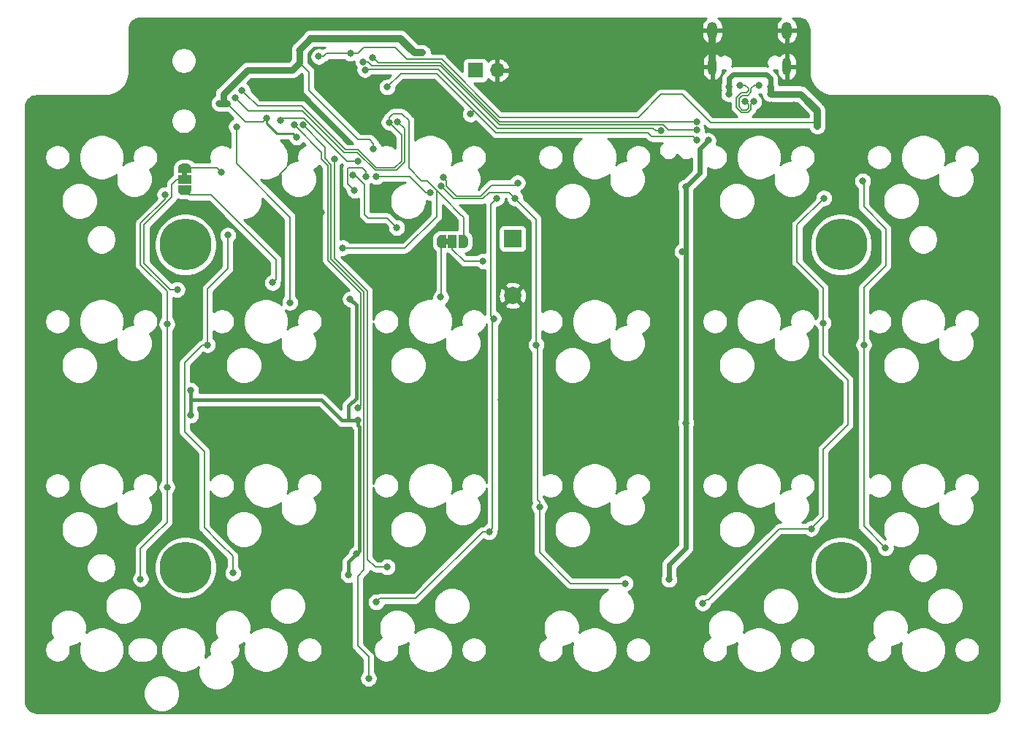
<source format=gbr>
G04 #@! TF.GenerationSoftware,KiCad,Pcbnew,(5.1.2)-2*
G04 #@! TF.CreationDate,2019-10-07T16:49:04+02:00*
G04 #@! TF.ProjectId,vitamins_included,76697461-6d69-46e7-935f-696e636c7564,rev?*
G04 #@! TF.SameCoordinates,Original*
G04 #@! TF.FileFunction,Copper,L1,Top*
G04 #@! TF.FilePolarity,Positive*
%FSLAX46Y46*%
G04 Gerber Fmt 4.6, Leading zero omitted, Abs format (unit mm)*
G04 Created by KiCad (PCBNEW (5.1.2)-2) date 2019-10-07 16:49:04*
%MOMM*%
%LPD*%
G04 APERTURE LIST*
%ADD10R,1.500000X1.000000*%
%ADD11C,0.500000*%
%ADD12C,0.100000*%
%ADD13C,6.000000*%
%ADD14R,1.000000X1.500000*%
%ADD15O,1.000000X2.100000*%
%ADD16O,1.200000X2.000000*%
%ADD17R,1.700000X1.700000*%
%ADD18O,1.700000X1.700000*%
%ADD19R,2.000000X2.000000*%
%ADD20C,2.000000*%
%ADD21C,0.800000*%
%ADD22C,0.400000*%
%ADD23C,0.812800*%
%ADD24C,0.800000*%
%ADD25C,0.152400*%
%ADD26C,0.406400*%
%ADD27C,0.203200*%
%ADD28C,0.609600*%
%ADD29C,0.200000*%
%ADD30C,0.254000*%
%ADD31C,0.600000*%
G04 APERTURE END LIST*
D10*
X19150000Y-19400000D03*
D11*
X19150000Y-20700000D03*
D12*
G36*
X19899398Y-20700000D02*
G01*
X19899398Y-20724534D01*
X19894588Y-20773365D01*
X19885016Y-20821490D01*
X19870772Y-20868445D01*
X19851995Y-20913778D01*
X19828864Y-20957051D01*
X19801604Y-20997850D01*
X19770476Y-21035779D01*
X19735779Y-21070476D01*
X19697850Y-21101604D01*
X19657051Y-21128864D01*
X19613778Y-21151995D01*
X19568445Y-21170772D01*
X19521490Y-21185016D01*
X19473365Y-21194588D01*
X19424534Y-21199398D01*
X19400000Y-21199398D01*
X19400000Y-21200000D01*
X18900000Y-21200000D01*
X18900000Y-21199398D01*
X18875466Y-21199398D01*
X18826635Y-21194588D01*
X18778510Y-21185016D01*
X18731555Y-21170772D01*
X18686222Y-21151995D01*
X18642949Y-21128864D01*
X18602150Y-21101604D01*
X18564221Y-21070476D01*
X18529524Y-21035779D01*
X18498396Y-20997850D01*
X18471136Y-20957051D01*
X18448005Y-20913778D01*
X18429228Y-20868445D01*
X18414984Y-20821490D01*
X18405412Y-20773365D01*
X18400602Y-20724534D01*
X18400602Y-20700000D01*
X18400000Y-20700000D01*
X18400000Y-20150000D01*
X19900000Y-20150000D01*
X19900000Y-20700000D01*
X19899398Y-20700000D01*
X19899398Y-20700000D01*
G37*
D11*
X19150000Y-18100000D03*
D12*
G36*
X19450000Y-18650000D02*
G01*
X19450000Y-19000000D01*
X18850000Y-19000000D01*
X18850000Y-18650000D01*
X18400000Y-18650000D01*
X18400000Y-18100000D01*
X18400602Y-18100000D01*
X18400602Y-18075466D01*
X18405412Y-18026635D01*
X18414984Y-17978510D01*
X18429228Y-17931555D01*
X18448005Y-17886222D01*
X18471136Y-17842949D01*
X18498396Y-17802150D01*
X18529524Y-17764221D01*
X18564221Y-17729524D01*
X18602150Y-17698396D01*
X18642949Y-17671136D01*
X18686222Y-17648005D01*
X18731555Y-17629228D01*
X18778510Y-17614984D01*
X18826635Y-17605412D01*
X18875466Y-17600602D01*
X18900000Y-17600602D01*
X18900000Y-17600000D01*
X19400000Y-17600000D01*
X19400000Y-17600602D01*
X19424534Y-17600602D01*
X19473365Y-17605412D01*
X19521490Y-17614984D01*
X19568445Y-17629228D01*
X19613778Y-17648005D01*
X19657051Y-17671136D01*
X19697850Y-17698396D01*
X19735779Y-17729524D01*
X19770476Y-17764221D01*
X19801604Y-17802150D01*
X19828864Y-17842949D01*
X19851995Y-17886222D01*
X19870772Y-17931555D01*
X19885016Y-17978510D01*
X19894588Y-18026635D01*
X19899398Y-18075466D01*
X19899398Y-18100000D01*
X19900000Y-18100000D01*
X19900000Y-18650000D01*
X19450000Y-18650000D01*
X19450000Y-18650000D01*
G37*
D13*
X95250000Y-64500000D03*
D11*
X48900000Y-26625000D03*
D12*
G36*
X49450000Y-26325000D02*
G01*
X49800000Y-26325000D01*
X49800000Y-26925000D01*
X49450000Y-26925000D01*
X49450000Y-27375000D01*
X48900000Y-27375000D01*
X48900000Y-27374398D01*
X48875466Y-27374398D01*
X48826635Y-27369588D01*
X48778510Y-27360016D01*
X48731555Y-27345772D01*
X48686222Y-27326995D01*
X48642949Y-27303864D01*
X48602150Y-27276604D01*
X48564221Y-27245476D01*
X48529524Y-27210779D01*
X48498396Y-27172850D01*
X48471136Y-27132051D01*
X48448005Y-27088778D01*
X48429228Y-27043445D01*
X48414984Y-26996490D01*
X48405412Y-26948365D01*
X48400602Y-26899534D01*
X48400602Y-26875000D01*
X48400000Y-26875000D01*
X48400000Y-26375000D01*
X48400602Y-26375000D01*
X48400602Y-26350466D01*
X48405412Y-26301635D01*
X48414984Y-26253510D01*
X48429228Y-26206555D01*
X48448005Y-26161222D01*
X48471136Y-26117949D01*
X48498396Y-26077150D01*
X48529524Y-26039221D01*
X48564221Y-26004524D01*
X48602150Y-25973396D01*
X48642949Y-25946136D01*
X48686222Y-25923005D01*
X48731555Y-25904228D01*
X48778510Y-25889984D01*
X48826635Y-25880412D01*
X48875466Y-25875602D01*
X48900000Y-25875602D01*
X48900000Y-25875000D01*
X49450000Y-25875000D01*
X49450000Y-26325000D01*
X49450000Y-26325000D01*
G37*
D11*
X51500000Y-26625000D03*
D12*
G36*
X51500000Y-25875602D02*
G01*
X51524534Y-25875602D01*
X51573365Y-25880412D01*
X51621490Y-25889984D01*
X51668445Y-25904228D01*
X51713778Y-25923005D01*
X51757051Y-25946136D01*
X51797850Y-25973396D01*
X51835779Y-26004524D01*
X51870476Y-26039221D01*
X51901604Y-26077150D01*
X51928864Y-26117949D01*
X51951995Y-26161222D01*
X51970772Y-26206555D01*
X51985016Y-26253510D01*
X51994588Y-26301635D01*
X51999398Y-26350466D01*
X51999398Y-26375000D01*
X52000000Y-26375000D01*
X52000000Y-26875000D01*
X51999398Y-26875000D01*
X51999398Y-26899534D01*
X51994588Y-26948365D01*
X51985016Y-26996490D01*
X51970772Y-27043445D01*
X51951995Y-27088778D01*
X51928864Y-27132051D01*
X51901604Y-27172850D01*
X51870476Y-27210779D01*
X51835779Y-27245476D01*
X51797850Y-27276604D01*
X51757051Y-27303864D01*
X51713778Y-27326995D01*
X51668445Y-27345772D01*
X51621490Y-27360016D01*
X51573365Y-27369588D01*
X51524534Y-27374398D01*
X51500000Y-27374398D01*
X51500000Y-27375000D01*
X50950000Y-27375000D01*
X50950000Y-25875000D01*
X51500000Y-25875000D01*
X51500000Y-25875602D01*
X51500000Y-25875602D01*
G37*
D14*
X50200000Y-26625000D03*
D13*
X19250000Y-27000000D03*
D15*
X80330000Y-6310000D03*
X88970000Y-6310000D03*
D16*
X80330000Y-2140000D03*
X88970000Y-2140000D03*
D13*
X19250000Y-64473000D03*
X95250000Y-27000000D03*
D17*
X52860000Y-6750000D03*
D18*
X55400000Y-6750000D03*
D19*
X57176000Y-26296000D03*
D20*
X57176000Y-32896000D03*
D21*
X96150000Y-60300000D03*
X48750000Y-45000000D03*
X89750000Y-10800000D03*
X37892518Y-11411000D03*
X61250000Y-45000000D03*
X30311000Y-60586000D03*
X26450000Y-28250000D03*
X30650000Y-21600000D03*
X35550000Y-77100000D03*
X63350000Y-51000000D03*
X28533000Y-9278000D03*
X104950000Y-23400000D03*
X18373000Y-69476000D03*
X57108000Y-67698000D03*
X95050000Y-46200000D03*
X74150000Y-22900000D03*
X78000000Y-76000000D03*
X88950000Y-61300000D03*
X12050000Y-62000000D03*
X15250000Y-64800000D03*
X55850000Y-45000000D03*
X105050000Y-43700000D03*
X99350000Y-63300000D03*
X47350000Y-10500000D03*
X95650000Y-20000000D03*
X60080000Y-18750000D03*
X76750000Y-66200000D03*
X112950000Y-16600000D03*
X19516000Y-34551000D03*
X69850000Y-52000000D03*
X73450000Y-44900000D03*
X99150000Y-57600000D03*
X82550000Y-76000000D03*
X5650000Y-78000000D03*
X82550000Y-16200000D03*
X82550000Y-17200000D03*
X82050000Y-11300000D03*
X85350000Y-64300000D03*
X25050000Y-31400000D03*
X12550000Y-75800000D03*
X112950000Y-22400000D03*
X47250000Y-50600000D03*
X32150000Y-16000000D03*
X94750000Y-72500000D03*
X28750000Y-78500000D03*
X53950000Y-76100000D03*
X73250000Y-76000000D03*
X87150000Y-10800000D03*
X102350000Y-67300000D03*
X1350000Y-68200000D03*
X31150000Y-50600000D03*
X50750000Y-16600000D03*
X66550000Y-31600000D03*
X63077000Y-75953000D03*
X46550000Y-70800000D03*
X63585000Y-18930000D03*
X69850000Y-7000000D03*
X112950000Y-55000000D03*
X112750000Y-60800000D03*
X95500000Y-53600000D03*
X55750000Y-16500000D03*
X76450000Y-18600000D03*
X79450000Y-49600000D03*
X29550000Y-40500000D03*
X58750000Y-9700000D03*
X53150000Y-24300000D03*
X23450000Y-63500000D03*
X45650000Y-10500000D03*
X80950000Y-63500000D03*
X69173000Y-22359000D03*
X109940000Y-79128000D03*
X95650000Y-19100000D03*
X35050000Y-23200000D03*
X84150000Y-68400000D03*
X19262000Y-51600000D03*
X104950000Y-60400000D03*
X95650000Y-33900000D03*
X31650000Y-41900000D03*
X95000000Y-44050000D03*
X55650000Y-9350000D03*
X89150000Y-72200000D03*
X33740000Y-28074000D03*
X1050000Y-73900000D03*
X26250000Y-66400000D03*
X63950000Y-68100000D03*
X23150000Y-66400000D03*
X82550000Y-56700000D03*
X82750000Y-31800000D03*
X103850000Y-48800000D03*
X25750000Y-62500000D03*
X112950000Y-41200000D03*
X69800000Y-10750000D03*
X50200000Y-24050000D03*
X50750000Y-15400000D03*
X102150000Y-57600000D03*
X82550000Y-18100000D03*
X24450000Y-68600000D03*
X40750000Y-73600000D03*
X107550000Y-23400000D03*
X95650000Y-20900000D03*
X49850000Y-76200000D03*
X42950000Y-31500000D03*
X45050000Y-76200000D03*
X112950000Y-36000000D03*
X38600000Y-25400000D03*
X43700000Y-26350000D03*
X52100000Y-23000000D03*
X37600000Y-25850000D03*
X53550000Y-32200000D03*
X49400000Y-23250000D03*
X50750000Y-35900000D03*
X45250000Y-24550000D03*
X47400000Y-22550000D03*
X92500000Y-12400000D03*
X92500000Y-13250000D03*
X87050000Y-9500000D03*
X38400000Y-4800000D03*
X87050000Y-8650000D03*
X82250000Y-8650000D03*
X34700000Y-5150000D03*
X82250000Y-9500000D03*
X39250000Y-45965000D03*
X31835000Y-13088000D03*
X42650000Y-64400000D03*
X36516211Y-17027126D03*
X32851000Y-13088000D03*
X40471000Y-77334000D03*
X40050000Y-6700000D03*
X74350000Y-13800000D03*
X78500000Y-13700000D03*
X39842500Y-5769500D03*
X78500000Y-12700000D03*
X40950000Y-5250000D03*
X29350000Y-31400000D03*
X37500000Y-27350000D03*
X42850000Y-12800000D03*
X25815000Y-9100000D03*
X43850000Y-12700000D03*
X25050000Y-9986000D03*
X38682634Y-18952689D03*
X43750000Y-25000000D03*
X17103000Y-36202000D03*
X17103000Y-55125000D03*
X14050000Y-65800000D03*
X16850000Y-21200000D03*
X24150000Y-25900000D03*
X21802000Y-38615000D03*
X24750000Y-65100000D03*
X55330000Y-21597000D03*
X54441000Y-60332000D03*
X41360000Y-68460000D03*
X54949000Y-35567000D03*
X70250000Y-66300000D03*
X59902000Y-38615000D03*
X57450000Y-21600000D03*
X48853000Y-20200000D03*
X60283000Y-57411000D03*
X91779000Y-59951000D03*
X93176000Y-36075000D03*
X93250000Y-21600000D03*
X79206000Y-68587000D03*
X47583000Y-20962000D03*
X41350000Y-19100000D03*
X97875000Y-38615000D03*
X100397000Y-62200000D03*
X49107000Y-19184000D03*
X57743000Y-19819000D03*
X97748000Y-19615600D03*
X85750000Y-8500000D03*
X84150000Y-10400000D03*
X83550000Y-8500000D03*
X85150000Y-10400000D03*
X38350000Y-33300000D03*
X19850000Y-46800000D03*
X41050000Y-15850000D03*
X31598000Y-6752000D03*
X45823999Y-4724999D03*
X38150000Y-65300000D03*
X32150000Y-14500000D03*
X32470000Y-4452000D03*
X28650000Y-12350000D03*
X76850000Y-27800000D03*
X23150000Y-10600000D03*
X75300000Y-65850000D03*
X19850000Y-43900000D03*
X24050000Y-10600000D03*
X46650000Y-4724999D03*
X39250000Y-47400000D03*
X39050000Y-62900000D03*
X77250000Y-47700000D03*
X77250000Y-20300000D03*
X79850000Y-14900000D03*
X39250000Y-17300000D03*
X30250000Y-12600000D03*
X40150000Y-19100000D03*
X38850000Y-20700000D03*
X53750000Y-28900000D03*
X18300000Y-32200000D03*
X78500000Y-14850000D03*
X52300000Y-11850000D03*
X42650000Y-8700000D03*
X23400000Y-18600000D03*
X25150000Y-13300000D03*
X48850000Y-33100000D03*
X31350000Y-33700000D03*
D22*
X78250000Y-63350000D02*
X80400000Y-63350000D01*
D23*
X69173000Y-23400000D02*
X69173000Y-22623000D01*
D24*
X65450000Y-19900000D02*
X66050000Y-19900000D01*
D25*
X32150000Y-16800000D02*
X30150000Y-18800000D01*
D24*
X63585000Y-18930000D02*
X64480000Y-18930000D01*
D22*
X76750000Y-64850000D02*
X78250000Y-63350000D01*
D26*
X37905000Y-11411000D02*
X37892518Y-11411000D01*
D24*
X68109001Y-21959001D02*
X68773001Y-21959001D01*
X68773001Y-21959001D02*
X69173000Y-22359000D01*
X66050000Y-19900000D02*
X68109001Y-21959001D01*
D23*
X69173000Y-23400000D02*
X69173000Y-22723000D01*
D22*
X73650000Y-23400000D02*
X74150000Y-22900000D01*
D23*
X69173000Y-28977000D02*
X69173000Y-28000000D01*
X66550000Y-31600000D02*
X69173000Y-28977000D01*
D24*
X69173000Y-22359000D02*
X69173000Y-22723000D01*
D22*
X76750000Y-66200000D02*
X76750000Y-64850000D01*
D23*
X63585000Y-18930000D02*
X60080000Y-18930000D01*
D22*
X95050000Y-44100000D02*
X95000000Y-44050000D01*
D25*
X32800000Y-23200000D02*
X32500000Y-22900000D01*
D22*
X69173000Y-23400000D02*
X73650000Y-23400000D01*
X95050000Y-46200000D02*
X95050000Y-44100000D01*
D23*
X69173000Y-28000000D02*
X69173000Y-23400000D01*
D25*
X30150000Y-18800000D02*
X30150000Y-20550000D01*
D24*
X64480000Y-18930000D02*
X65450000Y-19900000D01*
D25*
X30150000Y-20550000D02*
X32500000Y-22900000D01*
X32150000Y-16000000D02*
X32150000Y-16800000D01*
X35050000Y-23200000D02*
X32800000Y-23200000D01*
D23*
X80330000Y-6310000D02*
X80330000Y-2140000D01*
D27*
X36150000Y-4800000D02*
X38400000Y-4800000D01*
X38400000Y-4800000D02*
X39250000Y-4800000D01*
X35950000Y-4800000D02*
X36150000Y-4800000D01*
D24*
X87050000Y-9500000D02*
X87050000Y-8650000D01*
D23*
X92500000Y-11450000D02*
X92500000Y-13250000D01*
D27*
X92100001Y-12850001D02*
X82300001Y-12850001D01*
D28*
X87050000Y-7700000D02*
X87050000Y-8400000D01*
D27*
X44750000Y-5300000D02*
X43550000Y-4100000D01*
D28*
X82750000Y-7200000D02*
X86550000Y-7200000D01*
D27*
X80100001Y-12850001D02*
X82300001Y-12850001D01*
X76450000Y-9550000D02*
X74400000Y-9550000D01*
D28*
X82250000Y-8400000D02*
X82250000Y-7700000D01*
X86550000Y-7200000D02*
X87050000Y-7700000D01*
X82250000Y-7700000D02*
X82750000Y-7200000D01*
D27*
X44750000Y-5300000D02*
X44950001Y-5500001D01*
D24*
X87050000Y-9500000D02*
X90550000Y-9500000D01*
D29*
X34700000Y-5150000D02*
X35265685Y-5150000D01*
D27*
X43550000Y-4100000D02*
X39950000Y-4100000D01*
D29*
X35265685Y-5150000D02*
X35615685Y-4800000D01*
D23*
X91300000Y-10250000D02*
X92500000Y-11450000D01*
D27*
X44950001Y-5500001D02*
X48950000Y-5500001D01*
X74400000Y-9550000D02*
X71750000Y-12200000D01*
X71750000Y-12200000D02*
X55650000Y-12200000D01*
X92500000Y-13250000D02*
X92100001Y-12850001D01*
X76800000Y-9550000D02*
X80100001Y-12850001D01*
X39950000Y-4100000D02*
X39250000Y-4800000D01*
D24*
X90550000Y-9500000D02*
X91300000Y-10250000D01*
D28*
X82250000Y-8400000D02*
X82250000Y-9250000D01*
D29*
X35615685Y-4800000D02*
X36150000Y-4800000D01*
D27*
X76450000Y-9550000D02*
X76800000Y-9550000D01*
X55650000Y-12200000D02*
X48950000Y-5500001D01*
D28*
X87050000Y-8400000D02*
X87050000Y-9250000D01*
D25*
X35750000Y-28800000D02*
X39550000Y-32600000D01*
X35750000Y-17800000D02*
X35750000Y-28800000D01*
X35050000Y-16600000D02*
X35050000Y-17100000D01*
X31835000Y-13088000D02*
X35050000Y-16303000D01*
X35050000Y-17100000D02*
X35750000Y-17800000D01*
X39550000Y-45665000D02*
X39250000Y-45965000D01*
X35050000Y-16303000D02*
X35050000Y-16600000D01*
X39550000Y-32600000D02*
X39550000Y-45665000D01*
X41244000Y-64400000D02*
X40344000Y-63500000D01*
X40344000Y-63500000D02*
X40344000Y-32392000D01*
X40344000Y-32392000D02*
X36516211Y-28564211D01*
X36516211Y-17592811D02*
X36516211Y-17027126D01*
X36516211Y-28564211D02*
X36516211Y-17592811D01*
X42650000Y-64400000D02*
X41244000Y-64400000D01*
X35450000Y-17000000D02*
X36150000Y-17700000D01*
X39950000Y-64700000D02*
X39201000Y-65449000D01*
X36150000Y-17700000D02*
X36150000Y-28700000D01*
X35450000Y-15687000D02*
X35450000Y-17000000D01*
X32851000Y-13088000D02*
X35450000Y-15687000D01*
X39950000Y-32500000D02*
X39950000Y-64700000D01*
X39201000Y-73540000D02*
X40471000Y-74810000D01*
X36150000Y-28700000D02*
X39950000Y-32500000D01*
X40471000Y-74810000D02*
X40471000Y-77334000D01*
X39201000Y-65449000D02*
X39201000Y-73540000D01*
X69550000Y-13469000D02*
X55419000Y-13469000D01*
X69700000Y-13469000D02*
X73150000Y-13469000D01*
X55419000Y-13469000D02*
X48561000Y-6611000D01*
X41614000Y-6611000D02*
X48450000Y-6611000D01*
X73784315Y-13800000D02*
X73453315Y-13469000D01*
X40139000Y-6611000D02*
X40050000Y-6700000D01*
X73453315Y-13469000D02*
X73150000Y-13469000D01*
X41614000Y-6611000D02*
X40139000Y-6611000D01*
X69550000Y-13469000D02*
X69681000Y-13469000D01*
X69700000Y-13469000D02*
X69819000Y-13469000D01*
X69550000Y-13469000D02*
X69700000Y-13469000D01*
X48561000Y-6611000D02*
X48450000Y-6611000D01*
X74350000Y-13800000D02*
X73784315Y-13800000D01*
X48781946Y-6230000D02*
X40868685Y-6230000D01*
X40868685Y-6230000D02*
X40408185Y-5769500D01*
X40408185Y-5769500D02*
X39842500Y-5769500D01*
X74650000Y-13100000D02*
X55651946Y-13100000D01*
X75250000Y-13700000D02*
X74650000Y-13100000D01*
X78500000Y-13700000D02*
X75250000Y-13700000D01*
X55651946Y-13100000D02*
X48781946Y-6230000D01*
X55683012Y-12700000D02*
X48838621Y-5855609D01*
X48838621Y-5855609D02*
X41620609Y-5855609D01*
X78500000Y-12700000D02*
X55683012Y-12700000D01*
X41620609Y-5855609D02*
X41124999Y-5359999D01*
X29750001Y-28899999D02*
X29750001Y-28750001D01*
X19150000Y-20700000D02*
X19674774Y-21224774D01*
X48350000Y-20700000D02*
X48350000Y-23750000D01*
X29750001Y-28899999D02*
X29750001Y-30999999D01*
X49400000Y-21750000D02*
X51050000Y-23400000D01*
X29750001Y-30550001D02*
X29750001Y-28899999D01*
X19674774Y-21224774D02*
X22224774Y-21224774D01*
X23475000Y-22475000D02*
X22500000Y-21500000D01*
X44700000Y-27400000D02*
X37550000Y-27400000D01*
X48350000Y-20700000D02*
X49400000Y-21750000D01*
X48350000Y-23750000D02*
X44700000Y-27400000D01*
X29750001Y-28750001D02*
X23475000Y-22475000D01*
X22224774Y-21224774D02*
X23475000Y-22475000D01*
X47250000Y-19600000D02*
X48350000Y-20700000D01*
X29750001Y-30999999D02*
X29350000Y-31400000D01*
X41385588Y-18066588D02*
X39277189Y-15958189D01*
X33136067Y-11291001D02*
X33136067Y-11286067D01*
X27615000Y-10900000D02*
X26214999Y-9499999D01*
X44281000Y-17279000D02*
X43493412Y-18066588D01*
X44350000Y-11800000D02*
X45150000Y-12600000D01*
X26214999Y-9499999D02*
X25815000Y-9100000D01*
X51500000Y-26625000D02*
X51500000Y-25777408D01*
X46650000Y-19600000D02*
X47250000Y-19600000D01*
X51500000Y-23850000D02*
X51050000Y-23400000D01*
X33136067Y-11286067D02*
X32750000Y-10900000D01*
X39277189Y-15958189D02*
X37803255Y-15958189D01*
X42850000Y-12234315D02*
X43284315Y-11800000D01*
X43284315Y-11800000D02*
X44350000Y-11800000D01*
X37550000Y-27400000D02*
X37500000Y-27350000D01*
X42850000Y-12800000D02*
X42850000Y-12234315D01*
X45150000Y-18100000D02*
X46650000Y-19600000D01*
X42850000Y-12800000D02*
X44281000Y-14231000D01*
X44281000Y-14231000D02*
X44281000Y-17279000D01*
X43493412Y-18066588D02*
X41385588Y-18066588D01*
X51500000Y-26625000D02*
X51500000Y-23850000D01*
X37803255Y-15958189D02*
X33136067Y-11291001D01*
X32750000Y-10900000D02*
X27615000Y-10900000D01*
X45150000Y-12600000D02*
X45150000Y-18100000D01*
X32836000Y-11486000D02*
X37613000Y-16263000D01*
X44662000Y-17406000D02*
X44662000Y-13512000D01*
X44662000Y-13512000D02*
X43850000Y-12700000D01*
X26550000Y-11486000D02*
X32836000Y-11486000D01*
X43696601Y-18371399D02*
X44662000Y-17406000D01*
X41251729Y-18371399D02*
X43696601Y-18371399D01*
X39143330Y-16263000D02*
X41251729Y-18371399D01*
X37613000Y-16263000D02*
X39143330Y-16263000D01*
X25050000Y-9986000D02*
X26550000Y-11486000D01*
X40000000Y-23500000D02*
X40400000Y-23900000D01*
X41850000Y-23900000D02*
X40400000Y-23900000D01*
X38900374Y-18952689D02*
X38772414Y-18952689D01*
X38772414Y-18952689D02*
X38682634Y-18952689D01*
X42650000Y-23900000D02*
X43750000Y-25000000D01*
X40000000Y-20052315D02*
X40000000Y-23500000D01*
X41850000Y-23900000D02*
X42650000Y-23900000D01*
X40000000Y-20052315D02*
X38900374Y-18952689D01*
X16849000Y-21724000D02*
X14050000Y-24523000D01*
X15452000Y-60840000D02*
X15592000Y-60700000D01*
X17103000Y-32400000D02*
X17103000Y-36202000D01*
X14050000Y-65800000D02*
X14050000Y-62242000D01*
X14050000Y-24523000D02*
X14050000Y-29347000D01*
X16849000Y-21201000D02*
X16850000Y-21200000D01*
X17103000Y-55125000D02*
X17103000Y-36202000D01*
X17103000Y-59189000D02*
X17103000Y-55125000D01*
X16849000Y-21724000D02*
X16849000Y-21201000D01*
X15592000Y-60700000D02*
X17103000Y-59189000D01*
X14050000Y-29347000D02*
X17103000Y-32400000D01*
X14050000Y-62242000D02*
X15592000Y-60700000D01*
X23250000Y-61656715D02*
X21421000Y-59827715D01*
X21421000Y-50971000D02*
X19150000Y-48700000D01*
X19150000Y-48700000D02*
X19150000Y-40701314D01*
X21421000Y-59827715D02*
X21421000Y-50971000D01*
X21236315Y-38615000D02*
X21802000Y-38615000D01*
X19150000Y-40701314D02*
X21236315Y-38615000D01*
X24150000Y-29800000D02*
X21802000Y-32148000D01*
X24150000Y-29000000D02*
X24150000Y-29800000D01*
X24750000Y-65100000D02*
X24750000Y-63156715D01*
X23326000Y-61732715D02*
X23250000Y-61656715D01*
X21802000Y-32148000D02*
X21802000Y-38615000D01*
X24750000Y-63156715D02*
X23250000Y-61656715D01*
X24150000Y-29700000D02*
X24150000Y-29000000D01*
X24150000Y-29000000D02*
X24150000Y-26800000D01*
X24150000Y-26800000D02*
X24150000Y-25900000D01*
X54840999Y-35675001D02*
X54949000Y-35567000D01*
X55330000Y-21597000D02*
X54650000Y-22277000D01*
X41759999Y-68060001D02*
X45950999Y-68060001D01*
X45950999Y-68060001D02*
X53679000Y-60332000D01*
X54441000Y-60332000D02*
X54840999Y-59932001D01*
X54650000Y-22277000D02*
X54650000Y-35268000D01*
X53679000Y-60332000D02*
X54441000Y-60332000D01*
X41360000Y-68460000D02*
X41759999Y-68060001D01*
X54650000Y-35268000D02*
X54949000Y-35567000D01*
X54840999Y-59932001D02*
X54840999Y-35675001D01*
X54459999Y-20943001D02*
X56050000Y-20943001D01*
X60029000Y-38742000D02*
X59902000Y-38615000D01*
X59902000Y-24052000D02*
X57450000Y-21600000D01*
X63850000Y-66300000D02*
X70250000Y-66300000D01*
X60029000Y-56591315D02*
X60029000Y-38742000D01*
X60283000Y-56845315D02*
X60029000Y-56591315D01*
X59902000Y-24400000D02*
X59902000Y-24052000D01*
X56050000Y-20943001D02*
X56793001Y-20943001D01*
X56793001Y-20943001D02*
X57450000Y-21600000D01*
X60283000Y-57411000D02*
X60283000Y-56845315D01*
X53755189Y-21647811D02*
X54459999Y-20943001D01*
X50300811Y-21647811D02*
X53755189Y-21647811D01*
X60283000Y-57411000D02*
X60283000Y-62733000D01*
X48853000Y-20200000D02*
X50300811Y-21647811D01*
X60283000Y-62733000D02*
X63850000Y-66300000D01*
X59902000Y-38615000D02*
X59902000Y-24400000D01*
X93176000Y-50774000D02*
X93176000Y-58554000D01*
X92178999Y-59551001D02*
X91779000Y-59951000D01*
X93176000Y-32500000D02*
X93176000Y-36075000D01*
X96050000Y-42700000D02*
X96050000Y-47900000D01*
X93176000Y-58554000D02*
X92178999Y-59551001D01*
X45213000Y-19100000D02*
X47075000Y-20962000D01*
X93176000Y-36075000D02*
X93176000Y-39826000D01*
X93250000Y-21600000D02*
X90150000Y-24700000D01*
X90150000Y-29000000D02*
X93176000Y-32026000D01*
X41350000Y-19100000D02*
X45213000Y-19100000D01*
X90150000Y-24700000D02*
X90150000Y-29000000D01*
X96050000Y-47900000D02*
X93176000Y-50774000D01*
X93176000Y-39826000D02*
X96050000Y-42700000D01*
X93176000Y-32026000D02*
X93176000Y-32500000D01*
X79859999Y-68187001D02*
X88096000Y-59951000D01*
X47075000Y-20962000D02*
X47583000Y-20962000D01*
X79206000Y-68587000D02*
X79605999Y-68187001D01*
X79605999Y-68187001D02*
X79859999Y-68187001D01*
X88096000Y-59951000D02*
X91779000Y-59951000D01*
X54695000Y-20073000D02*
X57489000Y-20073000D01*
X97875000Y-19742600D02*
X97748000Y-19615600D01*
X49506999Y-19583999D02*
X49506999Y-20218999D01*
X100450000Y-25175000D02*
X97875000Y-22600000D01*
X49107000Y-19184000D02*
X49506999Y-19583999D01*
X97875000Y-38615000D02*
X97875000Y-57200000D01*
X97875000Y-38615000D02*
X97875000Y-31975000D01*
X53425000Y-21343000D02*
X54695000Y-20073000D01*
X49506999Y-20218999D02*
X50631000Y-21343000D01*
X97875000Y-31975000D02*
X100450000Y-29400000D01*
X100450000Y-29400000D02*
X100450000Y-25175000D01*
X97875000Y-22600000D02*
X97875000Y-19742600D01*
X50631000Y-21343000D02*
X53425000Y-21343000D01*
X97875000Y-57200000D02*
X97875000Y-59678000D01*
X97875000Y-59678000D02*
X100397000Y-62200000D01*
X57489000Y-20073000D02*
X57743000Y-19819000D01*
X85184315Y-8500000D02*
X84802400Y-8881915D01*
X83402400Y-10063128D02*
X83813128Y-9652400D01*
X83813128Y-9652400D02*
X84413128Y-9652400D01*
X84802400Y-8881915D02*
X84802400Y-8900000D01*
X84150000Y-10400000D02*
X84497600Y-10747600D01*
X83813128Y-11347600D02*
X83402400Y-10936872D01*
X84286872Y-11347600D02*
X83813128Y-11347600D01*
X84497600Y-11136872D02*
X84286872Y-11347600D01*
X84497600Y-10747600D02*
X84497600Y-11136872D01*
X83402400Y-10936872D02*
X83402400Y-10063128D01*
X84802400Y-9263128D02*
X84802400Y-8900000D01*
X84413128Y-9652400D02*
X84802400Y-9263128D01*
X85750000Y-8500000D02*
X85184315Y-8500000D01*
X83097600Y-9936872D02*
X83686872Y-9347600D01*
X85150000Y-10400000D02*
X84802400Y-10747600D01*
X83550000Y-8500000D02*
X84115685Y-8500000D01*
X84802400Y-10747600D02*
X84802400Y-11263128D01*
X84286872Y-9347600D02*
X84497600Y-9136872D01*
X84115685Y-8500000D02*
X84497600Y-8881915D01*
X83097600Y-11063128D02*
X83097600Y-9936872D01*
X84413128Y-11652400D02*
X83686872Y-11652400D01*
X84802400Y-11263128D02*
X84413128Y-11652400D01*
X84497600Y-8881915D02*
X84497600Y-8900000D01*
X83686872Y-11652400D02*
X83097600Y-11063128D01*
X84497600Y-9136872D02*
X84497600Y-8900000D01*
X83686872Y-9347600D02*
X84286872Y-9347600D01*
D22*
X39450000Y-48165685D02*
X39449999Y-62500001D01*
X39250000Y-47400000D02*
X39250000Y-47965685D01*
X35000000Y-45000000D02*
X37400000Y-47400000D01*
X38050000Y-47400000D02*
X39250000Y-47400000D01*
X38150000Y-45700000D02*
X38150000Y-47300000D01*
X39250000Y-47965685D02*
X39450000Y-48165685D01*
X19850000Y-45000000D02*
X35000000Y-45000000D01*
X37400000Y-47400000D02*
X38050000Y-47400000D01*
X39449999Y-62500001D02*
X39050000Y-62900000D01*
X38150000Y-47300000D02*
X38050000Y-47400000D01*
D29*
X33550000Y-6960000D02*
X32470000Y-5880000D01*
D22*
X38150000Y-63800000D02*
X39050000Y-62900000D01*
D23*
X38588500Y-3055000D02*
X39074000Y-3055000D01*
D22*
X38150000Y-63900000D02*
X38150000Y-63800000D01*
D29*
X41050000Y-15284315D02*
X40565685Y-14800000D01*
X40565685Y-14800000D02*
X39250000Y-14800000D01*
D22*
X39050000Y-34000000D02*
X39050000Y-44800000D01*
X38150000Y-65300000D02*
X38150000Y-63900000D01*
D23*
X33750000Y-3055000D02*
X34375000Y-3055000D01*
D29*
X33550000Y-9100000D02*
X33550000Y-6960000D01*
D23*
X34375000Y-3055000D02*
X38588500Y-3055000D01*
D22*
X38350000Y-33300000D02*
X39050000Y-34000000D01*
X39050000Y-44800000D02*
X38150000Y-45700000D01*
D29*
X39250000Y-14800000D02*
X33550000Y-9100000D01*
X41050000Y-15850000D02*
X41050000Y-15284315D01*
D22*
X19850000Y-45000000D02*
X19850000Y-46800000D01*
D29*
X26199999Y-12749999D02*
X24450000Y-11000000D01*
D23*
X44154000Y-3055000D02*
X45424000Y-4325000D01*
D27*
X39131685Y-3055000D02*
X39074000Y-3055000D01*
D24*
X23150000Y-10600000D02*
X23650000Y-10600000D01*
X23650000Y-10600000D02*
X24050000Y-10600000D01*
D23*
X45424000Y-4325000D02*
X45823999Y-4724999D01*
D30*
X29819316Y-14085001D02*
X28650000Y-12915685D01*
D24*
X26432315Y-6752000D02*
X25284315Y-7900000D01*
D22*
X77250000Y-43800000D02*
X77250000Y-62200000D01*
D31*
X77250000Y-47700000D02*
X77250000Y-62200000D01*
D24*
X32470000Y-4335000D02*
X33750000Y-3055000D01*
D22*
X77250000Y-27800000D02*
X77250000Y-41600000D01*
D24*
X25284315Y-7900000D02*
X23650000Y-9534315D01*
D27*
X39201000Y-3124315D02*
X39131685Y-3055000D01*
D24*
X32470000Y-5880000D02*
X32470000Y-4452000D01*
X31598000Y-6752000D02*
X32470000Y-5880000D01*
X26432315Y-6752000D02*
X31598000Y-6752000D01*
D31*
X75300000Y-64850000D02*
X75300000Y-64150000D01*
D22*
X75300000Y-65850000D02*
X75300000Y-65284315D01*
D30*
X31550000Y-14085001D02*
X29819316Y-14085001D01*
D22*
X77250000Y-27800000D02*
X76850000Y-27800000D01*
D31*
X78850000Y-18700000D02*
X77250000Y-20300000D01*
D24*
X32470000Y-4452000D02*
X32470000Y-4335000D01*
D30*
X28650000Y-12915685D02*
X28650000Y-12350000D01*
D23*
X45823999Y-4724999D02*
X46725001Y-4724999D01*
D29*
X26650000Y-12749999D02*
X26199999Y-12749999D01*
D30*
X31550000Y-14085001D02*
X31735001Y-14085001D01*
D27*
X26650000Y-12749999D02*
X26499999Y-12749999D01*
D24*
X23650000Y-9534315D02*
X23650000Y-10100000D01*
D31*
X75300000Y-64850000D02*
X75300000Y-65850000D01*
X77250000Y-20300000D02*
X77250000Y-47700000D01*
X75300000Y-64150000D02*
X76550000Y-62900000D01*
D22*
X19850000Y-45000000D02*
X19850000Y-43900000D01*
X77250000Y-20300000D02*
X77250000Y-27800000D01*
D31*
X77250000Y-62200000D02*
X76550000Y-62900000D01*
X78850000Y-15900000D02*
X78850000Y-18700000D01*
D30*
X30800001Y-14085001D02*
X31550000Y-14085001D01*
D31*
X75300000Y-65284315D02*
X75300000Y-64850000D01*
D27*
X28250001Y-12749999D02*
X26650000Y-12749999D01*
D29*
X24450000Y-11000000D02*
X24050000Y-10600000D01*
D22*
X77250000Y-41600000D02*
X77250000Y-43800000D01*
D30*
X31735001Y-14085001D02*
X32150000Y-14500000D01*
D23*
X39074000Y-3055000D02*
X44154000Y-3055000D01*
D24*
X23650000Y-10100000D02*
X23650000Y-10600000D01*
D27*
X28650000Y-12350000D02*
X28250001Y-12749999D01*
D31*
X79850000Y-14900000D02*
X78850000Y-15900000D01*
D25*
X33000000Y-12300000D02*
X30550000Y-12300000D01*
X30550000Y-12300000D02*
X30250000Y-12600000D01*
X38000000Y-17300000D02*
X33000000Y-12300000D01*
X39250000Y-17300000D02*
X38000000Y-17300000D01*
X40150000Y-19100000D02*
X40150000Y-18534315D01*
X38850000Y-20700000D02*
X38050000Y-19900000D01*
X40150000Y-18534315D02*
X39715685Y-18100000D01*
X39715685Y-18100000D02*
X38150000Y-18100000D01*
X38050000Y-19900000D02*
X38050000Y-18200000D01*
X38050000Y-18200000D02*
X38150000Y-18100000D01*
X51572600Y-28900000D02*
X50200000Y-27527400D01*
X53750000Y-28900000D02*
X51572600Y-28900000D01*
X50200000Y-27527400D02*
X50200000Y-26625000D01*
X18247600Y-19400000D02*
X19150000Y-19400000D01*
X14450000Y-29200000D02*
X14450000Y-24700000D01*
X17650000Y-21500000D02*
X17650000Y-19997600D01*
X18300000Y-32200000D02*
X17450000Y-32200000D01*
X14450000Y-24700000D02*
X17650000Y-21500000D01*
X17650000Y-19997600D02*
X18247600Y-19400000D01*
X17450000Y-32200000D02*
X14450000Y-29200000D01*
X51600000Y-10374000D02*
X52676000Y-11450000D01*
X48373501Y-7147501D02*
X44202499Y-7147501D01*
X52676000Y-11450000D02*
X52900000Y-11674000D01*
X52676000Y-11474000D02*
X52300000Y-11850000D01*
X78500000Y-14850000D02*
X78100000Y-14450000D01*
X55226000Y-14000000D02*
X52900000Y-11674000D01*
X48373501Y-7147501D02*
X51600000Y-10374000D01*
X44202499Y-7147501D02*
X42650000Y-8700000D01*
X52676000Y-11450000D02*
X52676000Y-11474000D01*
X72850000Y-14000000D02*
X55226000Y-14000000D01*
X73300000Y-14450000D02*
X72850000Y-14000000D01*
X78100000Y-14450000D02*
X73300000Y-14450000D01*
X21950000Y-18100000D02*
X22900000Y-18100000D01*
X22900000Y-18100000D02*
X23400000Y-18600000D01*
X19150000Y-18100000D02*
X21950000Y-18100000D01*
D29*
X31350000Y-33700000D02*
X31350000Y-33134315D01*
X31350000Y-33134315D02*
X31350000Y-23800000D01*
D25*
X48900000Y-26625000D02*
X48900000Y-33050000D01*
X48900000Y-33050000D02*
X48850000Y-33100000D01*
D29*
X25150000Y-17600000D02*
X25150000Y-13300000D01*
X31350000Y-23800000D02*
X25150000Y-17600000D01*
D30*
G36*
X79546526Y-776922D02*
G01*
X79373693Y-948275D01*
X79237610Y-1150054D01*
X79143507Y-1374504D01*
X79095000Y-1613000D01*
X79095000Y-2013000D01*
X80203000Y-2013000D01*
X80203000Y-1993000D01*
X80457000Y-1993000D01*
X80457000Y-2013000D01*
X81565000Y-2013000D01*
X81565000Y-1613000D01*
X81516493Y-1374504D01*
X81422390Y-1150054D01*
X81286307Y-948275D01*
X81113474Y-776922D01*
X81012380Y-710000D01*
X88287620Y-710000D01*
X88186526Y-776922D01*
X88013693Y-948275D01*
X87877610Y-1150054D01*
X87783507Y-1374504D01*
X87735000Y-1613000D01*
X87735000Y-2013000D01*
X88843000Y-2013000D01*
X88843000Y-1993000D01*
X89097000Y-1993000D01*
X89097000Y-2013000D01*
X90205000Y-2013000D01*
X90205000Y-1613000D01*
X90156493Y-1374504D01*
X90062390Y-1150054D01*
X89926307Y-948275D01*
X89753474Y-776922D01*
X89652380Y-710000D01*
X90215279Y-710000D01*
X90499899Y-737907D01*
X90740285Y-810484D01*
X90961991Y-928368D01*
X91156577Y-1087068D01*
X91316635Y-1280545D01*
X91436064Y-1501424D01*
X91510317Y-1741297D01*
X91540001Y-2023726D01*
X91540000Y-7034876D01*
X91543057Y-7065920D01*
X91542971Y-7078313D01*
X91543939Y-7088179D01*
X91584739Y-7476371D01*
X91597677Y-7539396D01*
X91609737Y-7602618D01*
X91612602Y-7612109D01*
X91728026Y-7984983D01*
X91752960Y-8044299D01*
X91777069Y-8103971D01*
X91781723Y-8112724D01*
X91967374Y-8456079D01*
X92003356Y-8509424D01*
X92038596Y-8563276D01*
X92044861Y-8570958D01*
X92293668Y-8871713D01*
X92339323Y-8917050D01*
X92384353Y-8963033D01*
X92391991Y-8969351D01*
X92694476Y-9216052D01*
X92748041Y-9251640D01*
X92801171Y-9288020D01*
X92809891Y-9292734D01*
X93154533Y-9475984D01*
X93213995Y-9500492D01*
X93273177Y-9525858D01*
X93282647Y-9528789D01*
X93656318Y-9641607D01*
X93719456Y-9654108D01*
X93782388Y-9667485D01*
X93792247Y-9668521D01*
X94179984Y-9706539D01*
X94215123Y-9710000D01*
X112215279Y-9710000D01*
X112499899Y-9737907D01*
X112740285Y-9810484D01*
X112961991Y-9928368D01*
X113156577Y-10087068D01*
X113316635Y-10280545D01*
X113436064Y-10501424D01*
X113510317Y-10741297D01*
X113540001Y-11023726D01*
X113540000Y-79965279D01*
X113512093Y-80249899D01*
X113439517Y-80490282D01*
X113321633Y-80711989D01*
X113162929Y-80906580D01*
X112969455Y-81066635D01*
X112748576Y-81186064D01*
X112508701Y-81260317D01*
X112226291Y-81290000D01*
X2034721Y-81290000D01*
X1750101Y-81262093D01*
X1509718Y-81189517D01*
X1288011Y-81071633D01*
X1093420Y-80912929D01*
X933365Y-80719455D01*
X813936Y-80498576D01*
X739683Y-80258701D01*
X710000Y-79976291D01*
X710000Y-78869721D01*
X14350000Y-78869721D01*
X14350000Y-79290279D01*
X14432047Y-79702756D01*
X14592988Y-80091302D01*
X14826637Y-80440983D01*
X15124017Y-80738363D01*
X15473698Y-80972012D01*
X15862244Y-81132953D01*
X16274721Y-81215000D01*
X16695279Y-81215000D01*
X17107756Y-81132953D01*
X17496302Y-80972012D01*
X17845983Y-80738363D01*
X18143363Y-80440983D01*
X18377012Y-80091302D01*
X18537953Y-79702756D01*
X18620000Y-79290279D01*
X18620000Y-78869721D01*
X18537953Y-78457244D01*
X18377012Y-78068698D01*
X18143363Y-77719017D01*
X17845983Y-77421637D01*
X17496302Y-77187988D01*
X17107756Y-77027047D01*
X16695279Y-76945000D01*
X16274721Y-76945000D01*
X15862244Y-77027047D01*
X15473698Y-77187988D01*
X15124017Y-77421637D01*
X14826637Y-77719017D01*
X14592988Y-78068698D01*
X14432047Y-78457244D01*
X14350000Y-78869721D01*
X710000Y-78869721D01*
X710000Y-73853740D01*
X2935000Y-73853740D01*
X2935000Y-74146260D01*
X2992068Y-74433158D01*
X3104010Y-74703411D01*
X3266525Y-74946632D01*
X3473368Y-75153475D01*
X3716589Y-75315990D01*
X3986842Y-75427932D01*
X4273740Y-75485000D01*
X4566260Y-75485000D01*
X4853158Y-75427932D01*
X5123411Y-75315990D01*
X5366632Y-75153475D01*
X5573475Y-74946632D01*
X5735990Y-74703411D01*
X5847932Y-74433158D01*
X5905000Y-74146260D01*
X5905000Y-73853740D01*
X5853533Y-73595000D01*
X5900279Y-73595000D01*
X6312756Y-73512953D01*
X6701302Y-73352012D01*
X6998578Y-73153379D01*
X6966261Y-73231399D01*
X6865000Y-73740475D01*
X6865000Y-74259525D01*
X6966261Y-74768601D01*
X7164893Y-75248141D01*
X7453262Y-75679715D01*
X7820285Y-76046738D01*
X8251859Y-76335107D01*
X8731399Y-76533739D01*
X9240475Y-76635000D01*
X9759525Y-76635000D01*
X10268601Y-76533739D01*
X10748141Y-76335107D01*
X11179715Y-76046738D01*
X11546738Y-75679715D01*
X11835107Y-75248141D01*
X12033739Y-74768601D01*
X12135000Y-74259525D01*
X12135000Y-73853740D01*
X12460000Y-73853740D01*
X12460000Y-74146260D01*
X12517068Y-74433158D01*
X12629010Y-74703411D01*
X12791525Y-74946632D01*
X12998368Y-75153475D01*
X13241589Y-75315990D01*
X13511842Y-75427932D01*
X13798740Y-75485000D01*
X14091260Y-75485000D01*
X14262500Y-75450938D01*
X14433740Y-75485000D01*
X14726260Y-75485000D01*
X15013158Y-75427932D01*
X15283411Y-75315990D01*
X15526632Y-75153475D01*
X15733475Y-74946632D01*
X15895990Y-74703411D01*
X16007932Y-74433158D01*
X16065000Y-74146260D01*
X16065000Y-73853740D01*
X16042471Y-73740475D01*
X16390000Y-73740475D01*
X16390000Y-74259525D01*
X16491261Y-74768601D01*
X16689893Y-75248141D01*
X16978262Y-75679715D01*
X17345285Y-76046738D01*
X17776859Y-76335107D01*
X18256399Y-76533739D01*
X18765475Y-76635000D01*
X19284525Y-76635000D01*
X19793601Y-76533739D01*
X20273141Y-76335107D01*
X20704715Y-76046738D01*
X20769095Y-75982358D01*
X20700000Y-76329721D01*
X20700000Y-76750279D01*
X20782047Y-77162756D01*
X20942988Y-77551302D01*
X21176637Y-77900983D01*
X21474017Y-78198363D01*
X21823698Y-78432012D01*
X22212244Y-78592953D01*
X22624721Y-78675000D01*
X23045279Y-78675000D01*
X23457756Y-78592953D01*
X23846302Y-78432012D01*
X24195983Y-78198363D01*
X24493363Y-77900983D01*
X24727012Y-77551302D01*
X24887953Y-77162756D01*
X24970000Y-76750279D01*
X24970000Y-76329721D01*
X24887953Y-75917244D01*
X24727012Y-75528698D01*
X24633339Y-75388507D01*
X24808411Y-75315990D01*
X25051632Y-75153475D01*
X25258475Y-74946632D01*
X25420990Y-74703411D01*
X25532932Y-74433158D01*
X25590000Y-74146260D01*
X25590000Y-73853740D01*
X25532932Y-73566842D01*
X25488958Y-73460679D01*
X25751302Y-73352012D01*
X26048578Y-73153379D01*
X26016261Y-73231399D01*
X25915000Y-73740475D01*
X25915000Y-74259525D01*
X26016261Y-74768601D01*
X26214893Y-75248141D01*
X26503262Y-75679715D01*
X26870285Y-76046738D01*
X27301859Y-76335107D01*
X27781399Y-76533739D01*
X28290475Y-76635000D01*
X28809525Y-76635000D01*
X29318601Y-76533739D01*
X29798141Y-76335107D01*
X30229715Y-76046738D01*
X30596738Y-75679715D01*
X30885107Y-75248141D01*
X31083739Y-74768601D01*
X31185000Y-74259525D01*
X31185000Y-73853740D01*
X32145000Y-73853740D01*
X32145000Y-74146260D01*
X32202068Y-74433158D01*
X32314010Y-74703411D01*
X32476525Y-74946632D01*
X32683368Y-75153475D01*
X32926589Y-75315990D01*
X33196842Y-75427932D01*
X33483740Y-75485000D01*
X33776260Y-75485000D01*
X34063158Y-75427932D01*
X34333411Y-75315990D01*
X34576632Y-75153475D01*
X34783475Y-74946632D01*
X34945990Y-74703411D01*
X35057932Y-74433158D01*
X35115000Y-74146260D01*
X35115000Y-73853740D01*
X35057932Y-73566842D01*
X34945990Y-73296589D01*
X34783475Y-73053368D01*
X34576632Y-72846525D01*
X34333411Y-72684010D01*
X34063158Y-72572068D01*
X33776260Y-72515000D01*
X33483740Y-72515000D01*
X33196842Y-72572068D01*
X32926589Y-72684010D01*
X32683368Y-72846525D01*
X32476525Y-73053368D01*
X32314010Y-73296589D01*
X32202068Y-73566842D01*
X32145000Y-73853740D01*
X31185000Y-73853740D01*
X31185000Y-73740475D01*
X31083739Y-73231399D01*
X30885107Y-72751859D01*
X30596738Y-72320285D01*
X30229715Y-71953262D01*
X29798141Y-71664893D01*
X29318601Y-71466261D01*
X28809525Y-71365000D01*
X28290475Y-71365000D01*
X27781399Y-71466261D01*
X27301859Y-71664893D01*
X26870285Y-71953262D01*
X26805905Y-72017642D01*
X26875000Y-71670279D01*
X26875000Y-71249721D01*
X26792953Y-70837244D01*
X26632012Y-70448698D01*
X26398363Y-70099017D01*
X26100983Y-69801637D01*
X25751302Y-69567988D01*
X25362756Y-69407047D01*
X24950279Y-69325000D01*
X24529721Y-69325000D01*
X24117244Y-69407047D01*
X23728698Y-69567988D01*
X23379017Y-69801637D01*
X23081637Y-70099017D01*
X22847988Y-70448698D01*
X22687047Y-70837244D01*
X22605000Y-71249721D01*
X22605000Y-71670279D01*
X22687047Y-72082756D01*
X22847988Y-72471302D01*
X22941661Y-72611493D01*
X22766589Y-72684010D01*
X22523368Y-72846525D01*
X22316525Y-73053368D01*
X22154010Y-73296589D01*
X22042068Y-73566842D01*
X21985000Y-73853740D01*
X21985000Y-74146260D01*
X22042068Y-74433158D01*
X22086042Y-74539321D01*
X21823698Y-74647988D01*
X21526422Y-74846621D01*
X21558739Y-74768601D01*
X21660000Y-74259525D01*
X21660000Y-73740475D01*
X21558739Y-73231399D01*
X21360107Y-72751859D01*
X21071738Y-72320285D01*
X20704715Y-71953262D01*
X20273141Y-71664893D01*
X19793601Y-71466261D01*
X19284525Y-71365000D01*
X18765475Y-71365000D01*
X18256399Y-71466261D01*
X17776859Y-71664893D01*
X17345285Y-71953262D01*
X16978262Y-72320285D01*
X16689893Y-72751859D01*
X16491261Y-73231399D01*
X16390000Y-73740475D01*
X16042471Y-73740475D01*
X16007932Y-73566842D01*
X15895990Y-73296589D01*
X15733475Y-73053368D01*
X15526632Y-72846525D01*
X15283411Y-72684010D01*
X15013158Y-72572068D01*
X14726260Y-72515000D01*
X14433740Y-72515000D01*
X14262500Y-72549062D01*
X14091260Y-72515000D01*
X13798740Y-72515000D01*
X13511842Y-72572068D01*
X13241589Y-72684010D01*
X12998368Y-72846525D01*
X12791525Y-73053368D01*
X12629010Y-73296589D01*
X12517068Y-73566842D01*
X12460000Y-73853740D01*
X12135000Y-73853740D01*
X12135000Y-73740475D01*
X12033739Y-73231399D01*
X11835107Y-72751859D01*
X11546738Y-72320285D01*
X11179715Y-71953262D01*
X10748141Y-71664893D01*
X10268601Y-71466261D01*
X9759525Y-71365000D01*
X9240475Y-71365000D01*
X8731399Y-71466261D01*
X8251859Y-71664893D01*
X7820285Y-71953262D01*
X7755905Y-72017642D01*
X7825000Y-71670279D01*
X7825000Y-71249721D01*
X7742953Y-70837244D01*
X7582012Y-70448698D01*
X7348363Y-70099017D01*
X7050983Y-69801637D01*
X6701302Y-69567988D01*
X6312756Y-69407047D01*
X5900279Y-69325000D01*
X5479721Y-69325000D01*
X5067244Y-69407047D01*
X4678698Y-69567988D01*
X4329017Y-69801637D01*
X4031637Y-70099017D01*
X3797988Y-70448698D01*
X3637047Y-70837244D01*
X3555000Y-71249721D01*
X3555000Y-71670279D01*
X3637047Y-72082756D01*
X3797988Y-72471302D01*
X3891661Y-72611493D01*
X3716589Y-72684010D01*
X3473368Y-72846525D01*
X3266525Y-73053368D01*
X3104010Y-73296589D01*
X2992068Y-73566842D01*
X2935000Y-73853740D01*
X710000Y-73853740D01*
X710000Y-68709721D01*
X9905000Y-68709721D01*
X9905000Y-69130279D01*
X9987047Y-69542756D01*
X10147988Y-69931302D01*
X10381637Y-70280983D01*
X10679017Y-70578363D01*
X11028698Y-70812012D01*
X11417244Y-70972953D01*
X11829721Y-71055000D01*
X12250279Y-71055000D01*
X12662756Y-70972953D01*
X13051302Y-70812012D01*
X13400983Y-70578363D01*
X13698363Y-70280983D01*
X13932012Y-69931302D01*
X14092953Y-69542756D01*
X14175000Y-69130279D01*
X14175000Y-68709721D01*
X28955000Y-68709721D01*
X28955000Y-69130279D01*
X29037047Y-69542756D01*
X29197988Y-69931302D01*
X29431637Y-70280983D01*
X29729017Y-70578363D01*
X30078698Y-70812012D01*
X30467244Y-70972953D01*
X30879721Y-71055000D01*
X31300279Y-71055000D01*
X31712756Y-70972953D01*
X32101302Y-70812012D01*
X32450983Y-70578363D01*
X32748363Y-70280983D01*
X32982012Y-69931302D01*
X33142953Y-69542756D01*
X33225000Y-69130279D01*
X33225000Y-68709721D01*
X33142953Y-68297244D01*
X32982012Y-67908698D01*
X32748363Y-67559017D01*
X32450983Y-67261637D01*
X32101302Y-67027988D01*
X31712756Y-66867047D01*
X31300279Y-66785000D01*
X30879721Y-66785000D01*
X30467244Y-66867047D01*
X30078698Y-67027988D01*
X29729017Y-67261637D01*
X29431637Y-67559017D01*
X29197988Y-67908698D01*
X29037047Y-68297244D01*
X28955000Y-68709721D01*
X14175000Y-68709721D01*
X14092953Y-68297244D01*
X13932012Y-67908698D01*
X13698363Y-67559017D01*
X13400983Y-67261637D01*
X13051302Y-67027988D01*
X12662756Y-66867047D01*
X12250279Y-66785000D01*
X11829721Y-66785000D01*
X11417244Y-66867047D01*
X11028698Y-67027988D01*
X10679017Y-67261637D01*
X10381637Y-67559017D01*
X10147988Y-67908698D01*
X9987047Y-68297244D01*
X9905000Y-68709721D01*
X710000Y-68709721D01*
X710000Y-64304117D01*
X7765000Y-64304117D01*
X7765000Y-64645883D01*
X7831675Y-64981081D01*
X7962463Y-65296831D01*
X8152337Y-65580998D01*
X8394002Y-65822663D01*
X8678169Y-66012537D01*
X8993919Y-66143325D01*
X9329117Y-66210000D01*
X9670883Y-66210000D01*
X10006081Y-66143325D01*
X10321831Y-66012537D01*
X10605998Y-65822663D01*
X10730600Y-65698061D01*
X13015000Y-65698061D01*
X13015000Y-65901939D01*
X13054774Y-66101898D01*
X13132795Y-66290256D01*
X13246063Y-66459774D01*
X13390226Y-66603937D01*
X13559744Y-66717205D01*
X13748102Y-66795226D01*
X13948061Y-66835000D01*
X14151939Y-66835000D01*
X14351898Y-66795226D01*
X14540256Y-66717205D01*
X14709774Y-66603937D01*
X14853937Y-66459774D01*
X14967205Y-66290256D01*
X15045226Y-66101898D01*
X15085000Y-65901939D01*
X15085000Y-65698061D01*
X15045226Y-65498102D01*
X14967205Y-65309744D01*
X14853937Y-65140226D01*
X14761200Y-65047489D01*
X14761200Y-64114984D01*
X15615000Y-64114984D01*
X15615000Y-64831016D01*
X15754691Y-65533290D01*
X16028705Y-66194818D01*
X16426511Y-66790177D01*
X16932823Y-67296489D01*
X17528182Y-67694295D01*
X18189710Y-67968309D01*
X18891984Y-68108000D01*
X19608016Y-68108000D01*
X20310290Y-67968309D01*
X20971818Y-67694295D01*
X21567177Y-67296489D01*
X22073489Y-66790177D01*
X22471295Y-66194818D01*
X22745309Y-65533290D01*
X22885000Y-64831016D01*
X22885000Y-64114984D01*
X22745309Y-63412710D01*
X22471295Y-62751182D01*
X22073489Y-62155823D01*
X21567177Y-61649511D01*
X20971818Y-61251705D01*
X20310290Y-60977691D01*
X19608016Y-60838000D01*
X18891984Y-60838000D01*
X18189710Y-60977691D01*
X17528182Y-61251705D01*
X16932823Y-61649511D01*
X16426511Y-62155823D01*
X16028705Y-62751182D01*
X15754691Y-63412710D01*
X15615000Y-64114984D01*
X14761200Y-64114984D01*
X14761200Y-62536587D01*
X16119597Y-61178192D01*
X16119606Y-61178181D01*
X17581201Y-59716588D01*
X17608326Y-59694327D01*
X17630588Y-59667201D01*
X17630598Y-59667191D01*
X17697202Y-59586033D01*
X17763242Y-59462482D01*
X17803909Y-59328420D01*
X17804503Y-59322388D01*
X17814200Y-59223936D01*
X17814200Y-59223929D01*
X17817640Y-59189000D01*
X17814200Y-59154072D01*
X17814200Y-55877511D01*
X17906937Y-55784774D01*
X18020205Y-55615256D01*
X18098226Y-55426898D01*
X18138000Y-55226939D01*
X18138000Y-55023061D01*
X18098226Y-54823102D01*
X18020205Y-54634744D01*
X17906937Y-54465226D01*
X17814200Y-54372489D01*
X17814200Y-36954511D01*
X17906937Y-36861774D01*
X18020205Y-36692256D01*
X18098226Y-36503898D01*
X18138000Y-36303939D01*
X18138000Y-36100061D01*
X18098226Y-35900102D01*
X18020205Y-35711744D01*
X17906937Y-35542226D01*
X17814200Y-35449489D01*
X17814200Y-33119051D01*
X17998102Y-33195226D01*
X18198061Y-33235000D01*
X18401939Y-33235000D01*
X18601898Y-33195226D01*
X18790256Y-33117205D01*
X18959774Y-33003937D01*
X19103937Y-32859774D01*
X19217205Y-32690256D01*
X19295226Y-32501898D01*
X19335000Y-32301939D01*
X19335000Y-32098061D01*
X19295226Y-31898102D01*
X19217205Y-31709744D01*
X19103937Y-31540226D01*
X18959774Y-31396063D01*
X18790256Y-31282795D01*
X18601898Y-31204774D01*
X18401939Y-31165000D01*
X18198061Y-31165000D01*
X17998102Y-31204774D01*
X17809744Y-31282795D01*
X17647195Y-31391406D01*
X15161200Y-28905413D01*
X15161200Y-26641984D01*
X15615000Y-26641984D01*
X15615000Y-27358016D01*
X15754691Y-28060290D01*
X16028705Y-28721818D01*
X16426511Y-29317177D01*
X16932823Y-29823489D01*
X17528182Y-30221295D01*
X18189710Y-30495309D01*
X18891984Y-30635000D01*
X19608016Y-30635000D01*
X20310290Y-30495309D01*
X20971818Y-30221295D01*
X21567177Y-29823489D01*
X22073489Y-29317177D01*
X22471295Y-28721818D01*
X22745309Y-28060290D01*
X22885000Y-27358016D01*
X22885000Y-26641984D01*
X22745309Y-25939710D01*
X22471295Y-25278182D01*
X22073489Y-24682823D01*
X21567177Y-24176511D01*
X20971818Y-23778705D01*
X20310290Y-23504691D01*
X19608016Y-23365000D01*
X18891984Y-23365000D01*
X18189710Y-23504691D01*
X17528182Y-23778705D01*
X16932823Y-24176511D01*
X16426511Y-24682823D01*
X16028705Y-25278182D01*
X15754691Y-25939710D01*
X15615000Y-26641984D01*
X15161200Y-26641984D01*
X15161200Y-24994587D01*
X18128201Y-22027588D01*
X18155326Y-22005327D01*
X18177588Y-21978201D01*
X18177597Y-21978192D01*
X18244202Y-21897033D01*
X18258394Y-21870482D01*
X18310242Y-21773481D01*
X18336801Y-21685926D01*
X18420125Y-21730464D01*
X18510681Y-21767973D01*
X18630377Y-21804282D01*
X18726510Y-21823404D01*
X18850991Y-21835664D01*
X18875550Y-21835664D01*
X18900000Y-21838072D01*
X19313467Y-21838072D01*
X19401293Y-21885016D01*
X19535354Y-21925683D01*
X19639838Y-21935974D01*
X19639845Y-21935974D01*
X19674774Y-21939414D01*
X19709702Y-21935974D01*
X21930187Y-21935974D01*
X22996809Y-23002598D01*
X22996820Y-23002607D01*
X29038801Y-29044590D01*
X29038801Y-30408627D01*
X28859744Y-30482795D01*
X28690226Y-30596063D01*
X28546063Y-30740226D01*
X28432795Y-30909744D01*
X28354774Y-31098102D01*
X28315000Y-31298061D01*
X28315000Y-31501939D01*
X28354774Y-31701898D01*
X28432795Y-31890256D01*
X28546063Y-32059774D01*
X28690226Y-32203937D01*
X28859744Y-32317205D01*
X29048102Y-32395226D01*
X29248061Y-32435000D01*
X29451939Y-32435000D01*
X29651898Y-32395226D01*
X29840256Y-32317205D01*
X30009774Y-32203937D01*
X30153937Y-32059774D01*
X30267205Y-31890256D01*
X30345226Y-31701898D01*
X30385000Y-31501939D01*
X30385000Y-31320706D01*
X30410243Y-31273480D01*
X30450910Y-31139419D01*
X30461201Y-31034935D01*
X30461201Y-31034928D01*
X30464641Y-30999999D01*
X30461201Y-30965071D01*
X30461201Y-28784929D01*
X30464641Y-28750001D01*
X30461201Y-28715072D01*
X30461201Y-28715066D01*
X30450910Y-28610582D01*
X30449459Y-28605798D01*
X30410243Y-28476520D01*
X30344203Y-28352968D01*
X30277599Y-28271810D01*
X30277594Y-28271805D01*
X30255328Y-28244674D01*
X30228197Y-28222408D01*
X26070788Y-24065000D01*
X26220279Y-24065000D01*
X26632756Y-23982953D01*
X27021302Y-23822012D01*
X27370983Y-23588363D01*
X27668363Y-23290983D01*
X27902012Y-22941302D01*
X28062953Y-22552756D01*
X28145000Y-22140279D01*
X28145000Y-21719721D01*
X28123826Y-21613273D01*
X30615001Y-24104448D01*
X30615000Y-32971289D01*
X30546063Y-33040226D01*
X30432795Y-33209744D01*
X30354774Y-33398102D01*
X30315000Y-33598061D01*
X30315000Y-33801939D01*
X30348920Y-33972467D01*
X30229715Y-33853262D01*
X29798141Y-33564893D01*
X29318601Y-33366261D01*
X28809525Y-33265000D01*
X28290475Y-33265000D01*
X27781399Y-33366261D01*
X27301859Y-33564893D01*
X26870285Y-33853262D01*
X26503262Y-34220285D01*
X26214893Y-34651859D01*
X26016261Y-35131399D01*
X25915000Y-35640475D01*
X25915000Y-36159525D01*
X26016261Y-36668601D01*
X26214893Y-37148141D01*
X26503262Y-37579715D01*
X26870285Y-37946738D01*
X27301859Y-38235107D01*
X27781399Y-38433739D01*
X28290475Y-38535000D01*
X28809525Y-38535000D01*
X29318601Y-38433739D01*
X29798141Y-38235107D01*
X30229715Y-37946738D01*
X30294095Y-37882358D01*
X30225000Y-38229721D01*
X30225000Y-38650279D01*
X30307047Y-39062756D01*
X30467988Y-39451302D01*
X30701637Y-39800983D01*
X30999017Y-40098363D01*
X31348698Y-40332012D01*
X31737244Y-40492953D01*
X32149721Y-40575000D01*
X32570279Y-40575000D01*
X32982756Y-40492953D01*
X33371302Y-40332012D01*
X33720983Y-40098363D01*
X34018363Y-39800983D01*
X34252012Y-39451302D01*
X34412953Y-39062756D01*
X34495000Y-38650279D01*
X34495000Y-38229721D01*
X34412953Y-37817244D01*
X34252012Y-37428698D01*
X34158339Y-37288507D01*
X34333411Y-37215990D01*
X34576632Y-37053475D01*
X34783475Y-36846632D01*
X34945990Y-36603411D01*
X35057932Y-36333158D01*
X35115000Y-36046260D01*
X35115000Y-35753740D01*
X35057932Y-35466842D01*
X34945990Y-35196589D01*
X34783475Y-34953368D01*
X34576632Y-34746525D01*
X34333411Y-34584010D01*
X34063158Y-34472068D01*
X33776260Y-34415000D01*
X33483740Y-34415000D01*
X33196842Y-34472068D01*
X32926589Y-34584010D01*
X32683368Y-34746525D01*
X32476525Y-34953368D01*
X32314010Y-35196589D01*
X32202068Y-35466842D01*
X32145000Y-35753740D01*
X32145000Y-36046260D01*
X32196467Y-36305000D01*
X32149721Y-36305000D01*
X31737244Y-36387047D01*
X31348698Y-36547988D01*
X31051422Y-36746621D01*
X31083739Y-36668601D01*
X31185000Y-36159525D01*
X31185000Y-35640475D01*
X31083739Y-35131399D01*
X30885107Y-34651859D01*
X30862797Y-34618470D01*
X31048102Y-34695226D01*
X31248061Y-34735000D01*
X31451939Y-34735000D01*
X31651898Y-34695226D01*
X31840256Y-34617205D01*
X32009774Y-34503937D01*
X32153937Y-34359774D01*
X32267205Y-34190256D01*
X32345226Y-34001898D01*
X32385000Y-33801939D01*
X32385000Y-33598061D01*
X32345226Y-33398102D01*
X32267205Y-33209744D01*
X32153937Y-33040226D01*
X32085000Y-32971289D01*
X32085000Y-23836104D01*
X32088556Y-23799999D01*
X32074365Y-23655914D01*
X32053873Y-23588363D01*
X32032337Y-23517367D01*
X31964087Y-23389680D01*
X31872238Y-23277762D01*
X31844193Y-23254746D01*
X28020806Y-19431360D01*
X28290475Y-19485000D01*
X28809525Y-19485000D01*
X29318601Y-19383739D01*
X29798141Y-19185107D01*
X30229715Y-18896738D01*
X30294095Y-18832358D01*
X30225000Y-19179721D01*
X30225000Y-19600279D01*
X30307047Y-20012756D01*
X30467988Y-20401302D01*
X30701637Y-20750983D01*
X30999017Y-21048363D01*
X31348698Y-21282012D01*
X31737244Y-21442953D01*
X32149721Y-21525000D01*
X32570279Y-21525000D01*
X32982756Y-21442953D01*
X33371302Y-21282012D01*
X33720983Y-21048363D01*
X34018363Y-20750983D01*
X34252012Y-20401302D01*
X34412953Y-20012756D01*
X34495000Y-19600279D01*
X34495000Y-19179721D01*
X34412953Y-18767244D01*
X34252012Y-18378698D01*
X34158339Y-18238507D01*
X34333411Y-18165990D01*
X34576632Y-18003475D01*
X34762160Y-17817947D01*
X35038800Y-18094588D01*
X35038801Y-28765064D01*
X35035360Y-28800000D01*
X35038801Y-28834936D01*
X35049092Y-28939420D01*
X35079426Y-29039418D01*
X35089759Y-29073481D01*
X35155798Y-29197032D01*
X35221918Y-29277599D01*
X35244674Y-29305327D01*
X35271810Y-29327597D01*
X38215657Y-32271446D01*
X38048102Y-32304774D01*
X37859744Y-32382795D01*
X37690226Y-32496063D01*
X37546063Y-32640226D01*
X37432795Y-32809744D01*
X37354774Y-32998102D01*
X37315000Y-33198061D01*
X37315000Y-33401939D01*
X37354774Y-33601898D01*
X37432795Y-33790256D01*
X37546063Y-33959774D01*
X37690226Y-34103937D01*
X37859744Y-34217205D01*
X38048102Y-34295226D01*
X38193225Y-34324093D01*
X38215000Y-34345868D01*
X38215001Y-44454131D01*
X37588579Y-45080554D01*
X37556709Y-45106709D01*
X37452365Y-45233854D01*
X37452364Y-45233855D01*
X37374828Y-45378914D01*
X37327082Y-45536312D01*
X37310960Y-45700000D01*
X37315000Y-45741019D01*
X37315000Y-46134132D01*
X35619446Y-44438579D01*
X35593291Y-44406709D01*
X35466146Y-44302364D01*
X35321087Y-44224828D01*
X35163689Y-44177082D01*
X35041019Y-44165000D01*
X35041018Y-44165000D01*
X35000000Y-44160960D01*
X34958982Y-44165000D01*
X20852565Y-44165000D01*
X20885000Y-44001939D01*
X20885000Y-43798061D01*
X20845226Y-43598102D01*
X20767205Y-43409744D01*
X20653937Y-43240226D01*
X20509774Y-43096063D01*
X20340256Y-42982795D01*
X20151898Y-42904774D01*
X19951939Y-42865000D01*
X19861200Y-42865000D01*
X19861200Y-40995901D01*
X20087380Y-40769721D01*
X23875000Y-40769721D01*
X23875000Y-41190279D01*
X23957047Y-41602756D01*
X24117988Y-41991302D01*
X24351637Y-42340983D01*
X24649017Y-42638363D01*
X24998698Y-42872012D01*
X25387244Y-43032953D01*
X25799721Y-43115000D01*
X26220279Y-43115000D01*
X26632756Y-43032953D01*
X27021302Y-42872012D01*
X27370983Y-42638363D01*
X27668363Y-42340983D01*
X27902012Y-41991302D01*
X28062953Y-41602756D01*
X28145000Y-41190279D01*
X28145000Y-40769721D01*
X28062953Y-40357244D01*
X27902012Y-39968698D01*
X27668363Y-39619017D01*
X27370983Y-39321637D01*
X27021302Y-39087988D01*
X26632756Y-38927047D01*
X26220279Y-38845000D01*
X25799721Y-38845000D01*
X25387244Y-38927047D01*
X24998698Y-39087988D01*
X24649017Y-39321637D01*
X24351637Y-39619017D01*
X24117988Y-39968698D01*
X23957047Y-40357244D01*
X23875000Y-40769721D01*
X20087380Y-40769721D01*
X21321046Y-39536058D01*
X21500102Y-39610226D01*
X21700061Y-39650000D01*
X21903939Y-39650000D01*
X22103898Y-39610226D01*
X22292256Y-39532205D01*
X22461774Y-39418937D01*
X22605937Y-39274774D01*
X22719205Y-39105256D01*
X22797226Y-38916898D01*
X22837000Y-38716939D01*
X22837000Y-38513061D01*
X22797226Y-38313102D01*
X22719205Y-38124744D01*
X22605937Y-37955226D01*
X22513200Y-37862489D01*
X22513200Y-37043307D01*
X22523368Y-37053475D01*
X22766589Y-37215990D01*
X23036842Y-37327932D01*
X23323740Y-37385000D01*
X23616260Y-37385000D01*
X23903158Y-37327932D01*
X24173411Y-37215990D01*
X24416632Y-37053475D01*
X24623475Y-36846632D01*
X24785990Y-36603411D01*
X24897932Y-36333158D01*
X24955000Y-36046260D01*
X24955000Y-35753740D01*
X24897932Y-35466842D01*
X24785990Y-35196589D01*
X24623475Y-34953368D01*
X24416632Y-34746525D01*
X24173411Y-34584010D01*
X23903158Y-34472068D01*
X23616260Y-34415000D01*
X23323740Y-34415000D01*
X23036842Y-34472068D01*
X22766589Y-34584010D01*
X22523368Y-34746525D01*
X22513200Y-34756693D01*
X22513200Y-32442587D01*
X24628196Y-30327593D01*
X24655327Y-30305327D01*
X24677593Y-30278196D01*
X24677597Y-30278192D01*
X24744202Y-30197033D01*
X24797653Y-30097033D01*
X24810242Y-30073481D01*
X24850909Y-29939420D01*
X24861200Y-29834936D01*
X24861200Y-29834919D01*
X24864639Y-29800001D01*
X24861200Y-29765083D01*
X24861200Y-26652511D01*
X24953937Y-26559774D01*
X25067205Y-26390256D01*
X25145226Y-26201898D01*
X25185000Y-26001939D01*
X25185000Y-25798061D01*
X25145226Y-25598102D01*
X25067205Y-25409744D01*
X24953937Y-25240226D01*
X24809774Y-25096063D01*
X24640256Y-24982795D01*
X24451898Y-24904774D01*
X24251939Y-24865000D01*
X24048061Y-24865000D01*
X23848102Y-24904774D01*
X23659744Y-24982795D01*
X23490226Y-25096063D01*
X23346063Y-25240226D01*
X23232795Y-25409744D01*
X23154774Y-25598102D01*
X23115000Y-25798061D01*
X23115000Y-26001939D01*
X23154774Y-26201898D01*
X23232795Y-26390256D01*
X23346063Y-26559774D01*
X23438800Y-26652511D01*
X23438800Y-26834935D01*
X23438801Y-26834945D01*
X23438800Y-28965064D01*
X23438800Y-29505411D01*
X21323810Y-31620403D01*
X21296673Y-31642674D01*
X21207798Y-31750968D01*
X21141758Y-31874520D01*
X21101091Y-32008581D01*
X21090800Y-32113065D01*
X21090800Y-32113074D01*
X21087360Y-32148000D01*
X21090800Y-32182926D01*
X21090801Y-37862488D01*
X21014075Y-37939214D01*
X20962834Y-37954758D01*
X20839282Y-38020798D01*
X20730988Y-38109673D01*
X20708718Y-38136809D01*
X18671810Y-40173717D01*
X18644674Y-40195987D01*
X18622404Y-40223123D01*
X18622403Y-40223124D01*
X18555798Y-40304282D01*
X18489759Y-40427833D01*
X18449092Y-40561895D01*
X18435360Y-40701314D01*
X18438801Y-40736252D01*
X18438800Y-48665074D01*
X18435360Y-48700000D01*
X18438800Y-48734926D01*
X18438800Y-48734935D01*
X18449091Y-48839419D01*
X18489758Y-48973480D01*
X18555798Y-49097032D01*
X18644673Y-49205326D01*
X18671811Y-49227598D01*
X20709801Y-51265589D01*
X20709800Y-59792789D01*
X20706360Y-59827715D01*
X20709800Y-59862641D01*
X20709800Y-59862650D01*
X20720091Y-59967134D01*
X20760758Y-60101195D01*
X20826798Y-60224747D01*
X20915673Y-60333041D01*
X20942810Y-60355312D01*
X22771809Y-62184313D01*
X22771818Y-62184320D01*
X22847809Y-62260312D01*
X22847814Y-62260316D01*
X24038801Y-63451305D01*
X24038800Y-64347489D01*
X23946063Y-64440226D01*
X23832795Y-64609744D01*
X23754774Y-64798102D01*
X23715000Y-64998061D01*
X23715000Y-65201939D01*
X23754774Y-65401898D01*
X23832795Y-65590256D01*
X23946063Y-65759774D01*
X24090226Y-65903937D01*
X24259744Y-66017205D01*
X24448102Y-66095226D01*
X24648061Y-66135000D01*
X24851939Y-66135000D01*
X25051898Y-66095226D01*
X25240256Y-66017205D01*
X25409774Y-65903937D01*
X25553937Y-65759774D01*
X25667205Y-65590256D01*
X25745226Y-65401898D01*
X25785000Y-65201939D01*
X25785000Y-64998061D01*
X25745226Y-64798102D01*
X25667205Y-64609744D01*
X25553937Y-64440226D01*
X25461200Y-64347489D01*
X25461200Y-63191640D01*
X25464640Y-63156714D01*
X25461200Y-63121788D01*
X25461200Y-63121779D01*
X25450909Y-63017295D01*
X25410242Y-62883234D01*
X25344202Y-62759682D01*
X25337226Y-62751182D01*
X25277597Y-62678523D01*
X25277593Y-62678519D01*
X25255327Y-62651388D01*
X25228196Y-62629122D01*
X23853601Y-61254529D01*
X23853597Y-61254524D01*
X23777605Y-61178533D01*
X23777598Y-61178524D01*
X22418794Y-59819721D01*
X23875000Y-59819721D01*
X23875000Y-60240279D01*
X23957047Y-60652756D01*
X24117988Y-61041302D01*
X24351637Y-61390983D01*
X24649017Y-61688363D01*
X24998698Y-61922012D01*
X25387244Y-62082953D01*
X25799721Y-62165000D01*
X26220279Y-62165000D01*
X26632756Y-62082953D01*
X27021302Y-61922012D01*
X27370983Y-61688363D01*
X27668363Y-61390983D01*
X27902012Y-61041302D01*
X28062953Y-60652756D01*
X28145000Y-60240279D01*
X28145000Y-59819721D01*
X28062953Y-59407244D01*
X27902012Y-59018698D01*
X27668363Y-58669017D01*
X27370983Y-58371637D01*
X27021302Y-58137988D01*
X26632756Y-57977047D01*
X26220279Y-57895000D01*
X25799721Y-57895000D01*
X25387244Y-57977047D01*
X24998698Y-58137988D01*
X24649017Y-58371637D01*
X24351637Y-58669017D01*
X24117988Y-59018698D01*
X23957047Y-59407244D01*
X23875000Y-59819721D01*
X22418794Y-59819721D01*
X22132200Y-59533128D01*
X22132200Y-55600757D01*
X22154010Y-55653411D01*
X22316525Y-55896632D01*
X22523368Y-56103475D01*
X22766589Y-56265990D01*
X23036842Y-56377932D01*
X23323740Y-56435000D01*
X23616260Y-56435000D01*
X23903158Y-56377932D01*
X24173411Y-56265990D01*
X24416632Y-56103475D01*
X24623475Y-55896632D01*
X24785990Y-55653411D01*
X24897932Y-55383158D01*
X24955000Y-55096260D01*
X24955000Y-54803740D01*
X24932471Y-54690475D01*
X25915000Y-54690475D01*
X25915000Y-55209525D01*
X26016261Y-55718601D01*
X26214893Y-56198141D01*
X26503262Y-56629715D01*
X26870285Y-56996738D01*
X27301859Y-57285107D01*
X27781399Y-57483739D01*
X28290475Y-57585000D01*
X28809525Y-57585000D01*
X29318601Y-57483739D01*
X29798141Y-57285107D01*
X30229715Y-56996738D01*
X30294095Y-56932358D01*
X30225000Y-57279721D01*
X30225000Y-57700279D01*
X30307047Y-58112756D01*
X30467988Y-58501302D01*
X30701637Y-58850983D01*
X30999017Y-59148363D01*
X31348698Y-59382012D01*
X31737244Y-59542953D01*
X32149721Y-59625000D01*
X32570279Y-59625000D01*
X32982756Y-59542953D01*
X33371302Y-59382012D01*
X33720983Y-59148363D01*
X34018363Y-58850983D01*
X34252012Y-58501302D01*
X34412953Y-58112756D01*
X34495000Y-57700279D01*
X34495000Y-57279721D01*
X34412953Y-56867244D01*
X34252012Y-56478698D01*
X34158339Y-56338507D01*
X34333411Y-56265990D01*
X34576632Y-56103475D01*
X34783475Y-55896632D01*
X34945990Y-55653411D01*
X35057932Y-55383158D01*
X35115000Y-55096260D01*
X35115000Y-54803740D01*
X35057932Y-54516842D01*
X34945990Y-54246589D01*
X34783475Y-54003368D01*
X34576632Y-53796525D01*
X34333411Y-53634010D01*
X34063158Y-53522068D01*
X33776260Y-53465000D01*
X33483740Y-53465000D01*
X33196842Y-53522068D01*
X32926589Y-53634010D01*
X32683368Y-53796525D01*
X32476525Y-54003368D01*
X32314010Y-54246589D01*
X32202068Y-54516842D01*
X32145000Y-54803740D01*
X32145000Y-55096260D01*
X32196467Y-55355000D01*
X32149721Y-55355000D01*
X31737244Y-55437047D01*
X31348698Y-55597988D01*
X31051422Y-55796621D01*
X31083739Y-55718601D01*
X31185000Y-55209525D01*
X31185000Y-54690475D01*
X31083739Y-54181399D01*
X30885107Y-53701859D01*
X30596738Y-53270285D01*
X30229715Y-52903262D01*
X29798141Y-52614893D01*
X29318601Y-52416261D01*
X28809525Y-52315000D01*
X28290475Y-52315000D01*
X27781399Y-52416261D01*
X27301859Y-52614893D01*
X26870285Y-52903262D01*
X26503262Y-53270285D01*
X26214893Y-53701859D01*
X26016261Y-54181399D01*
X25915000Y-54690475D01*
X24932471Y-54690475D01*
X24897932Y-54516842D01*
X24785990Y-54246589D01*
X24623475Y-54003368D01*
X24416632Y-53796525D01*
X24173411Y-53634010D01*
X23903158Y-53522068D01*
X23616260Y-53465000D01*
X23323740Y-53465000D01*
X23036842Y-53522068D01*
X22766589Y-53634010D01*
X22523368Y-53796525D01*
X22316525Y-54003368D01*
X22154010Y-54246589D01*
X22132200Y-54299243D01*
X22132200Y-51005925D01*
X22135640Y-50970999D01*
X22132200Y-50936073D01*
X22132200Y-50936064D01*
X22121909Y-50831580D01*
X22081242Y-50697519D01*
X22015202Y-50573967D01*
X21926327Y-50465673D01*
X21899191Y-50443403D01*
X19861200Y-48405413D01*
X19861200Y-47835000D01*
X19951939Y-47835000D01*
X20151898Y-47795226D01*
X20340256Y-47717205D01*
X20509774Y-47603937D01*
X20653937Y-47459774D01*
X20767205Y-47290256D01*
X20845226Y-47101898D01*
X20885000Y-46901939D01*
X20885000Y-46698061D01*
X20845226Y-46498102D01*
X20767205Y-46309744D01*
X20685000Y-46186715D01*
X20685000Y-45835000D01*
X34654133Y-45835000D01*
X36780563Y-47961432D01*
X36806709Y-47993291D01*
X36838568Y-48019437D01*
X36838570Y-48019439D01*
X36870023Y-48045251D01*
X36933854Y-48097636D01*
X37078913Y-48175172D01*
X37236311Y-48222918D01*
X37358981Y-48235000D01*
X37358982Y-48235000D01*
X37400000Y-48239040D01*
X37441018Y-48235000D01*
X38008982Y-48235000D01*
X38050000Y-48239040D01*
X38091018Y-48235000D01*
X38459123Y-48235000D01*
X38474828Y-48286772D01*
X38491095Y-48317205D01*
X38549526Y-48426519D01*
X38552365Y-48431831D01*
X38615001Y-48508153D01*
X38614999Y-61959907D01*
X38559744Y-61982795D01*
X38390226Y-62096063D01*
X38246063Y-62240226D01*
X38132795Y-62409744D01*
X38054774Y-62598102D01*
X38025907Y-62743225D01*
X37588577Y-63180556D01*
X37556709Y-63206709D01*
X37452364Y-63333854D01*
X37374828Y-63478913D01*
X37327082Y-63636311D01*
X37327082Y-63636312D01*
X37310960Y-63800000D01*
X37315000Y-63841018D01*
X37315000Y-63941018D01*
X37315001Y-63941028D01*
X37315000Y-64686715D01*
X37232795Y-64809744D01*
X37154774Y-64998102D01*
X37115000Y-65198061D01*
X37115000Y-65401939D01*
X37154774Y-65601898D01*
X37232795Y-65790256D01*
X37346063Y-65959774D01*
X37490226Y-66103937D01*
X37659744Y-66217205D01*
X37848102Y-66295226D01*
X38048061Y-66335000D01*
X38251939Y-66335000D01*
X38451898Y-66295226D01*
X38489800Y-66279526D01*
X38489801Y-73505064D01*
X38486360Y-73540000D01*
X38489801Y-73574936D01*
X38500092Y-73679420D01*
X38540759Y-73813481D01*
X38606799Y-73937033D01*
X38695674Y-74045327D01*
X38722810Y-74067597D01*
X39759800Y-75104589D01*
X39759801Y-76581488D01*
X39667063Y-76674226D01*
X39553795Y-76843744D01*
X39475774Y-77032102D01*
X39436000Y-77232061D01*
X39436000Y-77435939D01*
X39475774Y-77635898D01*
X39553795Y-77824256D01*
X39667063Y-77993774D01*
X39811226Y-78137937D01*
X39980744Y-78251205D01*
X40169102Y-78329226D01*
X40369061Y-78369000D01*
X40572939Y-78369000D01*
X40772898Y-78329226D01*
X40961256Y-78251205D01*
X41130774Y-78137937D01*
X41274937Y-77993774D01*
X41388205Y-77824256D01*
X41466226Y-77635898D01*
X41506000Y-77435939D01*
X41506000Y-77232061D01*
X41466226Y-77032102D01*
X41388205Y-76843744D01*
X41274937Y-76674226D01*
X41182200Y-76581489D01*
X41182200Y-74844925D01*
X41185640Y-74809999D01*
X41182200Y-74775073D01*
X41182200Y-74775064D01*
X41171909Y-74670580D01*
X41131242Y-74536519D01*
X41065202Y-74412967D01*
X41058664Y-74405000D01*
X40998597Y-74331808D01*
X40998588Y-74331799D01*
X40976326Y-74304673D01*
X40949200Y-74282412D01*
X40520528Y-73853740D01*
X41035000Y-73853740D01*
X41035000Y-74146260D01*
X41092068Y-74433158D01*
X41204010Y-74703411D01*
X41366525Y-74946632D01*
X41573368Y-75153475D01*
X41816589Y-75315990D01*
X42086842Y-75427932D01*
X42373740Y-75485000D01*
X42666260Y-75485000D01*
X42953158Y-75427932D01*
X43223411Y-75315990D01*
X43466632Y-75153475D01*
X43673475Y-74946632D01*
X43835990Y-74703411D01*
X43947932Y-74433158D01*
X44005000Y-74146260D01*
X44005000Y-73853740D01*
X43953533Y-73595000D01*
X44000279Y-73595000D01*
X44412756Y-73512953D01*
X44801302Y-73352012D01*
X45098578Y-73153379D01*
X45066261Y-73231399D01*
X44965000Y-73740475D01*
X44965000Y-74259525D01*
X45066261Y-74768601D01*
X45264893Y-75248141D01*
X45553262Y-75679715D01*
X45920285Y-76046738D01*
X46351859Y-76335107D01*
X46831399Y-76533739D01*
X47340475Y-76635000D01*
X47859525Y-76635000D01*
X48368601Y-76533739D01*
X48848141Y-76335107D01*
X49279715Y-76046738D01*
X49646738Y-75679715D01*
X49935107Y-75248141D01*
X50133739Y-74768601D01*
X50235000Y-74259525D01*
X50235000Y-73853740D01*
X51195000Y-73853740D01*
X51195000Y-74146260D01*
X51252068Y-74433158D01*
X51364010Y-74703411D01*
X51526525Y-74946632D01*
X51733368Y-75153475D01*
X51976589Y-75315990D01*
X52246842Y-75427932D01*
X52533740Y-75485000D01*
X52826260Y-75485000D01*
X53113158Y-75427932D01*
X53383411Y-75315990D01*
X53626632Y-75153475D01*
X53833475Y-74946632D01*
X53995990Y-74703411D01*
X54107932Y-74433158D01*
X54165000Y-74146260D01*
X54165000Y-73853740D01*
X60085000Y-73853740D01*
X60085000Y-74146260D01*
X60142068Y-74433158D01*
X60254010Y-74703411D01*
X60416525Y-74946632D01*
X60623368Y-75153475D01*
X60866589Y-75315990D01*
X61136842Y-75427932D01*
X61423740Y-75485000D01*
X61716260Y-75485000D01*
X62003158Y-75427932D01*
X62273411Y-75315990D01*
X62516632Y-75153475D01*
X62723475Y-74946632D01*
X62885990Y-74703411D01*
X62997932Y-74433158D01*
X63055000Y-74146260D01*
X63055000Y-73853740D01*
X63003533Y-73595000D01*
X63050279Y-73595000D01*
X63462756Y-73512953D01*
X63851302Y-73352012D01*
X64148578Y-73153379D01*
X64116261Y-73231399D01*
X64015000Y-73740475D01*
X64015000Y-74259525D01*
X64116261Y-74768601D01*
X64314893Y-75248141D01*
X64603262Y-75679715D01*
X64970285Y-76046738D01*
X65401859Y-76335107D01*
X65881399Y-76533739D01*
X66390475Y-76635000D01*
X66909525Y-76635000D01*
X67418601Y-76533739D01*
X67898141Y-76335107D01*
X68329715Y-76046738D01*
X68696738Y-75679715D01*
X68985107Y-75248141D01*
X69183739Y-74768601D01*
X69285000Y-74259525D01*
X69285000Y-73853740D01*
X70245000Y-73853740D01*
X70245000Y-74146260D01*
X70302068Y-74433158D01*
X70414010Y-74703411D01*
X70576525Y-74946632D01*
X70783368Y-75153475D01*
X71026589Y-75315990D01*
X71296842Y-75427932D01*
X71583740Y-75485000D01*
X71876260Y-75485000D01*
X72163158Y-75427932D01*
X72433411Y-75315990D01*
X72676632Y-75153475D01*
X72883475Y-74946632D01*
X73045990Y-74703411D01*
X73157932Y-74433158D01*
X73215000Y-74146260D01*
X73215000Y-73853740D01*
X79135000Y-73853740D01*
X79135000Y-74146260D01*
X79192068Y-74433158D01*
X79304010Y-74703411D01*
X79466525Y-74946632D01*
X79673368Y-75153475D01*
X79916589Y-75315990D01*
X80186842Y-75427932D01*
X80473740Y-75485000D01*
X80766260Y-75485000D01*
X81053158Y-75427932D01*
X81323411Y-75315990D01*
X81566632Y-75153475D01*
X81773475Y-74946632D01*
X81935990Y-74703411D01*
X82047932Y-74433158D01*
X82105000Y-74146260D01*
X82105000Y-73853740D01*
X82053533Y-73595000D01*
X82100279Y-73595000D01*
X82512756Y-73512953D01*
X82901302Y-73352012D01*
X83198578Y-73153379D01*
X83166261Y-73231399D01*
X83065000Y-73740475D01*
X83065000Y-74259525D01*
X83166261Y-74768601D01*
X83364893Y-75248141D01*
X83653262Y-75679715D01*
X84020285Y-76046738D01*
X84451859Y-76335107D01*
X84931399Y-76533739D01*
X85440475Y-76635000D01*
X85959525Y-76635000D01*
X86468601Y-76533739D01*
X86948141Y-76335107D01*
X87379715Y-76046738D01*
X87746738Y-75679715D01*
X88035107Y-75248141D01*
X88233739Y-74768601D01*
X88335000Y-74259525D01*
X88335000Y-73853740D01*
X89295000Y-73853740D01*
X89295000Y-74146260D01*
X89352068Y-74433158D01*
X89464010Y-74703411D01*
X89626525Y-74946632D01*
X89833368Y-75153475D01*
X90076589Y-75315990D01*
X90346842Y-75427932D01*
X90633740Y-75485000D01*
X90926260Y-75485000D01*
X91213158Y-75427932D01*
X91483411Y-75315990D01*
X91726632Y-75153475D01*
X91933475Y-74946632D01*
X92095990Y-74703411D01*
X92207932Y-74433158D01*
X92265000Y-74146260D01*
X92265000Y-73853740D01*
X98185000Y-73853740D01*
X98185000Y-74146260D01*
X98242068Y-74433158D01*
X98354010Y-74703411D01*
X98516525Y-74946632D01*
X98723368Y-75153475D01*
X98966589Y-75315990D01*
X99236842Y-75427932D01*
X99523740Y-75485000D01*
X99816260Y-75485000D01*
X100103158Y-75427932D01*
X100373411Y-75315990D01*
X100616632Y-75153475D01*
X100823475Y-74946632D01*
X100985990Y-74703411D01*
X101097932Y-74433158D01*
X101155000Y-74146260D01*
X101155000Y-73853740D01*
X101103533Y-73595000D01*
X101150279Y-73595000D01*
X101562756Y-73512953D01*
X101951302Y-73352012D01*
X102248578Y-73153379D01*
X102216261Y-73231399D01*
X102115000Y-73740475D01*
X102115000Y-74259525D01*
X102216261Y-74768601D01*
X102414893Y-75248141D01*
X102703262Y-75679715D01*
X103070285Y-76046738D01*
X103501859Y-76335107D01*
X103981399Y-76533739D01*
X104490475Y-76635000D01*
X105009525Y-76635000D01*
X105518601Y-76533739D01*
X105998141Y-76335107D01*
X106429715Y-76046738D01*
X106796738Y-75679715D01*
X107085107Y-75248141D01*
X107283739Y-74768601D01*
X107385000Y-74259525D01*
X107385000Y-73853740D01*
X108345000Y-73853740D01*
X108345000Y-74146260D01*
X108402068Y-74433158D01*
X108514010Y-74703411D01*
X108676525Y-74946632D01*
X108883368Y-75153475D01*
X109126589Y-75315990D01*
X109396842Y-75427932D01*
X109683740Y-75485000D01*
X109976260Y-75485000D01*
X110263158Y-75427932D01*
X110533411Y-75315990D01*
X110776632Y-75153475D01*
X110983475Y-74946632D01*
X111145990Y-74703411D01*
X111257932Y-74433158D01*
X111315000Y-74146260D01*
X111315000Y-73853740D01*
X111257932Y-73566842D01*
X111145990Y-73296589D01*
X110983475Y-73053368D01*
X110776632Y-72846525D01*
X110533411Y-72684010D01*
X110263158Y-72572068D01*
X109976260Y-72515000D01*
X109683740Y-72515000D01*
X109396842Y-72572068D01*
X109126589Y-72684010D01*
X108883368Y-72846525D01*
X108676525Y-73053368D01*
X108514010Y-73296589D01*
X108402068Y-73566842D01*
X108345000Y-73853740D01*
X107385000Y-73853740D01*
X107385000Y-73740475D01*
X107283739Y-73231399D01*
X107085107Y-72751859D01*
X106796738Y-72320285D01*
X106429715Y-71953262D01*
X105998141Y-71664893D01*
X105518601Y-71466261D01*
X105009525Y-71365000D01*
X104490475Y-71365000D01*
X103981399Y-71466261D01*
X103501859Y-71664893D01*
X103070285Y-71953262D01*
X103005905Y-72017642D01*
X103075000Y-71670279D01*
X103075000Y-71249721D01*
X102992953Y-70837244D01*
X102832012Y-70448698D01*
X102598363Y-70099017D01*
X102300983Y-69801637D01*
X101951302Y-69567988D01*
X101562756Y-69407047D01*
X101150279Y-69325000D01*
X100729721Y-69325000D01*
X100317244Y-69407047D01*
X99928698Y-69567988D01*
X99579017Y-69801637D01*
X99281637Y-70099017D01*
X99047988Y-70448698D01*
X98887047Y-70837244D01*
X98805000Y-71249721D01*
X98805000Y-71670279D01*
X98887047Y-72082756D01*
X99047988Y-72471302D01*
X99141661Y-72611493D01*
X98966589Y-72684010D01*
X98723368Y-72846525D01*
X98516525Y-73053368D01*
X98354010Y-73296589D01*
X98242068Y-73566842D01*
X98185000Y-73853740D01*
X92265000Y-73853740D01*
X92207932Y-73566842D01*
X92095990Y-73296589D01*
X91933475Y-73053368D01*
X91726632Y-72846525D01*
X91483411Y-72684010D01*
X91213158Y-72572068D01*
X90926260Y-72515000D01*
X90633740Y-72515000D01*
X90346842Y-72572068D01*
X90076589Y-72684010D01*
X89833368Y-72846525D01*
X89626525Y-73053368D01*
X89464010Y-73296589D01*
X89352068Y-73566842D01*
X89295000Y-73853740D01*
X88335000Y-73853740D01*
X88335000Y-73740475D01*
X88233739Y-73231399D01*
X88035107Y-72751859D01*
X87746738Y-72320285D01*
X87379715Y-71953262D01*
X86948141Y-71664893D01*
X86468601Y-71466261D01*
X85959525Y-71365000D01*
X85440475Y-71365000D01*
X84931399Y-71466261D01*
X84451859Y-71664893D01*
X84020285Y-71953262D01*
X83955905Y-72017642D01*
X84025000Y-71670279D01*
X84025000Y-71249721D01*
X83942953Y-70837244D01*
X83782012Y-70448698D01*
X83548363Y-70099017D01*
X83250983Y-69801637D01*
X82901302Y-69567988D01*
X82512756Y-69407047D01*
X82100279Y-69325000D01*
X81679721Y-69325000D01*
X81267244Y-69407047D01*
X80878698Y-69567988D01*
X80529017Y-69801637D01*
X80231637Y-70099017D01*
X79997988Y-70448698D01*
X79837047Y-70837244D01*
X79755000Y-71249721D01*
X79755000Y-71670279D01*
X79837047Y-72082756D01*
X79997988Y-72471302D01*
X80091661Y-72611493D01*
X79916589Y-72684010D01*
X79673368Y-72846525D01*
X79466525Y-73053368D01*
X79304010Y-73296589D01*
X79192068Y-73566842D01*
X79135000Y-73853740D01*
X73215000Y-73853740D01*
X73157932Y-73566842D01*
X73045990Y-73296589D01*
X72883475Y-73053368D01*
X72676632Y-72846525D01*
X72433411Y-72684010D01*
X72163158Y-72572068D01*
X71876260Y-72515000D01*
X71583740Y-72515000D01*
X71296842Y-72572068D01*
X71026589Y-72684010D01*
X70783368Y-72846525D01*
X70576525Y-73053368D01*
X70414010Y-73296589D01*
X70302068Y-73566842D01*
X70245000Y-73853740D01*
X69285000Y-73853740D01*
X69285000Y-73740475D01*
X69183739Y-73231399D01*
X68985107Y-72751859D01*
X68696738Y-72320285D01*
X68329715Y-71953262D01*
X67898141Y-71664893D01*
X67418601Y-71466261D01*
X66909525Y-71365000D01*
X66390475Y-71365000D01*
X65881399Y-71466261D01*
X65401859Y-71664893D01*
X64970285Y-71953262D01*
X64905905Y-72017642D01*
X64975000Y-71670279D01*
X64975000Y-71249721D01*
X64892953Y-70837244D01*
X64732012Y-70448698D01*
X64498363Y-70099017D01*
X64200983Y-69801637D01*
X63851302Y-69567988D01*
X63462756Y-69407047D01*
X63050279Y-69325000D01*
X62629721Y-69325000D01*
X62217244Y-69407047D01*
X61828698Y-69567988D01*
X61479017Y-69801637D01*
X61181637Y-70099017D01*
X60947988Y-70448698D01*
X60787047Y-70837244D01*
X60705000Y-71249721D01*
X60705000Y-71670279D01*
X60787047Y-72082756D01*
X60947988Y-72471302D01*
X61041661Y-72611493D01*
X60866589Y-72684010D01*
X60623368Y-72846525D01*
X60416525Y-73053368D01*
X60254010Y-73296589D01*
X60142068Y-73566842D01*
X60085000Y-73853740D01*
X54165000Y-73853740D01*
X54107932Y-73566842D01*
X53995990Y-73296589D01*
X53833475Y-73053368D01*
X53626632Y-72846525D01*
X53383411Y-72684010D01*
X53113158Y-72572068D01*
X52826260Y-72515000D01*
X52533740Y-72515000D01*
X52246842Y-72572068D01*
X51976589Y-72684010D01*
X51733368Y-72846525D01*
X51526525Y-73053368D01*
X51364010Y-73296589D01*
X51252068Y-73566842D01*
X51195000Y-73853740D01*
X50235000Y-73853740D01*
X50235000Y-73740475D01*
X50133739Y-73231399D01*
X49935107Y-72751859D01*
X49646738Y-72320285D01*
X49279715Y-71953262D01*
X48848141Y-71664893D01*
X48368601Y-71466261D01*
X47859525Y-71365000D01*
X47340475Y-71365000D01*
X46831399Y-71466261D01*
X46351859Y-71664893D01*
X45920285Y-71953262D01*
X45855905Y-72017642D01*
X45925000Y-71670279D01*
X45925000Y-71249721D01*
X45842953Y-70837244D01*
X45682012Y-70448698D01*
X45448363Y-70099017D01*
X45150983Y-69801637D01*
X44801302Y-69567988D01*
X44412756Y-69407047D01*
X44000279Y-69325000D01*
X43579721Y-69325000D01*
X43167244Y-69407047D01*
X42778698Y-69567988D01*
X42429017Y-69801637D01*
X42131637Y-70099017D01*
X41897988Y-70448698D01*
X41737047Y-70837244D01*
X41655000Y-71249721D01*
X41655000Y-71670279D01*
X41737047Y-72082756D01*
X41897988Y-72471302D01*
X41991661Y-72611493D01*
X41816589Y-72684010D01*
X41573368Y-72846525D01*
X41366525Y-73053368D01*
X41204010Y-73296589D01*
X41092068Y-73566842D01*
X41035000Y-73853740D01*
X40520528Y-73853740D01*
X39912200Y-73245413D01*
X39912200Y-65743587D01*
X40428190Y-65227598D01*
X40455327Y-65205327D01*
X40544202Y-65097033D01*
X40610242Y-64973481D01*
X40650909Y-64839420D01*
X40653305Y-64815094D01*
X40716407Y-64878196D01*
X40738673Y-64905327D01*
X40765804Y-64927593D01*
X40765808Y-64927597D01*
X40830979Y-64981081D01*
X40846967Y-64994202D01*
X40970519Y-65060242D01*
X41104580Y-65100909D01*
X41209064Y-65111200D01*
X41209073Y-65111200D01*
X41243999Y-65114640D01*
X41278925Y-65111200D01*
X41897489Y-65111200D01*
X41990226Y-65203937D01*
X42159744Y-65317205D01*
X42348102Y-65395226D01*
X42548061Y-65435000D01*
X42751939Y-65435000D01*
X42951898Y-65395226D01*
X43140256Y-65317205D01*
X43309774Y-65203937D01*
X43453937Y-65059774D01*
X43567205Y-64890256D01*
X43645226Y-64701898D01*
X43685000Y-64501939D01*
X43685000Y-64298061D01*
X43645226Y-64098102D01*
X43567205Y-63909744D01*
X43453937Y-63740226D01*
X43309774Y-63596063D01*
X43140256Y-63482795D01*
X42951898Y-63404774D01*
X42751939Y-63365000D01*
X42548061Y-63365000D01*
X42348102Y-63404774D01*
X42159744Y-63482795D01*
X41990226Y-63596063D01*
X41897489Y-63688800D01*
X41538589Y-63688800D01*
X41055200Y-63205413D01*
X41055200Y-59819721D01*
X42925000Y-59819721D01*
X42925000Y-60240279D01*
X43007047Y-60652756D01*
X43167988Y-61041302D01*
X43401637Y-61390983D01*
X43699017Y-61688363D01*
X44048698Y-61922012D01*
X44437244Y-62082953D01*
X44849721Y-62165000D01*
X45270279Y-62165000D01*
X45682756Y-62082953D01*
X46071302Y-61922012D01*
X46420983Y-61688363D01*
X46718363Y-61390983D01*
X46952012Y-61041302D01*
X47112953Y-60652756D01*
X47195000Y-60240279D01*
X47195000Y-59819721D01*
X47112953Y-59407244D01*
X46952012Y-59018698D01*
X46718363Y-58669017D01*
X46420983Y-58371637D01*
X46071302Y-58137988D01*
X45682756Y-57977047D01*
X45270279Y-57895000D01*
X44849721Y-57895000D01*
X44437244Y-57977047D01*
X44048698Y-58137988D01*
X43699017Y-58371637D01*
X43401637Y-58669017D01*
X43167988Y-59018698D01*
X43007047Y-59407244D01*
X42925000Y-59819721D01*
X41055200Y-59819721D01*
X41055200Y-55197811D01*
X41092068Y-55383158D01*
X41204010Y-55653411D01*
X41366525Y-55896632D01*
X41573368Y-56103475D01*
X41816589Y-56265990D01*
X42086842Y-56377932D01*
X42373740Y-56435000D01*
X42666260Y-56435000D01*
X42953158Y-56377932D01*
X43223411Y-56265990D01*
X43466632Y-56103475D01*
X43673475Y-55896632D01*
X43835990Y-55653411D01*
X43947932Y-55383158D01*
X44005000Y-55096260D01*
X44005000Y-54803740D01*
X43947932Y-54516842D01*
X43835990Y-54246589D01*
X43673475Y-54003368D01*
X43466632Y-53796525D01*
X43223411Y-53634010D01*
X42953158Y-53522068D01*
X42666260Y-53465000D01*
X42373740Y-53465000D01*
X42086842Y-53522068D01*
X41816589Y-53634010D01*
X41573368Y-53796525D01*
X41366525Y-54003368D01*
X41204010Y-54246589D01*
X41092068Y-54516842D01*
X41055200Y-54702189D01*
X41055200Y-40769721D01*
X42925000Y-40769721D01*
X42925000Y-41190279D01*
X43007047Y-41602756D01*
X43167988Y-41991302D01*
X43401637Y-42340983D01*
X43699017Y-42638363D01*
X44048698Y-42872012D01*
X44437244Y-43032953D01*
X44849721Y-43115000D01*
X45270279Y-43115000D01*
X45682756Y-43032953D01*
X46071302Y-42872012D01*
X46420983Y-42638363D01*
X46718363Y-42340983D01*
X46952012Y-41991302D01*
X47112953Y-41602756D01*
X47195000Y-41190279D01*
X47195000Y-40769721D01*
X47112953Y-40357244D01*
X46952012Y-39968698D01*
X46718363Y-39619017D01*
X46420983Y-39321637D01*
X46071302Y-39087988D01*
X45682756Y-38927047D01*
X45270279Y-38845000D01*
X44849721Y-38845000D01*
X44437244Y-38927047D01*
X44048698Y-39087988D01*
X43699017Y-39321637D01*
X43401637Y-39619017D01*
X43167988Y-39968698D01*
X43007047Y-40357244D01*
X42925000Y-40769721D01*
X41055200Y-40769721D01*
X41055200Y-36147811D01*
X41092068Y-36333158D01*
X41204010Y-36603411D01*
X41366525Y-36846632D01*
X41573368Y-37053475D01*
X41816589Y-37215990D01*
X42086842Y-37327932D01*
X42373740Y-37385000D01*
X42666260Y-37385000D01*
X42953158Y-37327932D01*
X43223411Y-37215990D01*
X43466632Y-37053475D01*
X43673475Y-36846632D01*
X43835990Y-36603411D01*
X43947932Y-36333158D01*
X44005000Y-36046260D01*
X44005000Y-35753740D01*
X43947932Y-35466842D01*
X43835990Y-35196589D01*
X43673475Y-34953368D01*
X43466632Y-34746525D01*
X43223411Y-34584010D01*
X42953158Y-34472068D01*
X42666260Y-34415000D01*
X42373740Y-34415000D01*
X42086842Y-34472068D01*
X41816589Y-34584010D01*
X41573368Y-34746525D01*
X41366525Y-34953368D01*
X41204010Y-35196589D01*
X41092068Y-35466842D01*
X41055200Y-35652189D01*
X41055200Y-32426925D01*
X41058640Y-32391999D01*
X41055200Y-32357073D01*
X41055200Y-32357064D01*
X41044909Y-32252580D01*
X41004242Y-32118519D01*
X40938202Y-31994967D01*
X40849327Y-31886673D01*
X40822191Y-31864403D01*
X37329063Y-28371275D01*
X37398061Y-28385000D01*
X37601939Y-28385000D01*
X37801898Y-28345226D01*
X37990256Y-28267205D01*
X38159774Y-28153937D01*
X38202511Y-28111200D01*
X44665074Y-28111200D01*
X44700000Y-28114640D01*
X44734926Y-28111200D01*
X44734936Y-28111200D01*
X44839420Y-28100909D01*
X44973481Y-28060242D01*
X45097033Y-27994202D01*
X45205327Y-27905327D01*
X45227602Y-27878185D01*
X48828196Y-24277593D01*
X48855327Y-24255327D01*
X48877593Y-24228196D01*
X48877598Y-24228191D01*
X48944202Y-24147033D01*
X49010242Y-24023481D01*
X49050909Y-23889420D01*
X49053535Y-23862758D01*
X49061200Y-23784936D01*
X49061200Y-23784929D01*
X49064640Y-23750000D01*
X49061200Y-23715072D01*
X49061200Y-22416987D01*
X50571808Y-23927597D01*
X50571819Y-23927606D01*
X50788801Y-24144588D01*
X50788800Y-25245674D01*
X50700000Y-25236928D01*
X49700000Y-25236928D01*
X49575518Y-25249188D01*
X49575000Y-25249345D01*
X49574482Y-25249188D01*
X49450000Y-25236928D01*
X48900000Y-25236928D01*
X48875550Y-25239336D01*
X48850991Y-25239336D01*
X48726510Y-25251596D01*
X48630377Y-25270718D01*
X48510681Y-25307027D01*
X48420125Y-25344536D01*
X48309808Y-25403502D01*
X48228309Y-25457958D01*
X48131618Y-25537310D01*
X48062310Y-25606618D01*
X47982958Y-25703309D01*
X47928502Y-25784808D01*
X47869536Y-25895125D01*
X47832027Y-25985681D01*
X47795718Y-26105377D01*
X47776596Y-26201510D01*
X47764336Y-26325991D01*
X47764336Y-26350550D01*
X47761928Y-26375000D01*
X47761928Y-26875000D01*
X47764336Y-26899450D01*
X47764336Y-26924009D01*
X47776596Y-27048490D01*
X47795718Y-27144623D01*
X47832027Y-27264319D01*
X47869536Y-27354875D01*
X47928502Y-27465192D01*
X47982958Y-27546691D01*
X48062310Y-27643382D01*
X48131618Y-27712690D01*
X48188800Y-27759618D01*
X48188801Y-32297488D01*
X48046063Y-32440226D01*
X47932795Y-32609744D01*
X47854774Y-32798102D01*
X47815000Y-32998061D01*
X47815000Y-33201939D01*
X47827544Y-33265000D01*
X47340475Y-33265000D01*
X46831399Y-33366261D01*
X46351859Y-33564893D01*
X45920285Y-33853262D01*
X45553262Y-34220285D01*
X45264893Y-34651859D01*
X45066261Y-35131399D01*
X44965000Y-35640475D01*
X44965000Y-36159525D01*
X45066261Y-36668601D01*
X45264893Y-37148141D01*
X45553262Y-37579715D01*
X45920285Y-37946738D01*
X46351859Y-38235107D01*
X46831399Y-38433739D01*
X47340475Y-38535000D01*
X47859525Y-38535000D01*
X48368601Y-38433739D01*
X48848141Y-38235107D01*
X49279715Y-37946738D01*
X49344095Y-37882358D01*
X49275000Y-38229721D01*
X49275000Y-38650279D01*
X49357047Y-39062756D01*
X49517988Y-39451302D01*
X49751637Y-39800983D01*
X50049017Y-40098363D01*
X50398698Y-40332012D01*
X50787244Y-40492953D01*
X51199721Y-40575000D01*
X51620279Y-40575000D01*
X52032756Y-40492953D01*
X52421302Y-40332012D01*
X52770983Y-40098363D01*
X53068363Y-39800983D01*
X53302012Y-39451302D01*
X53462953Y-39062756D01*
X53545000Y-38650279D01*
X53545000Y-38229721D01*
X53462953Y-37817244D01*
X53302012Y-37428698D01*
X53208339Y-37288507D01*
X53383411Y-37215990D01*
X53626632Y-37053475D01*
X53833475Y-36846632D01*
X53995990Y-36603411D01*
X54107932Y-36333158D01*
X54129800Y-36223221D01*
X54129799Y-54626775D01*
X54107932Y-54516842D01*
X53995990Y-54246589D01*
X53833475Y-54003368D01*
X53626632Y-53796525D01*
X53383411Y-53634010D01*
X53113158Y-53522068D01*
X52826260Y-53465000D01*
X52533740Y-53465000D01*
X52246842Y-53522068D01*
X51976589Y-53634010D01*
X51733368Y-53796525D01*
X51526525Y-54003368D01*
X51364010Y-54246589D01*
X51252068Y-54516842D01*
X51195000Y-54803740D01*
X51195000Y-55096260D01*
X51246467Y-55355000D01*
X51199721Y-55355000D01*
X50787244Y-55437047D01*
X50398698Y-55597988D01*
X50101422Y-55796621D01*
X50133739Y-55718601D01*
X50235000Y-55209525D01*
X50235000Y-54690475D01*
X50133739Y-54181399D01*
X49935107Y-53701859D01*
X49646738Y-53270285D01*
X49279715Y-52903262D01*
X48848141Y-52614893D01*
X48368601Y-52416261D01*
X47859525Y-52315000D01*
X47340475Y-52315000D01*
X46831399Y-52416261D01*
X46351859Y-52614893D01*
X45920285Y-52903262D01*
X45553262Y-53270285D01*
X45264893Y-53701859D01*
X45066261Y-54181399D01*
X44965000Y-54690475D01*
X44965000Y-55209525D01*
X45066261Y-55718601D01*
X45264893Y-56198141D01*
X45553262Y-56629715D01*
X45920285Y-56996738D01*
X46351859Y-57285107D01*
X46831399Y-57483739D01*
X47340475Y-57585000D01*
X47859525Y-57585000D01*
X48368601Y-57483739D01*
X48848141Y-57285107D01*
X49279715Y-56996738D01*
X49344095Y-56932358D01*
X49275000Y-57279721D01*
X49275000Y-57700279D01*
X49357047Y-58112756D01*
X49517988Y-58501302D01*
X49751637Y-58850983D01*
X50049017Y-59148363D01*
X50398698Y-59382012D01*
X50787244Y-59542953D01*
X51199721Y-59625000D01*
X51620279Y-59625000D01*
X52032756Y-59542953D01*
X52421302Y-59382012D01*
X52770983Y-59148363D01*
X53068363Y-58850983D01*
X53302012Y-58501302D01*
X53462953Y-58112756D01*
X53545000Y-57700279D01*
X53545000Y-57279721D01*
X53462953Y-56867244D01*
X53302012Y-56478698D01*
X53208339Y-56338507D01*
X53383411Y-56265990D01*
X53626632Y-56103475D01*
X53833475Y-55896632D01*
X53995990Y-55653411D01*
X54107932Y-55383158D01*
X54129799Y-55273225D01*
X54129799Y-59340627D01*
X53950744Y-59414795D01*
X53781226Y-59528063D01*
X53690770Y-59618519D01*
X53679000Y-59617360D01*
X53644071Y-59620800D01*
X53644064Y-59620800D01*
X53539580Y-59631091D01*
X53405519Y-59671758D01*
X53281967Y-59737798D01*
X53173673Y-59826673D01*
X53151403Y-59853809D01*
X45656412Y-67348801D01*
X41794924Y-67348801D01*
X41759998Y-67345361D01*
X41725072Y-67348801D01*
X41725063Y-67348801D01*
X41620579Y-67359092D01*
X41486518Y-67399759D01*
X41439295Y-67425000D01*
X41258061Y-67425000D01*
X41058102Y-67464774D01*
X40869744Y-67542795D01*
X40700226Y-67656063D01*
X40556063Y-67800226D01*
X40442795Y-67969744D01*
X40364774Y-68158102D01*
X40325000Y-68358061D01*
X40325000Y-68561939D01*
X40364774Y-68761898D01*
X40442795Y-68950256D01*
X40556063Y-69119774D01*
X40700226Y-69263937D01*
X40869744Y-69377205D01*
X41058102Y-69455226D01*
X41258061Y-69495000D01*
X41461939Y-69495000D01*
X41661898Y-69455226D01*
X41850256Y-69377205D01*
X42019774Y-69263937D01*
X42163937Y-69119774D01*
X42277205Y-68950256D01*
X42351373Y-68771201D01*
X45916073Y-68771201D01*
X45950999Y-68774641D01*
X45985925Y-68771201D01*
X45985935Y-68771201D01*
X46090419Y-68760910D01*
X46224480Y-68720243D01*
X46244165Y-68709721D01*
X48005000Y-68709721D01*
X48005000Y-69130279D01*
X48087047Y-69542756D01*
X48247988Y-69931302D01*
X48481637Y-70280983D01*
X48779017Y-70578363D01*
X49128698Y-70812012D01*
X49517244Y-70972953D01*
X49929721Y-71055000D01*
X50350279Y-71055000D01*
X50762756Y-70972953D01*
X51151302Y-70812012D01*
X51500983Y-70578363D01*
X51798363Y-70280983D01*
X52032012Y-69931302D01*
X52192953Y-69542756D01*
X52275000Y-69130279D01*
X52275000Y-68709721D01*
X52192953Y-68297244D01*
X52032012Y-67908698D01*
X51798363Y-67559017D01*
X51500983Y-67261637D01*
X51151302Y-67027988D01*
X50762756Y-66867047D01*
X50350279Y-66785000D01*
X49929721Y-66785000D01*
X49517244Y-66867047D01*
X49128698Y-67027988D01*
X48779017Y-67261637D01*
X48481637Y-67559017D01*
X48247988Y-67908698D01*
X48087047Y-68297244D01*
X48005000Y-68709721D01*
X46244165Y-68709721D01*
X46348032Y-68654203D01*
X46456326Y-68565328D01*
X46478601Y-68538186D01*
X53840947Y-61175841D01*
X53950744Y-61249205D01*
X54139102Y-61327226D01*
X54339061Y-61367000D01*
X54542939Y-61367000D01*
X54742898Y-61327226D01*
X54931256Y-61249205D01*
X55100774Y-61135937D01*
X55244937Y-60991774D01*
X55358205Y-60822256D01*
X55436226Y-60633898D01*
X55476000Y-60433939D01*
X55476000Y-60252705D01*
X55501241Y-60205482D01*
X55541908Y-60071421D01*
X55552199Y-59966937D01*
X55552199Y-59966928D01*
X55555639Y-59932002D01*
X55552199Y-59897076D01*
X55552199Y-36408739D01*
X55608774Y-36370937D01*
X55752937Y-36226774D01*
X55866205Y-36057256D01*
X55944226Y-35868898D01*
X55984000Y-35668939D01*
X55984000Y-35465061D01*
X55944226Y-35265102D01*
X55866205Y-35076744D01*
X55752937Y-34907226D01*
X55608774Y-34763063D01*
X55439256Y-34649795D01*
X55361200Y-34617463D01*
X55361200Y-34031413D01*
X56220192Y-34031413D01*
X56315956Y-34295814D01*
X56605571Y-34436704D01*
X56917108Y-34518384D01*
X57238595Y-34537718D01*
X57557675Y-34493961D01*
X57862088Y-34388795D01*
X58036044Y-34295814D01*
X58131808Y-34031413D01*
X57176000Y-33075605D01*
X56220192Y-34031413D01*
X55361200Y-34031413D01*
X55361200Y-32958595D01*
X55534282Y-32958595D01*
X55578039Y-33277675D01*
X55683205Y-33582088D01*
X55776186Y-33756044D01*
X56040587Y-33851808D01*
X56996395Y-32896000D01*
X57355605Y-32896000D01*
X58311413Y-33851808D01*
X58575814Y-33756044D01*
X58716704Y-33466429D01*
X58798384Y-33154892D01*
X58817718Y-32833405D01*
X58773961Y-32514325D01*
X58668795Y-32209912D01*
X58575814Y-32035956D01*
X58311413Y-31940192D01*
X57355605Y-32896000D01*
X56996395Y-32896000D01*
X56040587Y-31940192D01*
X55776186Y-32035956D01*
X55635296Y-32325571D01*
X55553616Y-32637108D01*
X55534282Y-32958595D01*
X55361200Y-32958595D01*
X55361200Y-31760587D01*
X56220192Y-31760587D01*
X57176000Y-32716395D01*
X58131808Y-31760587D01*
X58036044Y-31496186D01*
X57746429Y-31355296D01*
X57434892Y-31273616D01*
X57113405Y-31254282D01*
X56794325Y-31298039D01*
X56489912Y-31403205D01*
X56315956Y-31496186D01*
X56220192Y-31760587D01*
X55361200Y-31760587D01*
X55361200Y-25296000D01*
X55537928Y-25296000D01*
X55537928Y-27296000D01*
X55550188Y-27420482D01*
X55586498Y-27540180D01*
X55645463Y-27650494D01*
X55724815Y-27747185D01*
X55821506Y-27826537D01*
X55931820Y-27885502D01*
X56051518Y-27921812D01*
X56176000Y-27934072D01*
X58176000Y-27934072D01*
X58300482Y-27921812D01*
X58420180Y-27885502D01*
X58530494Y-27826537D01*
X58627185Y-27747185D01*
X58706537Y-27650494D01*
X58765502Y-27540180D01*
X58801812Y-27420482D01*
X58814072Y-27296000D01*
X58814072Y-25296000D01*
X58801812Y-25171518D01*
X58765502Y-25051820D01*
X58706537Y-24941506D01*
X58627185Y-24844815D01*
X58530494Y-24765463D01*
X58420180Y-24706498D01*
X58300482Y-24670188D01*
X58176000Y-24657928D01*
X56176000Y-24657928D01*
X56051518Y-24670188D01*
X55931820Y-24706498D01*
X55821506Y-24765463D01*
X55724815Y-24844815D01*
X55645463Y-24941506D01*
X55586498Y-25051820D01*
X55550188Y-25171518D01*
X55537928Y-25296000D01*
X55361200Y-25296000D01*
X55361200Y-22632000D01*
X55431939Y-22632000D01*
X55631898Y-22592226D01*
X55820256Y-22514205D01*
X55989774Y-22400937D01*
X56133937Y-22256774D01*
X56247205Y-22087256D01*
X56325226Y-21898898D01*
X56365000Y-21698939D01*
X56365000Y-21654201D01*
X56415000Y-21654201D01*
X56415000Y-21701939D01*
X56454774Y-21901898D01*
X56532795Y-22090256D01*
X56646063Y-22259774D01*
X56790226Y-22403937D01*
X56959744Y-22517205D01*
X57148102Y-22595226D01*
X57348061Y-22635000D01*
X57479213Y-22635000D01*
X59190800Y-24346589D01*
X59190800Y-24434935D01*
X59190801Y-24434945D01*
X59190800Y-37862489D01*
X59098063Y-37955226D01*
X58984795Y-38124744D01*
X58906774Y-38313102D01*
X58867000Y-38513061D01*
X58867000Y-38716939D01*
X58906774Y-38916898D01*
X58984795Y-39105256D01*
X59098063Y-39274774D01*
X59242226Y-39418937D01*
X59317801Y-39469434D01*
X59317800Y-56556389D01*
X59314360Y-56591315D01*
X59317800Y-56626241D01*
X59317800Y-56626250D01*
X59328091Y-56730734D01*
X59368758Y-56864795D01*
X59384056Y-56893415D01*
X59365795Y-56920744D01*
X59287774Y-57109102D01*
X59248000Y-57309061D01*
X59248000Y-57512939D01*
X59287774Y-57712898D01*
X59365795Y-57901256D01*
X59479063Y-58070774D01*
X59571800Y-58163511D01*
X59571801Y-62698064D01*
X59568360Y-62733000D01*
X59571801Y-62767936D01*
X59582092Y-62872420D01*
X59610524Y-62966147D01*
X59622759Y-63006481D01*
X59688798Y-63130032D01*
X59744280Y-63197637D01*
X59777674Y-63238327D01*
X59804810Y-63260597D01*
X63322403Y-66778191D01*
X63344673Y-66805327D01*
X63393290Y-66845226D01*
X63452967Y-66894202D01*
X63576518Y-66960242D01*
X63710580Y-67000909D01*
X63815064Y-67011200D01*
X63815071Y-67011200D01*
X63850000Y-67014640D01*
X63884928Y-67011200D01*
X68219228Y-67011200D01*
X68178698Y-67027988D01*
X67829017Y-67261637D01*
X67531637Y-67559017D01*
X67297988Y-67908698D01*
X67137047Y-68297244D01*
X67055000Y-68709721D01*
X67055000Y-69130279D01*
X67137047Y-69542756D01*
X67297988Y-69931302D01*
X67531637Y-70280983D01*
X67829017Y-70578363D01*
X68178698Y-70812012D01*
X68567244Y-70972953D01*
X68979721Y-71055000D01*
X69400279Y-71055000D01*
X69812756Y-70972953D01*
X70201302Y-70812012D01*
X70550983Y-70578363D01*
X70848363Y-70280983D01*
X71082012Y-69931302D01*
X71242953Y-69542756D01*
X71325000Y-69130279D01*
X71325000Y-68709721D01*
X71280313Y-68485061D01*
X78171000Y-68485061D01*
X78171000Y-68688939D01*
X78210774Y-68888898D01*
X78288795Y-69077256D01*
X78402063Y-69246774D01*
X78546226Y-69390937D01*
X78715744Y-69504205D01*
X78904102Y-69582226D01*
X79104061Y-69622000D01*
X79307939Y-69622000D01*
X79507898Y-69582226D01*
X79696256Y-69504205D01*
X79865774Y-69390937D01*
X80009937Y-69246774D01*
X80123205Y-69077256D01*
X80201226Y-68888898D01*
X80218557Y-68801768D01*
X80257032Y-68781203D01*
X80344132Y-68709721D01*
X86105000Y-68709721D01*
X86105000Y-69130279D01*
X86187047Y-69542756D01*
X86347988Y-69931302D01*
X86581637Y-70280983D01*
X86879017Y-70578363D01*
X87228698Y-70812012D01*
X87617244Y-70972953D01*
X88029721Y-71055000D01*
X88450279Y-71055000D01*
X88862756Y-70972953D01*
X89251302Y-70812012D01*
X89600983Y-70578363D01*
X89898363Y-70280983D01*
X90132012Y-69931302D01*
X90292953Y-69542756D01*
X90375000Y-69130279D01*
X90375000Y-68709721D01*
X105155000Y-68709721D01*
X105155000Y-69130279D01*
X105237047Y-69542756D01*
X105397988Y-69931302D01*
X105631637Y-70280983D01*
X105929017Y-70578363D01*
X106278698Y-70812012D01*
X106667244Y-70972953D01*
X107079721Y-71055000D01*
X107500279Y-71055000D01*
X107912756Y-70972953D01*
X108301302Y-70812012D01*
X108650983Y-70578363D01*
X108948363Y-70280983D01*
X109182012Y-69931302D01*
X109342953Y-69542756D01*
X109425000Y-69130279D01*
X109425000Y-68709721D01*
X109342953Y-68297244D01*
X109182012Y-67908698D01*
X108948363Y-67559017D01*
X108650983Y-67261637D01*
X108301302Y-67027988D01*
X107912756Y-66867047D01*
X107500279Y-66785000D01*
X107079721Y-66785000D01*
X106667244Y-66867047D01*
X106278698Y-67027988D01*
X105929017Y-67261637D01*
X105631637Y-67559017D01*
X105397988Y-67908698D01*
X105237047Y-68297244D01*
X105155000Y-68709721D01*
X90375000Y-68709721D01*
X90292953Y-68297244D01*
X90132012Y-67908698D01*
X89898363Y-67559017D01*
X89600983Y-67261637D01*
X89251302Y-67027988D01*
X88862756Y-66867047D01*
X88450279Y-66785000D01*
X88029721Y-66785000D01*
X87617244Y-66867047D01*
X87228698Y-67027988D01*
X86879017Y-67261637D01*
X86581637Y-67559017D01*
X86347988Y-67908698D01*
X86187047Y-68297244D01*
X86105000Y-68709721D01*
X80344132Y-68709721D01*
X80365326Y-68692328D01*
X80387601Y-68665186D01*
X84910804Y-64141984D01*
X91615000Y-64141984D01*
X91615000Y-64858016D01*
X91754691Y-65560290D01*
X92028705Y-66221818D01*
X92426511Y-66817177D01*
X92932823Y-67323489D01*
X93528182Y-67721295D01*
X94189710Y-67995309D01*
X94891984Y-68135000D01*
X95608016Y-68135000D01*
X96310290Y-67995309D01*
X96971818Y-67721295D01*
X97567177Y-67323489D01*
X98073489Y-66817177D01*
X98471295Y-66221818D01*
X98745309Y-65560290D01*
X98885000Y-64858016D01*
X98885000Y-64304117D01*
X103015000Y-64304117D01*
X103015000Y-64645883D01*
X103081675Y-64981081D01*
X103212463Y-65296831D01*
X103402337Y-65580998D01*
X103644002Y-65822663D01*
X103928169Y-66012537D01*
X104243919Y-66143325D01*
X104579117Y-66210000D01*
X104920883Y-66210000D01*
X105256081Y-66143325D01*
X105571831Y-66012537D01*
X105855998Y-65822663D01*
X106097663Y-65580998D01*
X106287537Y-65296831D01*
X106418325Y-64981081D01*
X106485000Y-64645883D01*
X106485000Y-64304117D01*
X106418325Y-63968919D01*
X106287537Y-63653169D01*
X106097663Y-63369002D01*
X105855998Y-63127337D01*
X105571831Y-62937463D01*
X105256081Y-62806675D01*
X104920883Y-62740000D01*
X104579117Y-62740000D01*
X104243919Y-62806675D01*
X103928169Y-62937463D01*
X103644002Y-63127337D01*
X103402337Y-63369002D01*
X103212463Y-63653169D01*
X103081675Y-63968919D01*
X103015000Y-64304117D01*
X98885000Y-64304117D01*
X98885000Y-64141984D01*
X98745309Y-63439710D01*
X98471295Y-62778182D01*
X98073489Y-62182823D01*
X97567177Y-61676511D01*
X96971818Y-61278705D01*
X96310290Y-61004691D01*
X95608016Y-60865000D01*
X94891984Y-60865000D01*
X94189710Y-61004691D01*
X93528182Y-61278705D01*
X92932823Y-61676511D01*
X92426511Y-62182823D01*
X92028705Y-62778182D01*
X91754691Y-63439710D01*
X91615000Y-64141984D01*
X84910804Y-64141984D01*
X88390589Y-60662200D01*
X91026489Y-60662200D01*
X91119226Y-60754937D01*
X91288744Y-60868205D01*
X91477102Y-60946226D01*
X91677061Y-60986000D01*
X91880939Y-60986000D01*
X92080898Y-60946226D01*
X92269256Y-60868205D01*
X92438774Y-60754937D01*
X92582937Y-60610774D01*
X92696205Y-60441256D01*
X92774226Y-60252898D01*
X92814000Y-60052939D01*
X92814000Y-59921787D01*
X93654196Y-59081593D01*
X93681327Y-59059327D01*
X93703593Y-59032196D01*
X93703597Y-59032192D01*
X93770202Y-58951033D01*
X93836242Y-58827481D01*
X93876909Y-58693420D01*
X93887200Y-58588936D01*
X93887200Y-58588927D01*
X93890640Y-58554001D01*
X93887200Y-58519075D01*
X93887200Y-51068587D01*
X96528191Y-48427597D01*
X96555327Y-48405327D01*
X96644202Y-48297033D01*
X96675200Y-48239040D01*
X96710242Y-48173482D01*
X96750909Y-48039420D01*
X96754595Y-48001996D01*
X96761200Y-47934936D01*
X96761200Y-47934929D01*
X96764640Y-47900000D01*
X96761200Y-47865072D01*
X96761200Y-42734928D01*
X96764640Y-42700000D01*
X96761200Y-42665071D01*
X96761200Y-42665064D01*
X96750909Y-42560580D01*
X96714040Y-42439040D01*
X96710242Y-42426518D01*
X96644202Y-42302967D01*
X96577597Y-42221809D01*
X96577593Y-42221805D01*
X96555326Y-42194673D01*
X96528195Y-42172407D01*
X93887200Y-39531413D01*
X93887200Y-36827511D01*
X93979937Y-36734774D01*
X94093205Y-36565256D01*
X94171226Y-36376898D01*
X94211000Y-36176939D01*
X94211000Y-35973061D01*
X94171226Y-35773102D01*
X94093205Y-35584744D01*
X93979937Y-35415226D01*
X93887200Y-35322489D01*
X93887200Y-32060925D01*
X93890640Y-32025999D01*
X93887200Y-31991073D01*
X93887200Y-31991064D01*
X93876909Y-31886580D01*
X93836242Y-31752519D01*
X93770202Y-31628967D01*
X93703597Y-31547808D01*
X93703588Y-31547799D01*
X93681326Y-31520673D01*
X93654201Y-31498412D01*
X90861200Y-28705413D01*
X90861200Y-26641984D01*
X91615000Y-26641984D01*
X91615000Y-27358016D01*
X91754691Y-28060290D01*
X92028705Y-28721818D01*
X92426511Y-29317177D01*
X92932823Y-29823489D01*
X93528182Y-30221295D01*
X94189710Y-30495309D01*
X94891984Y-30635000D01*
X95608016Y-30635000D01*
X96310290Y-30495309D01*
X96971818Y-30221295D01*
X97567177Y-29823489D01*
X98073489Y-29317177D01*
X98471295Y-28721818D01*
X98745309Y-28060290D01*
X98885000Y-27358016D01*
X98885000Y-26641984D01*
X98745309Y-25939710D01*
X98471295Y-25278182D01*
X98073489Y-24682823D01*
X97567177Y-24176511D01*
X96971818Y-23778705D01*
X96310290Y-23504691D01*
X95608016Y-23365000D01*
X94891984Y-23365000D01*
X94189710Y-23504691D01*
X93528182Y-23778705D01*
X92932823Y-24176511D01*
X92426511Y-24682823D01*
X92028705Y-25278182D01*
X91754691Y-25939710D01*
X91615000Y-26641984D01*
X90861200Y-26641984D01*
X90861200Y-24994587D01*
X93220788Y-22635000D01*
X93351939Y-22635000D01*
X93551898Y-22595226D01*
X93740256Y-22517205D01*
X93909774Y-22403937D01*
X94053937Y-22259774D01*
X94167205Y-22090256D01*
X94245226Y-21901898D01*
X94285000Y-21701939D01*
X94285000Y-21498061D01*
X94245226Y-21298102D01*
X94167205Y-21109744D01*
X94053937Y-20940226D01*
X93909774Y-20796063D01*
X93740256Y-20682795D01*
X93551898Y-20604774D01*
X93351939Y-20565000D01*
X93148061Y-20565000D01*
X92948102Y-20604774D01*
X92759744Y-20682795D01*
X92590226Y-20796063D01*
X92446063Y-20940226D01*
X92332795Y-21109744D01*
X92254774Y-21298102D01*
X92215000Y-21498061D01*
X92215000Y-21629212D01*
X89671811Y-24172402D01*
X89644673Y-24194674D01*
X89555798Y-24302968D01*
X89489758Y-24426520D01*
X89449091Y-24560581D01*
X89438800Y-24665065D01*
X89438800Y-24665074D01*
X89435360Y-24700000D01*
X89438800Y-24734926D01*
X89438801Y-28965064D01*
X89435360Y-29000000D01*
X89438801Y-29034935D01*
X89438801Y-29034936D01*
X89449092Y-29139420D01*
X89484252Y-29255328D01*
X89489759Y-29273481D01*
X89555798Y-29397032D01*
X89622403Y-29478190D01*
X89644674Y-29505327D01*
X89671810Y-29527597D01*
X92464800Y-32320589D01*
X92464800Y-32465065D01*
X92464801Y-35322488D01*
X92372063Y-35415226D01*
X92258795Y-35584744D01*
X92240277Y-35629450D01*
X92207932Y-35466842D01*
X92095990Y-35196589D01*
X91933475Y-34953368D01*
X91726632Y-34746525D01*
X91483411Y-34584010D01*
X91213158Y-34472068D01*
X90926260Y-34415000D01*
X90633740Y-34415000D01*
X90346842Y-34472068D01*
X90076589Y-34584010D01*
X89833368Y-34746525D01*
X89626525Y-34953368D01*
X89464010Y-35196589D01*
X89352068Y-35466842D01*
X89295000Y-35753740D01*
X89295000Y-36046260D01*
X89346467Y-36305000D01*
X89299721Y-36305000D01*
X88887244Y-36387047D01*
X88498698Y-36547988D01*
X88201422Y-36746621D01*
X88233739Y-36668601D01*
X88335000Y-36159525D01*
X88335000Y-35640475D01*
X88233739Y-35131399D01*
X88035107Y-34651859D01*
X87746738Y-34220285D01*
X87379715Y-33853262D01*
X86948141Y-33564893D01*
X86468601Y-33366261D01*
X85959525Y-33265000D01*
X85440475Y-33265000D01*
X84931399Y-33366261D01*
X84451859Y-33564893D01*
X84020285Y-33853262D01*
X83653262Y-34220285D01*
X83364893Y-34651859D01*
X83166261Y-35131399D01*
X83065000Y-35640475D01*
X83065000Y-36159525D01*
X83166261Y-36668601D01*
X83364893Y-37148141D01*
X83653262Y-37579715D01*
X84020285Y-37946738D01*
X84451859Y-38235107D01*
X84931399Y-38433739D01*
X85440475Y-38535000D01*
X85959525Y-38535000D01*
X86468601Y-38433739D01*
X86948141Y-38235107D01*
X87379715Y-37946738D01*
X87444095Y-37882358D01*
X87375000Y-38229721D01*
X87375000Y-38650279D01*
X87457047Y-39062756D01*
X87617988Y-39451302D01*
X87851637Y-39800983D01*
X88149017Y-40098363D01*
X88498698Y-40332012D01*
X88887244Y-40492953D01*
X89299721Y-40575000D01*
X89720279Y-40575000D01*
X90132756Y-40492953D01*
X90521302Y-40332012D01*
X90870983Y-40098363D01*
X91168363Y-39800983D01*
X91402012Y-39451302D01*
X91562953Y-39062756D01*
X91645000Y-38650279D01*
X91645000Y-38229721D01*
X91562953Y-37817244D01*
X91402012Y-37428698D01*
X91308339Y-37288507D01*
X91483411Y-37215990D01*
X91726632Y-37053475D01*
X91933475Y-36846632D01*
X92095990Y-36603411D01*
X92185294Y-36387811D01*
X92258795Y-36565256D01*
X92372063Y-36734774D01*
X92464800Y-36827511D01*
X92464801Y-39791064D01*
X92461360Y-39826000D01*
X92464801Y-39860936D01*
X92475092Y-39965420D01*
X92481539Y-39986673D01*
X92515759Y-40099481D01*
X92567343Y-40195987D01*
X92581799Y-40223033D01*
X92670674Y-40331327D01*
X92697810Y-40353597D01*
X95338800Y-42994588D01*
X95338801Y-47605411D01*
X92697811Y-50246402D01*
X92670673Y-50268674D01*
X92581798Y-50376968D01*
X92515758Y-50500520D01*
X92475091Y-50634581D01*
X92464800Y-50739065D01*
X92464800Y-50739074D01*
X92461360Y-50774000D01*
X92464800Y-50808926D01*
X92464801Y-58259410D01*
X91808213Y-58916000D01*
X91677061Y-58916000D01*
X91477102Y-58955774D01*
X91288744Y-59033795D01*
X91119226Y-59147063D01*
X91026489Y-59239800D01*
X90734138Y-59239800D01*
X90870983Y-59148363D01*
X91168363Y-58850983D01*
X91402012Y-58501302D01*
X91562953Y-58112756D01*
X91645000Y-57700279D01*
X91645000Y-57279721D01*
X91562953Y-56867244D01*
X91402012Y-56478698D01*
X91308339Y-56338507D01*
X91483411Y-56265990D01*
X91726632Y-56103475D01*
X91933475Y-55896632D01*
X92095990Y-55653411D01*
X92207932Y-55383158D01*
X92265000Y-55096260D01*
X92265000Y-54803740D01*
X92207932Y-54516842D01*
X92095990Y-54246589D01*
X91933475Y-54003368D01*
X91726632Y-53796525D01*
X91483411Y-53634010D01*
X91213158Y-53522068D01*
X90926260Y-53465000D01*
X90633740Y-53465000D01*
X90346842Y-53522068D01*
X90076589Y-53634010D01*
X89833368Y-53796525D01*
X89626525Y-54003368D01*
X89464010Y-54246589D01*
X89352068Y-54516842D01*
X89295000Y-54803740D01*
X89295000Y-55096260D01*
X89346467Y-55355000D01*
X89299721Y-55355000D01*
X88887244Y-55437047D01*
X88498698Y-55597988D01*
X88201422Y-55796621D01*
X88233739Y-55718601D01*
X88335000Y-55209525D01*
X88335000Y-54690475D01*
X88233739Y-54181399D01*
X88035107Y-53701859D01*
X87746738Y-53270285D01*
X87379715Y-52903262D01*
X86948141Y-52614893D01*
X86468601Y-52416261D01*
X85959525Y-52315000D01*
X85440475Y-52315000D01*
X84931399Y-52416261D01*
X84451859Y-52614893D01*
X84020285Y-52903262D01*
X83653262Y-53270285D01*
X83364893Y-53701859D01*
X83166261Y-54181399D01*
X83065000Y-54690475D01*
X83065000Y-55209525D01*
X83166261Y-55718601D01*
X83364893Y-56198141D01*
X83653262Y-56629715D01*
X84020285Y-56996738D01*
X84451859Y-57285107D01*
X84931399Y-57483739D01*
X85440475Y-57585000D01*
X85959525Y-57585000D01*
X86468601Y-57483739D01*
X86948141Y-57285107D01*
X87379715Y-56996738D01*
X87444095Y-56932358D01*
X87375000Y-57279721D01*
X87375000Y-57700279D01*
X87457047Y-58112756D01*
X87617988Y-58501302D01*
X87851637Y-58850983D01*
X88149017Y-59148363D01*
X88285862Y-59239800D01*
X88130925Y-59239800D01*
X88095999Y-59236360D01*
X88061073Y-59239800D01*
X88061064Y-59239800D01*
X87956580Y-59250091D01*
X87822519Y-59290758D01*
X87736429Y-59336774D01*
X87698967Y-59356798D01*
X87617808Y-59423403D01*
X87617804Y-59423407D01*
X87590673Y-59445673D01*
X87568407Y-59472804D01*
X79564795Y-67476418D01*
X79466579Y-67486092D01*
X79332518Y-67526759D01*
X79285295Y-67552000D01*
X79104061Y-67552000D01*
X78904102Y-67591774D01*
X78715744Y-67669795D01*
X78546226Y-67783063D01*
X78402063Y-67927226D01*
X78288795Y-68096744D01*
X78210774Y-68285102D01*
X78171000Y-68485061D01*
X71280313Y-68485061D01*
X71242953Y-68297244D01*
X71082012Y-67908698D01*
X70848363Y-67559017D01*
X70575002Y-67285656D01*
X70740256Y-67217205D01*
X70909774Y-67103937D01*
X71053937Y-66959774D01*
X71167205Y-66790256D01*
X71245226Y-66601898D01*
X71285000Y-66401939D01*
X71285000Y-66198061D01*
X71245226Y-65998102D01*
X71167205Y-65809744D01*
X71053937Y-65640226D01*
X70909774Y-65496063D01*
X70740256Y-65382795D01*
X70551898Y-65304774D01*
X70351939Y-65265000D01*
X70148061Y-65265000D01*
X69948102Y-65304774D01*
X69759744Y-65382795D01*
X69590226Y-65496063D01*
X69497489Y-65588800D01*
X64144588Y-65588800D01*
X60994200Y-62438413D01*
X60994200Y-59819721D01*
X61975000Y-59819721D01*
X61975000Y-60240279D01*
X62057047Y-60652756D01*
X62217988Y-61041302D01*
X62451637Y-61390983D01*
X62749017Y-61688363D01*
X63098698Y-61922012D01*
X63487244Y-62082953D01*
X63899721Y-62165000D01*
X64320279Y-62165000D01*
X64732756Y-62082953D01*
X65121302Y-61922012D01*
X65470983Y-61688363D01*
X65768363Y-61390983D01*
X66002012Y-61041302D01*
X66162953Y-60652756D01*
X66245000Y-60240279D01*
X66245000Y-59819721D01*
X66162953Y-59407244D01*
X66002012Y-59018698D01*
X65768363Y-58669017D01*
X65470983Y-58371637D01*
X65121302Y-58137988D01*
X64732756Y-57977047D01*
X64320279Y-57895000D01*
X63899721Y-57895000D01*
X63487244Y-57977047D01*
X63098698Y-58137988D01*
X62749017Y-58371637D01*
X62451637Y-58669017D01*
X62217988Y-59018698D01*
X62057047Y-59407244D01*
X61975000Y-59819721D01*
X60994200Y-59819721D01*
X60994200Y-58163511D01*
X61086937Y-58070774D01*
X61200205Y-57901256D01*
X61278226Y-57712898D01*
X61318000Y-57512939D01*
X61318000Y-57309061D01*
X61278226Y-57109102D01*
X61200205Y-56920744D01*
X61086937Y-56751226D01*
X60958786Y-56623075D01*
X60943242Y-56571834D01*
X60877202Y-56448282D01*
X60788327Y-56339988D01*
X60761190Y-56317717D01*
X60740200Y-56296727D01*
X60740200Y-56181540D01*
X60866589Y-56265990D01*
X61136842Y-56377932D01*
X61423740Y-56435000D01*
X61716260Y-56435000D01*
X62003158Y-56377932D01*
X62273411Y-56265990D01*
X62516632Y-56103475D01*
X62723475Y-55896632D01*
X62885990Y-55653411D01*
X62997932Y-55383158D01*
X63055000Y-55096260D01*
X63055000Y-54803740D01*
X63032471Y-54690475D01*
X64015000Y-54690475D01*
X64015000Y-55209525D01*
X64116261Y-55718601D01*
X64314893Y-56198141D01*
X64603262Y-56629715D01*
X64970285Y-56996738D01*
X65401859Y-57285107D01*
X65881399Y-57483739D01*
X66390475Y-57585000D01*
X66909525Y-57585000D01*
X67418601Y-57483739D01*
X67898141Y-57285107D01*
X68329715Y-56996738D01*
X68394095Y-56932358D01*
X68325000Y-57279721D01*
X68325000Y-57700279D01*
X68407047Y-58112756D01*
X68567988Y-58501302D01*
X68801637Y-58850983D01*
X69099017Y-59148363D01*
X69448698Y-59382012D01*
X69837244Y-59542953D01*
X70249721Y-59625000D01*
X70670279Y-59625000D01*
X71082756Y-59542953D01*
X71471302Y-59382012D01*
X71820983Y-59148363D01*
X72118363Y-58850983D01*
X72352012Y-58501302D01*
X72512953Y-58112756D01*
X72595000Y-57700279D01*
X72595000Y-57279721D01*
X72512953Y-56867244D01*
X72352012Y-56478698D01*
X72258339Y-56338507D01*
X72433411Y-56265990D01*
X72676632Y-56103475D01*
X72883475Y-55896632D01*
X73045990Y-55653411D01*
X73157932Y-55383158D01*
X73215000Y-55096260D01*
X73215000Y-54803740D01*
X73157932Y-54516842D01*
X73045990Y-54246589D01*
X72883475Y-54003368D01*
X72676632Y-53796525D01*
X72433411Y-53634010D01*
X72163158Y-53522068D01*
X71876260Y-53465000D01*
X71583740Y-53465000D01*
X71296842Y-53522068D01*
X71026589Y-53634010D01*
X70783368Y-53796525D01*
X70576525Y-54003368D01*
X70414010Y-54246589D01*
X70302068Y-54516842D01*
X70245000Y-54803740D01*
X70245000Y-55096260D01*
X70296467Y-55355000D01*
X70249721Y-55355000D01*
X69837244Y-55437047D01*
X69448698Y-55597988D01*
X69151422Y-55796621D01*
X69183739Y-55718601D01*
X69285000Y-55209525D01*
X69285000Y-54690475D01*
X69183739Y-54181399D01*
X68985107Y-53701859D01*
X68696738Y-53270285D01*
X68329715Y-52903262D01*
X67898141Y-52614893D01*
X67418601Y-52416261D01*
X66909525Y-52315000D01*
X66390475Y-52315000D01*
X65881399Y-52416261D01*
X65401859Y-52614893D01*
X64970285Y-52903262D01*
X64603262Y-53270285D01*
X64314893Y-53701859D01*
X64116261Y-54181399D01*
X64015000Y-54690475D01*
X63032471Y-54690475D01*
X62997932Y-54516842D01*
X62885990Y-54246589D01*
X62723475Y-54003368D01*
X62516632Y-53796525D01*
X62273411Y-53634010D01*
X62003158Y-53522068D01*
X61716260Y-53465000D01*
X61423740Y-53465000D01*
X61136842Y-53522068D01*
X60866589Y-53634010D01*
X60740200Y-53718460D01*
X60740200Y-40769721D01*
X61975000Y-40769721D01*
X61975000Y-41190279D01*
X62057047Y-41602756D01*
X62217988Y-41991302D01*
X62451637Y-42340983D01*
X62749017Y-42638363D01*
X63098698Y-42872012D01*
X63487244Y-43032953D01*
X63899721Y-43115000D01*
X64320279Y-43115000D01*
X64732756Y-43032953D01*
X65121302Y-42872012D01*
X65470983Y-42638363D01*
X65768363Y-42340983D01*
X66002012Y-41991302D01*
X66162953Y-41602756D01*
X66245000Y-41190279D01*
X66245000Y-40769721D01*
X66162953Y-40357244D01*
X66002012Y-39968698D01*
X65768363Y-39619017D01*
X65470983Y-39321637D01*
X65121302Y-39087988D01*
X64732756Y-38927047D01*
X64320279Y-38845000D01*
X63899721Y-38845000D01*
X63487244Y-38927047D01*
X63098698Y-39087988D01*
X62749017Y-39321637D01*
X62451637Y-39619017D01*
X62217988Y-39968698D01*
X62057047Y-40357244D01*
X61975000Y-40769721D01*
X60740200Y-40769721D01*
X60740200Y-39223496D01*
X60819205Y-39105256D01*
X60897226Y-38916898D01*
X60937000Y-38716939D01*
X60937000Y-38513061D01*
X60897226Y-38313102D01*
X60819205Y-38124744D01*
X60705937Y-37955226D01*
X60613200Y-37862489D01*
X60613200Y-37043307D01*
X60623368Y-37053475D01*
X60866589Y-37215990D01*
X61136842Y-37327932D01*
X61423740Y-37385000D01*
X61716260Y-37385000D01*
X62003158Y-37327932D01*
X62273411Y-37215990D01*
X62516632Y-37053475D01*
X62723475Y-36846632D01*
X62885990Y-36603411D01*
X62997932Y-36333158D01*
X63055000Y-36046260D01*
X63055000Y-35753740D01*
X63032471Y-35640475D01*
X64015000Y-35640475D01*
X64015000Y-36159525D01*
X64116261Y-36668601D01*
X64314893Y-37148141D01*
X64603262Y-37579715D01*
X64970285Y-37946738D01*
X65401859Y-38235107D01*
X65881399Y-38433739D01*
X66390475Y-38535000D01*
X66909525Y-38535000D01*
X67418601Y-38433739D01*
X67898141Y-38235107D01*
X68329715Y-37946738D01*
X68394095Y-37882358D01*
X68325000Y-38229721D01*
X68325000Y-38650279D01*
X68407047Y-39062756D01*
X68567988Y-39451302D01*
X68801637Y-39800983D01*
X69099017Y-40098363D01*
X69448698Y-40332012D01*
X69837244Y-40492953D01*
X70249721Y-40575000D01*
X70670279Y-40575000D01*
X71082756Y-40492953D01*
X71471302Y-40332012D01*
X71820983Y-40098363D01*
X72118363Y-39800983D01*
X72352012Y-39451302D01*
X72512953Y-39062756D01*
X72595000Y-38650279D01*
X72595000Y-38229721D01*
X72512953Y-37817244D01*
X72352012Y-37428698D01*
X72258339Y-37288507D01*
X72433411Y-37215990D01*
X72676632Y-37053475D01*
X72883475Y-36846632D01*
X73045990Y-36603411D01*
X73157932Y-36333158D01*
X73215000Y-36046260D01*
X73215000Y-35753740D01*
X73157932Y-35466842D01*
X73045990Y-35196589D01*
X72883475Y-34953368D01*
X72676632Y-34746525D01*
X72433411Y-34584010D01*
X72163158Y-34472068D01*
X71876260Y-34415000D01*
X71583740Y-34415000D01*
X71296842Y-34472068D01*
X71026589Y-34584010D01*
X70783368Y-34746525D01*
X70576525Y-34953368D01*
X70414010Y-35196589D01*
X70302068Y-35466842D01*
X70245000Y-35753740D01*
X70245000Y-36046260D01*
X70296467Y-36305000D01*
X70249721Y-36305000D01*
X69837244Y-36387047D01*
X69448698Y-36547988D01*
X69151422Y-36746621D01*
X69183739Y-36668601D01*
X69285000Y-36159525D01*
X69285000Y-35640475D01*
X69183739Y-35131399D01*
X68985107Y-34651859D01*
X68696738Y-34220285D01*
X68329715Y-33853262D01*
X67898141Y-33564893D01*
X67418601Y-33366261D01*
X66909525Y-33265000D01*
X66390475Y-33265000D01*
X65881399Y-33366261D01*
X65401859Y-33564893D01*
X64970285Y-33853262D01*
X64603262Y-34220285D01*
X64314893Y-34651859D01*
X64116261Y-35131399D01*
X64015000Y-35640475D01*
X63032471Y-35640475D01*
X62997932Y-35466842D01*
X62885990Y-35196589D01*
X62723475Y-34953368D01*
X62516632Y-34746525D01*
X62273411Y-34584010D01*
X62003158Y-34472068D01*
X61716260Y-34415000D01*
X61423740Y-34415000D01*
X61136842Y-34472068D01*
X60866589Y-34584010D01*
X60623368Y-34746525D01*
X60613200Y-34756693D01*
X60613200Y-24086928D01*
X60616640Y-24052000D01*
X60613200Y-24017071D01*
X60613200Y-24017065D01*
X60602909Y-23912581D01*
X60599093Y-23900000D01*
X60562242Y-23778518D01*
X60496202Y-23654967D01*
X60429598Y-23573809D01*
X60429593Y-23573804D01*
X60407327Y-23546673D01*
X60380196Y-23524407D01*
X58575509Y-21719721D01*
X61975000Y-21719721D01*
X61975000Y-22140279D01*
X62057047Y-22552756D01*
X62217988Y-22941302D01*
X62451637Y-23290983D01*
X62749017Y-23588363D01*
X63098698Y-23822012D01*
X63487244Y-23982953D01*
X63899721Y-24065000D01*
X64320279Y-24065000D01*
X64732756Y-23982953D01*
X65121302Y-23822012D01*
X65470983Y-23588363D01*
X65768363Y-23290983D01*
X66002012Y-22941302D01*
X66162953Y-22552756D01*
X66245000Y-22140279D01*
X66245000Y-21719721D01*
X66162953Y-21307244D01*
X66002012Y-20918698D01*
X65768363Y-20569017D01*
X65470983Y-20271637D01*
X65121302Y-20037988D01*
X64732756Y-19877047D01*
X64320279Y-19795000D01*
X63899721Y-19795000D01*
X63487244Y-19877047D01*
X63098698Y-20037988D01*
X62749017Y-20271637D01*
X62451637Y-20569017D01*
X62217988Y-20918698D01*
X62057047Y-21307244D01*
X61975000Y-21719721D01*
X58575509Y-21719721D01*
X58485000Y-21629213D01*
X58485000Y-21498061D01*
X58445226Y-21298102D01*
X58367205Y-21109744D01*
X58253937Y-20940226D01*
X58109774Y-20796063D01*
X58101727Y-20790686D01*
X58233256Y-20736205D01*
X58402774Y-20622937D01*
X58546937Y-20478774D01*
X58660205Y-20309256D01*
X58738226Y-20120898D01*
X58778000Y-19920939D01*
X58778000Y-19717061D01*
X58738226Y-19517102D01*
X58660205Y-19328744D01*
X58546937Y-19159226D01*
X58402774Y-19015063D01*
X58233256Y-18901795D01*
X58044898Y-18823774D01*
X57844939Y-18784000D01*
X57641061Y-18784000D01*
X57441102Y-18823774D01*
X57252744Y-18901795D01*
X57083226Y-19015063D01*
X56939063Y-19159226D01*
X56825795Y-19328744D01*
X56812103Y-19361800D01*
X54729925Y-19361800D01*
X54694999Y-19358360D01*
X54660073Y-19361800D01*
X54660064Y-19361800D01*
X54555580Y-19372091D01*
X54421519Y-19412758D01*
X54332049Y-19460581D01*
X54297967Y-19478798D01*
X54216808Y-19545403D01*
X54216804Y-19545407D01*
X54189673Y-19567673D01*
X54167407Y-19594804D01*
X53183410Y-20578802D01*
X53302012Y-20401302D01*
X53462953Y-20012756D01*
X53545000Y-19600279D01*
X53545000Y-19179721D01*
X53462953Y-18767244D01*
X53302012Y-18378698D01*
X53208339Y-18238507D01*
X53383411Y-18165990D01*
X53626632Y-18003475D01*
X53833475Y-17796632D01*
X53995990Y-17553411D01*
X54107932Y-17283158D01*
X54165000Y-16996260D01*
X54165000Y-16703740D01*
X60085000Y-16703740D01*
X60085000Y-16996260D01*
X60142068Y-17283158D01*
X60254010Y-17553411D01*
X60416525Y-17796632D01*
X60623368Y-18003475D01*
X60866589Y-18165990D01*
X61136842Y-18277932D01*
X61423740Y-18335000D01*
X61716260Y-18335000D01*
X62003158Y-18277932D01*
X62273411Y-18165990D01*
X62516632Y-18003475D01*
X62723475Y-17796632D01*
X62885990Y-17553411D01*
X62997932Y-17283158D01*
X63055000Y-16996260D01*
X63055000Y-16703740D01*
X62997932Y-16416842D01*
X62885990Y-16146589D01*
X62723475Y-15903368D01*
X62516632Y-15696525D01*
X62273411Y-15534010D01*
X62003158Y-15422068D01*
X61716260Y-15365000D01*
X61423740Y-15365000D01*
X61136842Y-15422068D01*
X60866589Y-15534010D01*
X60623368Y-15696525D01*
X60416525Y-15903368D01*
X60254010Y-16146589D01*
X60142068Y-16416842D01*
X60085000Y-16703740D01*
X54165000Y-16703740D01*
X54107932Y-16416842D01*
X53995990Y-16146589D01*
X53833475Y-15903368D01*
X53626632Y-15696525D01*
X53383411Y-15534010D01*
X53113158Y-15422068D01*
X52826260Y-15365000D01*
X52533740Y-15365000D01*
X52246842Y-15422068D01*
X51976589Y-15534010D01*
X51733368Y-15696525D01*
X51526525Y-15903368D01*
X51364010Y-16146589D01*
X51252068Y-16416842D01*
X51195000Y-16703740D01*
X51195000Y-16996260D01*
X51246467Y-17255000D01*
X51199721Y-17255000D01*
X50787244Y-17337047D01*
X50398698Y-17497988D01*
X50101422Y-17696621D01*
X50133739Y-17618601D01*
X50235000Y-17109525D01*
X50235000Y-16590475D01*
X50133739Y-16081399D01*
X49935107Y-15601859D01*
X49646738Y-15170285D01*
X49279715Y-14803262D01*
X48848141Y-14514893D01*
X48368601Y-14316261D01*
X47859525Y-14215000D01*
X47340475Y-14215000D01*
X46831399Y-14316261D01*
X46351859Y-14514893D01*
X45920285Y-14803262D01*
X45861200Y-14862347D01*
X45861200Y-12634928D01*
X45864640Y-12600000D01*
X45861200Y-12565071D01*
X45861200Y-12565064D01*
X45850909Y-12460580D01*
X45810242Y-12326519D01*
X45744202Y-12202967D01*
X45721175Y-12174909D01*
X45677597Y-12121809D01*
X45677593Y-12121805D01*
X45655326Y-12094673D01*
X45628195Y-12072407D01*
X44877602Y-11321814D01*
X44855327Y-11294673D01*
X44747033Y-11205798D01*
X44623481Y-11139758D01*
X44489420Y-11099091D01*
X44384936Y-11088800D01*
X44384926Y-11088800D01*
X44350000Y-11085360D01*
X44315074Y-11088800D01*
X43319240Y-11088800D01*
X43284314Y-11085360D01*
X43249388Y-11088800D01*
X43249379Y-11088800D01*
X43144895Y-11099091D01*
X43010834Y-11139758D01*
X42887282Y-11205798D01*
X42778988Y-11294673D01*
X42756713Y-11321815D01*
X42371810Y-11706718D01*
X42344674Y-11728988D01*
X42322404Y-11756124D01*
X42322403Y-11756125D01*
X42255798Y-11837283D01*
X42237759Y-11871032D01*
X42189758Y-11960834D01*
X42174214Y-12012075D01*
X42046063Y-12140226D01*
X41932795Y-12309744D01*
X41854774Y-12498102D01*
X41815000Y-12698061D01*
X41815000Y-12901939D01*
X41854774Y-13101898D01*
X41932795Y-13290256D01*
X42046063Y-13459774D01*
X42190226Y-13603937D01*
X42359744Y-13717205D01*
X42548102Y-13795226D01*
X42748061Y-13835000D01*
X42879212Y-13835000D01*
X43569800Y-14525589D01*
X43569801Y-15799694D01*
X43466632Y-15696525D01*
X43223411Y-15534010D01*
X42953158Y-15422068D01*
X42666260Y-15365000D01*
X42373740Y-15365000D01*
X42086842Y-15422068D01*
X42006760Y-15455239D01*
X41967205Y-15359744D01*
X41853937Y-15190226D01*
X41761487Y-15097776D01*
X41732337Y-15001682D01*
X41664087Y-14873995D01*
X41572238Y-14762077D01*
X41544187Y-14739056D01*
X41110944Y-14305813D01*
X41087923Y-14277762D01*
X40976005Y-14185913D01*
X40848318Y-14117663D01*
X40709770Y-14075635D01*
X40601790Y-14065000D01*
X40565685Y-14061444D01*
X40529580Y-14065000D01*
X39554447Y-14065000D01*
X34285000Y-8795554D01*
X34285000Y-6996105D01*
X34288556Y-6960000D01*
X34274365Y-6815915D01*
X34232337Y-6677366D01*
X34164087Y-6549680D01*
X34125627Y-6502817D01*
X34072238Y-6437762D01*
X34044193Y-6414746D01*
X33509956Y-5880509D01*
X33510006Y-5880001D01*
X33505000Y-5829173D01*
X33505000Y-4763710D01*
X34172311Y-4096400D01*
X35403146Y-4096400D01*
X35333051Y-4117663D01*
X35284473Y-4143629D01*
X35205365Y-4185913D01*
X35162333Y-4221229D01*
X35001898Y-4154774D01*
X34801939Y-4115000D01*
X34598061Y-4115000D01*
X34398102Y-4154774D01*
X34209744Y-4232795D01*
X34040226Y-4346063D01*
X33896063Y-4490226D01*
X33782795Y-4659744D01*
X33704774Y-4848102D01*
X33665000Y-5048061D01*
X33665000Y-5251939D01*
X33704774Y-5451898D01*
X33782795Y-5640256D01*
X33896063Y-5809774D01*
X34040226Y-5953937D01*
X34209744Y-6067205D01*
X34398102Y-6145226D01*
X34598061Y-6185000D01*
X34801939Y-6185000D01*
X35001898Y-6145226D01*
X35190256Y-6067205D01*
X35359774Y-5953937D01*
X35452224Y-5861487D01*
X35548318Y-5832337D01*
X35676005Y-5764087D01*
X35787923Y-5672238D01*
X35810944Y-5644187D01*
X35918531Y-5536600D01*
X37672889Y-5536600D01*
X37740226Y-5603937D01*
X37909744Y-5717205D01*
X38098102Y-5795226D01*
X38298061Y-5835000D01*
X38501939Y-5835000D01*
X38701898Y-5795226D01*
X38807500Y-5751484D01*
X38807500Y-5871439D01*
X38847274Y-6071398D01*
X38925295Y-6259756D01*
X39038563Y-6429274D01*
X39046913Y-6437624D01*
X39015000Y-6598061D01*
X39015000Y-6801939D01*
X39054774Y-7001898D01*
X39132795Y-7190256D01*
X39246063Y-7359774D01*
X39390226Y-7503937D01*
X39559744Y-7617205D01*
X39748102Y-7695226D01*
X39948061Y-7735000D01*
X40151939Y-7735000D01*
X40351898Y-7695226D01*
X40540256Y-7617205D01*
X40709774Y-7503937D01*
X40853937Y-7359774D01*
X40879043Y-7322200D01*
X43022012Y-7322200D01*
X42679213Y-7665000D01*
X42548061Y-7665000D01*
X42348102Y-7704774D01*
X42159744Y-7782795D01*
X41990226Y-7896063D01*
X41846063Y-8040226D01*
X41732795Y-8209744D01*
X41654774Y-8398102D01*
X41615000Y-8598061D01*
X41615000Y-8801939D01*
X41654774Y-9001898D01*
X41732795Y-9190256D01*
X41846063Y-9359774D01*
X41990226Y-9503937D01*
X42159744Y-9617205D01*
X42348102Y-9695226D01*
X42548061Y-9735000D01*
X42751939Y-9735000D01*
X42951898Y-9695226D01*
X43140256Y-9617205D01*
X43309774Y-9503937D01*
X43453937Y-9359774D01*
X43567205Y-9190256D01*
X43645226Y-9001898D01*
X43685000Y-8801939D01*
X43685000Y-8670787D01*
X44497087Y-7858701D01*
X48078914Y-7858701D01*
X51121809Y-10901598D01*
X51121820Y-10901607D01*
X51461767Y-11241554D01*
X51382795Y-11359744D01*
X51304774Y-11548102D01*
X51265000Y-11748061D01*
X51265000Y-11951939D01*
X51304774Y-12151898D01*
X51382795Y-12340256D01*
X51496063Y-12509774D01*
X51640226Y-12653937D01*
X51809744Y-12767205D01*
X51998102Y-12845226D01*
X52198061Y-12885000D01*
X52401939Y-12885000D01*
X52601898Y-12845226D01*
X52790256Y-12767205D01*
X52908446Y-12688233D01*
X54698407Y-14478196D01*
X54720673Y-14505327D01*
X54747804Y-14527593D01*
X54747809Y-14527598D01*
X54828967Y-14594202D01*
X54952518Y-14660242D01*
X54985438Y-14670228D01*
X55086580Y-14700909D01*
X55191064Y-14711200D01*
X55191071Y-14711200D01*
X55226000Y-14714640D01*
X55260928Y-14711200D01*
X65108065Y-14711200D01*
X64970285Y-14803262D01*
X64603262Y-15170285D01*
X64314893Y-15601859D01*
X64116261Y-16081399D01*
X64015000Y-16590475D01*
X64015000Y-17109525D01*
X64116261Y-17618601D01*
X64314893Y-18098141D01*
X64603262Y-18529715D01*
X64970285Y-18896738D01*
X65401859Y-19185107D01*
X65881399Y-19383739D01*
X66390475Y-19485000D01*
X66909525Y-19485000D01*
X67418601Y-19383739D01*
X67898141Y-19185107D01*
X68329715Y-18896738D01*
X68394095Y-18832358D01*
X68325000Y-19179721D01*
X68325000Y-19600279D01*
X68407047Y-20012756D01*
X68567988Y-20401302D01*
X68801637Y-20750983D01*
X69099017Y-21048363D01*
X69448698Y-21282012D01*
X69837244Y-21442953D01*
X70249721Y-21525000D01*
X70670279Y-21525000D01*
X71082756Y-21442953D01*
X71471302Y-21282012D01*
X71820983Y-21048363D01*
X72118363Y-20750983D01*
X72352012Y-20401302D01*
X72512953Y-20012756D01*
X72595000Y-19600279D01*
X72595000Y-19179721D01*
X72512953Y-18767244D01*
X72352012Y-18378698D01*
X72258339Y-18238507D01*
X72433411Y-18165990D01*
X72676632Y-18003475D01*
X72883475Y-17796632D01*
X73045990Y-17553411D01*
X73157932Y-17283158D01*
X73215000Y-16996260D01*
X73215000Y-16703740D01*
X73157932Y-16416842D01*
X73045990Y-16146589D01*
X72883475Y-15903368D01*
X72676632Y-15696525D01*
X72433411Y-15534010D01*
X72163158Y-15422068D01*
X71876260Y-15365000D01*
X71583740Y-15365000D01*
X71296842Y-15422068D01*
X71026589Y-15534010D01*
X70783368Y-15696525D01*
X70576525Y-15903368D01*
X70414010Y-16146589D01*
X70302068Y-16416842D01*
X70245000Y-16703740D01*
X70245000Y-16996260D01*
X70296467Y-17255000D01*
X70249721Y-17255000D01*
X69837244Y-17337047D01*
X69448698Y-17497988D01*
X69151422Y-17696621D01*
X69183739Y-17618601D01*
X69285000Y-17109525D01*
X69285000Y-16590475D01*
X69183739Y-16081399D01*
X68985107Y-15601859D01*
X68696738Y-15170285D01*
X68329715Y-14803262D01*
X68191935Y-14711200D01*
X72555413Y-14711200D01*
X72772398Y-14928185D01*
X72794673Y-14955327D01*
X72902967Y-15044202D01*
X73026519Y-15110242D01*
X73160580Y-15150909D01*
X73265064Y-15161200D01*
X73265073Y-15161200D01*
X73299999Y-15164640D01*
X73334925Y-15161200D01*
X74514732Y-15161200D01*
X74513476Y-15162039D01*
X74356039Y-15319476D01*
X74232341Y-15504602D01*
X74147137Y-15710304D01*
X74103700Y-15928675D01*
X74103700Y-16151325D01*
X74147137Y-16369696D01*
X74232341Y-16575398D01*
X74356039Y-16760524D01*
X74513476Y-16917961D01*
X74698602Y-17041659D01*
X74904304Y-17126863D01*
X75122675Y-17170300D01*
X75345325Y-17170300D01*
X75563696Y-17126863D01*
X75769398Y-17041659D01*
X75954524Y-16917961D01*
X76111961Y-16760524D01*
X76235659Y-16575398D01*
X76250000Y-16540776D01*
X76264341Y-16575398D01*
X76388039Y-16760524D01*
X76545476Y-16917961D01*
X76730602Y-17041659D01*
X76936304Y-17126863D01*
X77154675Y-17170300D01*
X77377325Y-17170300D01*
X77595696Y-17126863D01*
X77801398Y-17041659D01*
X77915000Y-16965752D01*
X77915001Y-18312710D01*
X76905142Y-19322569D01*
X76759744Y-19382795D01*
X76590226Y-19496063D01*
X76446063Y-19640226D01*
X76332795Y-19809744D01*
X76254774Y-19998102D01*
X76215000Y-20198061D01*
X76215000Y-20401939D01*
X76254774Y-20601898D01*
X76315000Y-20747295D01*
X76315000Y-26912692D01*
X76190226Y-26996063D01*
X76046063Y-27140226D01*
X75932795Y-27309744D01*
X75854774Y-27498102D01*
X75815000Y-27698061D01*
X75815000Y-27901939D01*
X75854774Y-28101898D01*
X75932795Y-28290256D01*
X76046063Y-28459774D01*
X76190226Y-28603937D01*
X76315000Y-28687308D01*
X76315001Y-47252702D01*
X76254774Y-47398102D01*
X76215000Y-47598061D01*
X76215000Y-47801939D01*
X76254774Y-48001898D01*
X76315000Y-48147295D01*
X76315001Y-61812709D01*
X75921334Y-62206377D01*
X74671336Y-63456375D01*
X74635657Y-63485656D01*
X74518815Y-63628028D01*
X74431994Y-63790460D01*
X74392150Y-63921808D01*
X74378529Y-63966709D01*
X74360476Y-64150000D01*
X74365000Y-64195932D01*
X74365000Y-64804069D01*
X74365001Y-65402703D01*
X74304774Y-65548102D01*
X74265000Y-65748061D01*
X74265000Y-65951939D01*
X74304774Y-66151898D01*
X74382795Y-66340256D01*
X74496063Y-66509774D01*
X74640226Y-66653937D01*
X74809744Y-66767205D01*
X74998102Y-66845226D01*
X75198061Y-66885000D01*
X75401939Y-66885000D01*
X75601898Y-66845226D01*
X75790256Y-66767205D01*
X75959774Y-66653937D01*
X76103937Y-66509774D01*
X76217205Y-66340256D01*
X76295226Y-66151898D01*
X76335000Y-65951939D01*
X76335000Y-65748061D01*
X76295226Y-65548102D01*
X76235000Y-65402705D01*
X76235000Y-64537289D01*
X77243623Y-63528666D01*
X77878664Y-62893626D01*
X77914344Y-62864344D01*
X78031186Y-62721972D01*
X78118007Y-62559540D01*
X78163447Y-62409744D01*
X78171471Y-62383293D01*
X78176132Y-62335968D01*
X78185000Y-62245932D01*
X78185000Y-62245926D01*
X78189523Y-62200001D01*
X78185000Y-62154076D01*
X78185000Y-59819721D01*
X81025000Y-59819721D01*
X81025000Y-60240279D01*
X81107047Y-60652756D01*
X81267988Y-61041302D01*
X81501637Y-61390983D01*
X81799017Y-61688363D01*
X82148698Y-61922012D01*
X82537244Y-62082953D01*
X82949721Y-62165000D01*
X83370279Y-62165000D01*
X83782756Y-62082953D01*
X84171302Y-61922012D01*
X84520983Y-61688363D01*
X84818363Y-61390983D01*
X85052012Y-61041302D01*
X85212953Y-60652756D01*
X85295000Y-60240279D01*
X85295000Y-59819721D01*
X85212953Y-59407244D01*
X85052012Y-59018698D01*
X84818363Y-58669017D01*
X84520983Y-58371637D01*
X84171302Y-58137988D01*
X83782756Y-57977047D01*
X83370279Y-57895000D01*
X82949721Y-57895000D01*
X82537244Y-57977047D01*
X82148698Y-58137988D01*
X81799017Y-58371637D01*
X81501637Y-58669017D01*
X81267988Y-59018698D01*
X81107047Y-59407244D01*
X81025000Y-59819721D01*
X78185000Y-59819721D01*
X78185000Y-54803740D01*
X79135000Y-54803740D01*
X79135000Y-55096260D01*
X79192068Y-55383158D01*
X79304010Y-55653411D01*
X79466525Y-55896632D01*
X79673368Y-56103475D01*
X79916589Y-56265990D01*
X80186842Y-56377932D01*
X80473740Y-56435000D01*
X80766260Y-56435000D01*
X81053158Y-56377932D01*
X81323411Y-56265990D01*
X81566632Y-56103475D01*
X81773475Y-55896632D01*
X81935990Y-55653411D01*
X82047932Y-55383158D01*
X82105000Y-55096260D01*
X82105000Y-54803740D01*
X82047932Y-54516842D01*
X81935990Y-54246589D01*
X81773475Y-54003368D01*
X81566632Y-53796525D01*
X81323411Y-53634010D01*
X81053158Y-53522068D01*
X80766260Y-53465000D01*
X80473740Y-53465000D01*
X80186842Y-53522068D01*
X79916589Y-53634010D01*
X79673368Y-53796525D01*
X79466525Y-54003368D01*
X79304010Y-54246589D01*
X79192068Y-54516842D01*
X79135000Y-54803740D01*
X78185000Y-54803740D01*
X78185000Y-48147295D01*
X78245226Y-48001898D01*
X78285000Y-47801939D01*
X78285000Y-47598061D01*
X78245226Y-47398102D01*
X78185000Y-47252705D01*
X78185000Y-40769721D01*
X81025000Y-40769721D01*
X81025000Y-41190279D01*
X81107047Y-41602756D01*
X81267988Y-41991302D01*
X81501637Y-42340983D01*
X81799017Y-42638363D01*
X82148698Y-42872012D01*
X82537244Y-43032953D01*
X82949721Y-43115000D01*
X83370279Y-43115000D01*
X83782756Y-43032953D01*
X84171302Y-42872012D01*
X84520983Y-42638363D01*
X84818363Y-42340983D01*
X85052012Y-41991302D01*
X85212953Y-41602756D01*
X85295000Y-41190279D01*
X85295000Y-40769721D01*
X85212953Y-40357244D01*
X85052012Y-39968698D01*
X84818363Y-39619017D01*
X84520983Y-39321637D01*
X84171302Y-39087988D01*
X83782756Y-38927047D01*
X83370279Y-38845000D01*
X82949721Y-38845000D01*
X82537244Y-38927047D01*
X82148698Y-39087988D01*
X81799017Y-39321637D01*
X81501637Y-39619017D01*
X81267988Y-39968698D01*
X81107047Y-40357244D01*
X81025000Y-40769721D01*
X78185000Y-40769721D01*
X78185000Y-35753740D01*
X79135000Y-35753740D01*
X79135000Y-36046260D01*
X79192068Y-36333158D01*
X79304010Y-36603411D01*
X79466525Y-36846632D01*
X79673368Y-37053475D01*
X79916589Y-37215990D01*
X80186842Y-37327932D01*
X80473740Y-37385000D01*
X80766260Y-37385000D01*
X81053158Y-37327932D01*
X81323411Y-37215990D01*
X81566632Y-37053475D01*
X81773475Y-36846632D01*
X81935990Y-36603411D01*
X82047932Y-36333158D01*
X82105000Y-36046260D01*
X82105000Y-35753740D01*
X82047932Y-35466842D01*
X81935990Y-35196589D01*
X81773475Y-34953368D01*
X81566632Y-34746525D01*
X81323411Y-34584010D01*
X81053158Y-34472068D01*
X80766260Y-34415000D01*
X80473740Y-34415000D01*
X80186842Y-34472068D01*
X79916589Y-34584010D01*
X79673368Y-34746525D01*
X79466525Y-34953368D01*
X79304010Y-35196589D01*
X79192068Y-35466842D01*
X79135000Y-35753740D01*
X78185000Y-35753740D01*
X78185000Y-21719721D01*
X81025000Y-21719721D01*
X81025000Y-22140279D01*
X81107047Y-22552756D01*
X81267988Y-22941302D01*
X81501637Y-23290983D01*
X81799017Y-23588363D01*
X82148698Y-23822012D01*
X82537244Y-23982953D01*
X82949721Y-24065000D01*
X83370279Y-24065000D01*
X83782756Y-23982953D01*
X84171302Y-23822012D01*
X84520983Y-23588363D01*
X84818363Y-23290983D01*
X85052012Y-22941302D01*
X85212953Y-22552756D01*
X85295000Y-22140279D01*
X85295000Y-21719721D01*
X85212953Y-21307244D01*
X85052012Y-20918698D01*
X84818363Y-20569017D01*
X84520983Y-20271637D01*
X84171302Y-20037988D01*
X83782756Y-19877047D01*
X83370279Y-19795000D01*
X82949721Y-19795000D01*
X82537244Y-19877047D01*
X82148698Y-20037988D01*
X81799017Y-20271637D01*
X81501637Y-20569017D01*
X81267988Y-20918698D01*
X81107047Y-21307244D01*
X81025000Y-21719721D01*
X78185000Y-21719721D01*
X78185000Y-20747295D01*
X78227431Y-20644858D01*
X79478659Y-19393630D01*
X79514344Y-19364344D01*
X79631186Y-19221972D01*
X79693534Y-19105327D01*
X79718007Y-19059541D01*
X79771472Y-18883292D01*
X79789524Y-18700000D01*
X79785000Y-18654065D01*
X79785000Y-18078065D01*
X79916589Y-18165990D01*
X80186842Y-18277932D01*
X80473740Y-18335000D01*
X80766260Y-18335000D01*
X81053158Y-18277932D01*
X81323411Y-18165990D01*
X81566632Y-18003475D01*
X81773475Y-17796632D01*
X81935990Y-17553411D01*
X82047932Y-17283158D01*
X82105000Y-16996260D01*
X82105000Y-16703740D01*
X82082471Y-16590475D01*
X83065000Y-16590475D01*
X83065000Y-17109525D01*
X83166261Y-17618601D01*
X83364893Y-18098141D01*
X83653262Y-18529715D01*
X84020285Y-18896738D01*
X84451859Y-19185107D01*
X84931399Y-19383739D01*
X85440475Y-19485000D01*
X85959525Y-19485000D01*
X86468601Y-19383739D01*
X86948141Y-19185107D01*
X87379715Y-18896738D01*
X87444095Y-18832358D01*
X87375000Y-19179721D01*
X87375000Y-19600279D01*
X87457047Y-20012756D01*
X87617988Y-20401302D01*
X87851637Y-20750983D01*
X88149017Y-21048363D01*
X88498698Y-21282012D01*
X88887244Y-21442953D01*
X89299721Y-21525000D01*
X89720279Y-21525000D01*
X90132756Y-21442953D01*
X90521302Y-21282012D01*
X90870983Y-21048363D01*
X91168363Y-20750983D01*
X91402012Y-20401302D01*
X91562953Y-20012756D01*
X91645000Y-19600279D01*
X91645000Y-19513661D01*
X96713000Y-19513661D01*
X96713000Y-19717539D01*
X96752774Y-19917498D01*
X96830795Y-20105856D01*
X96944063Y-20275374D01*
X97088226Y-20419537D01*
X97163801Y-20470034D01*
X97163800Y-22565074D01*
X97160360Y-22600000D01*
X97163800Y-22634926D01*
X97163800Y-22634935D01*
X97174091Y-22739419D01*
X97214758Y-22873480D01*
X97280798Y-22997032D01*
X97369673Y-23105326D01*
X97396811Y-23127598D01*
X99738801Y-25469589D01*
X99738800Y-29105412D01*
X97396810Y-31447403D01*
X97369674Y-31469673D01*
X97347404Y-31496809D01*
X97347403Y-31496810D01*
X97280798Y-31577968D01*
X97231708Y-31669810D01*
X97214759Y-31701519D01*
X97174092Y-31835580D01*
X97170257Y-31874519D01*
X97160360Y-31975000D01*
X97163801Y-32009936D01*
X97163800Y-37862489D01*
X97071063Y-37955226D01*
X96957795Y-38124744D01*
X96879774Y-38313102D01*
X96840000Y-38513061D01*
X96840000Y-38716939D01*
X96879774Y-38916898D01*
X96957795Y-39105256D01*
X97071063Y-39274774D01*
X97163800Y-39367511D01*
X97163801Y-57165055D01*
X97163800Y-57165065D01*
X97163801Y-59643064D01*
X97160360Y-59678000D01*
X97163801Y-59712936D01*
X97174092Y-59817420D01*
X97187813Y-59862651D01*
X97214759Y-59951481D01*
X97280798Y-60075032D01*
X97306047Y-60105798D01*
X97369674Y-60183327D01*
X97396810Y-60205597D01*
X99362000Y-62170789D01*
X99362000Y-62301939D01*
X99401774Y-62501898D01*
X99479795Y-62690256D01*
X99593063Y-62859774D01*
X99737226Y-63003937D01*
X99906744Y-63117205D01*
X100095102Y-63195226D01*
X100295061Y-63235000D01*
X100498939Y-63235000D01*
X100698898Y-63195226D01*
X100887256Y-63117205D01*
X101056774Y-63003937D01*
X101200937Y-62859774D01*
X101314205Y-62690256D01*
X101392226Y-62501898D01*
X101432000Y-62301939D01*
X101432000Y-62098061D01*
X101414786Y-62011518D01*
X101587244Y-62082953D01*
X101999721Y-62165000D01*
X102420279Y-62165000D01*
X102832756Y-62082953D01*
X103221302Y-61922012D01*
X103570983Y-61688363D01*
X103868363Y-61390983D01*
X104102012Y-61041302D01*
X104262953Y-60652756D01*
X104345000Y-60240279D01*
X104345000Y-59819721D01*
X104262953Y-59407244D01*
X104102012Y-59018698D01*
X103868363Y-58669017D01*
X103570983Y-58371637D01*
X103221302Y-58137988D01*
X102832756Y-57977047D01*
X102420279Y-57895000D01*
X101999721Y-57895000D01*
X101587244Y-57977047D01*
X101198698Y-58137988D01*
X100849017Y-58371637D01*
X100551637Y-58669017D01*
X100317988Y-59018698D01*
X100157047Y-59407244D01*
X100075000Y-59819721D01*
X100075000Y-60240279D01*
X100157047Y-60652756D01*
X100317988Y-61041302D01*
X100400640Y-61165000D01*
X100367789Y-61165000D01*
X98586200Y-59383413D01*
X98586200Y-55966307D01*
X98723368Y-56103475D01*
X98966589Y-56265990D01*
X99236842Y-56377932D01*
X99523740Y-56435000D01*
X99816260Y-56435000D01*
X100103158Y-56377932D01*
X100373411Y-56265990D01*
X100616632Y-56103475D01*
X100823475Y-55896632D01*
X100985990Y-55653411D01*
X101097932Y-55383158D01*
X101155000Y-55096260D01*
X101155000Y-54803740D01*
X101132471Y-54690475D01*
X102115000Y-54690475D01*
X102115000Y-55209525D01*
X102216261Y-55718601D01*
X102414893Y-56198141D01*
X102703262Y-56629715D01*
X103070285Y-56996738D01*
X103501859Y-57285107D01*
X103981399Y-57483739D01*
X104490475Y-57585000D01*
X105009525Y-57585000D01*
X105518601Y-57483739D01*
X105998141Y-57285107D01*
X106429715Y-56996738D01*
X106494095Y-56932358D01*
X106425000Y-57279721D01*
X106425000Y-57700279D01*
X106507047Y-58112756D01*
X106667988Y-58501302D01*
X106901637Y-58850983D01*
X107199017Y-59148363D01*
X107548698Y-59382012D01*
X107937244Y-59542953D01*
X108349721Y-59625000D01*
X108770279Y-59625000D01*
X109182756Y-59542953D01*
X109571302Y-59382012D01*
X109920983Y-59148363D01*
X110218363Y-58850983D01*
X110452012Y-58501302D01*
X110612953Y-58112756D01*
X110695000Y-57700279D01*
X110695000Y-57279721D01*
X110612953Y-56867244D01*
X110452012Y-56478698D01*
X110358339Y-56338507D01*
X110533411Y-56265990D01*
X110776632Y-56103475D01*
X110983475Y-55896632D01*
X111145990Y-55653411D01*
X111257932Y-55383158D01*
X111315000Y-55096260D01*
X111315000Y-54803740D01*
X111257932Y-54516842D01*
X111145990Y-54246589D01*
X110983475Y-54003368D01*
X110776632Y-53796525D01*
X110533411Y-53634010D01*
X110263158Y-53522068D01*
X109976260Y-53465000D01*
X109683740Y-53465000D01*
X109396842Y-53522068D01*
X109126589Y-53634010D01*
X108883368Y-53796525D01*
X108676525Y-54003368D01*
X108514010Y-54246589D01*
X108402068Y-54516842D01*
X108345000Y-54803740D01*
X108345000Y-55096260D01*
X108396467Y-55355000D01*
X108349721Y-55355000D01*
X107937244Y-55437047D01*
X107548698Y-55597988D01*
X107251422Y-55796621D01*
X107283739Y-55718601D01*
X107385000Y-55209525D01*
X107385000Y-54690475D01*
X107283739Y-54181399D01*
X107085107Y-53701859D01*
X106796738Y-53270285D01*
X106429715Y-52903262D01*
X105998141Y-52614893D01*
X105518601Y-52416261D01*
X105009525Y-52315000D01*
X104490475Y-52315000D01*
X103981399Y-52416261D01*
X103501859Y-52614893D01*
X103070285Y-52903262D01*
X102703262Y-53270285D01*
X102414893Y-53701859D01*
X102216261Y-54181399D01*
X102115000Y-54690475D01*
X101132471Y-54690475D01*
X101097932Y-54516842D01*
X100985990Y-54246589D01*
X100823475Y-54003368D01*
X100616632Y-53796525D01*
X100373411Y-53634010D01*
X100103158Y-53522068D01*
X99816260Y-53465000D01*
X99523740Y-53465000D01*
X99236842Y-53522068D01*
X98966589Y-53634010D01*
X98723368Y-53796525D01*
X98586200Y-53933693D01*
X98586200Y-40769721D01*
X100075000Y-40769721D01*
X100075000Y-41190279D01*
X100157047Y-41602756D01*
X100317988Y-41991302D01*
X100551637Y-42340983D01*
X100849017Y-42638363D01*
X101198698Y-42872012D01*
X101587244Y-43032953D01*
X101999721Y-43115000D01*
X102420279Y-43115000D01*
X102832756Y-43032953D01*
X103221302Y-42872012D01*
X103570983Y-42638363D01*
X103868363Y-42340983D01*
X104102012Y-41991302D01*
X104262953Y-41602756D01*
X104345000Y-41190279D01*
X104345000Y-40769721D01*
X104262953Y-40357244D01*
X104102012Y-39968698D01*
X103868363Y-39619017D01*
X103570983Y-39321637D01*
X103221302Y-39087988D01*
X102832756Y-38927047D01*
X102420279Y-38845000D01*
X101999721Y-38845000D01*
X101587244Y-38927047D01*
X101198698Y-39087988D01*
X100849017Y-39321637D01*
X100551637Y-39619017D01*
X100317988Y-39968698D01*
X100157047Y-40357244D01*
X100075000Y-40769721D01*
X98586200Y-40769721D01*
X98586200Y-39367511D01*
X98678937Y-39274774D01*
X98792205Y-39105256D01*
X98870226Y-38916898D01*
X98910000Y-38716939D01*
X98910000Y-38513061D01*
X98870226Y-38313102D01*
X98792205Y-38124744D01*
X98678937Y-37955226D01*
X98586200Y-37862489D01*
X98586200Y-36916307D01*
X98723368Y-37053475D01*
X98966589Y-37215990D01*
X99236842Y-37327932D01*
X99523740Y-37385000D01*
X99816260Y-37385000D01*
X100103158Y-37327932D01*
X100373411Y-37215990D01*
X100616632Y-37053475D01*
X100823475Y-36846632D01*
X100985990Y-36603411D01*
X101097932Y-36333158D01*
X101155000Y-36046260D01*
X101155000Y-35753740D01*
X101132471Y-35640475D01*
X102115000Y-35640475D01*
X102115000Y-36159525D01*
X102216261Y-36668601D01*
X102414893Y-37148141D01*
X102703262Y-37579715D01*
X103070285Y-37946738D01*
X103501859Y-38235107D01*
X103981399Y-38433739D01*
X104490475Y-38535000D01*
X105009525Y-38535000D01*
X105518601Y-38433739D01*
X105998141Y-38235107D01*
X106429715Y-37946738D01*
X106494095Y-37882358D01*
X106425000Y-38229721D01*
X106425000Y-38650279D01*
X106507047Y-39062756D01*
X106667988Y-39451302D01*
X106901637Y-39800983D01*
X107199017Y-40098363D01*
X107548698Y-40332012D01*
X107937244Y-40492953D01*
X108349721Y-40575000D01*
X108770279Y-40575000D01*
X109182756Y-40492953D01*
X109571302Y-40332012D01*
X109920983Y-40098363D01*
X110218363Y-39800983D01*
X110452012Y-39451302D01*
X110612953Y-39062756D01*
X110695000Y-38650279D01*
X110695000Y-38229721D01*
X110612953Y-37817244D01*
X110452012Y-37428698D01*
X110358339Y-37288507D01*
X110533411Y-37215990D01*
X110776632Y-37053475D01*
X110983475Y-36846632D01*
X111145990Y-36603411D01*
X111257932Y-36333158D01*
X111315000Y-36046260D01*
X111315000Y-35753740D01*
X111257932Y-35466842D01*
X111145990Y-35196589D01*
X110983475Y-34953368D01*
X110776632Y-34746525D01*
X110533411Y-34584010D01*
X110263158Y-34472068D01*
X109976260Y-34415000D01*
X109683740Y-34415000D01*
X109396842Y-34472068D01*
X109126589Y-34584010D01*
X108883368Y-34746525D01*
X108676525Y-34953368D01*
X108514010Y-35196589D01*
X108402068Y-35466842D01*
X108345000Y-35753740D01*
X108345000Y-36046260D01*
X108396467Y-36305000D01*
X108349721Y-36305000D01*
X107937244Y-36387047D01*
X107548698Y-36547988D01*
X107251422Y-36746621D01*
X107283739Y-36668601D01*
X107385000Y-36159525D01*
X107385000Y-35640475D01*
X107283739Y-35131399D01*
X107085107Y-34651859D01*
X106796738Y-34220285D01*
X106429715Y-33853262D01*
X105998141Y-33564893D01*
X105518601Y-33366261D01*
X105009525Y-33265000D01*
X104490475Y-33265000D01*
X103981399Y-33366261D01*
X103501859Y-33564893D01*
X103070285Y-33853262D01*
X102703262Y-34220285D01*
X102414893Y-34651859D01*
X102216261Y-35131399D01*
X102115000Y-35640475D01*
X101132471Y-35640475D01*
X101097932Y-35466842D01*
X100985990Y-35196589D01*
X100823475Y-34953368D01*
X100616632Y-34746525D01*
X100373411Y-34584010D01*
X100103158Y-34472068D01*
X99816260Y-34415000D01*
X99523740Y-34415000D01*
X99236842Y-34472068D01*
X98966589Y-34584010D01*
X98723368Y-34746525D01*
X98586200Y-34883693D01*
X98586200Y-32269587D01*
X100928195Y-29927593D01*
X100955326Y-29905327D01*
X100977593Y-29878195D01*
X100977597Y-29878191D01*
X101044202Y-29797033D01*
X101072531Y-29744033D01*
X101110242Y-29673481D01*
X101150909Y-29539420D01*
X101161200Y-29434936D01*
X101161200Y-29434929D01*
X101164640Y-29400000D01*
X101161200Y-29365072D01*
X101161200Y-26204117D01*
X103015000Y-26204117D01*
X103015000Y-26545883D01*
X103081675Y-26881081D01*
X103212463Y-27196831D01*
X103402337Y-27480998D01*
X103644002Y-27722663D01*
X103928169Y-27912537D01*
X104243919Y-28043325D01*
X104579117Y-28110000D01*
X104920883Y-28110000D01*
X105256081Y-28043325D01*
X105571831Y-27912537D01*
X105855998Y-27722663D01*
X106097663Y-27480998D01*
X106287537Y-27196831D01*
X106418325Y-26881081D01*
X106485000Y-26545883D01*
X106485000Y-26204117D01*
X106418325Y-25868919D01*
X106287537Y-25553169D01*
X106097663Y-25269002D01*
X105855998Y-25027337D01*
X105571831Y-24837463D01*
X105256081Y-24706675D01*
X104920883Y-24640000D01*
X104579117Y-24640000D01*
X104243919Y-24706675D01*
X103928169Y-24837463D01*
X103644002Y-25027337D01*
X103402337Y-25269002D01*
X103212463Y-25553169D01*
X103081675Y-25868919D01*
X103015000Y-26204117D01*
X101161200Y-26204117D01*
X101161200Y-25209928D01*
X101164640Y-25175000D01*
X101161200Y-25140071D01*
X101161200Y-25140064D01*
X101150909Y-25035580D01*
X101110242Y-24901519D01*
X101044202Y-24777967D01*
X100955327Y-24669673D01*
X100928191Y-24647403D01*
X98586200Y-22305413D01*
X98586200Y-21719721D01*
X100075000Y-21719721D01*
X100075000Y-22140279D01*
X100157047Y-22552756D01*
X100317988Y-22941302D01*
X100551637Y-23290983D01*
X100849017Y-23588363D01*
X101198698Y-23822012D01*
X101587244Y-23982953D01*
X101999721Y-24065000D01*
X102420279Y-24065000D01*
X102832756Y-23982953D01*
X103221302Y-23822012D01*
X103570983Y-23588363D01*
X103868363Y-23290983D01*
X104102012Y-22941302D01*
X104262953Y-22552756D01*
X104345000Y-22140279D01*
X104345000Y-21719721D01*
X104262953Y-21307244D01*
X104102012Y-20918698D01*
X103868363Y-20569017D01*
X103570983Y-20271637D01*
X103221302Y-20037988D01*
X102832756Y-19877047D01*
X102420279Y-19795000D01*
X101999721Y-19795000D01*
X101587244Y-19877047D01*
X101198698Y-20037988D01*
X100849017Y-20271637D01*
X100551637Y-20569017D01*
X100317988Y-20918698D01*
X100157047Y-21307244D01*
X100075000Y-21719721D01*
X98586200Y-21719721D01*
X98586200Y-20224096D01*
X98665205Y-20105856D01*
X98743226Y-19917498D01*
X98783000Y-19717539D01*
X98783000Y-19513661D01*
X98743226Y-19313702D01*
X98665205Y-19125344D01*
X98551937Y-18955826D01*
X98407774Y-18811663D01*
X98238256Y-18698395D01*
X98049898Y-18620374D01*
X97849939Y-18580600D01*
X97646061Y-18580600D01*
X97446102Y-18620374D01*
X97257744Y-18698395D01*
X97088226Y-18811663D01*
X96944063Y-18955826D01*
X96830795Y-19125344D01*
X96752774Y-19313702D01*
X96713000Y-19513661D01*
X91645000Y-19513661D01*
X91645000Y-19179721D01*
X91562953Y-18767244D01*
X91402012Y-18378698D01*
X91308339Y-18238507D01*
X91483411Y-18165990D01*
X91726632Y-18003475D01*
X91933475Y-17796632D01*
X92095990Y-17553411D01*
X92207932Y-17283158D01*
X92265000Y-16996260D01*
X92265000Y-16703740D01*
X98185000Y-16703740D01*
X98185000Y-16996260D01*
X98242068Y-17283158D01*
X98354010Y-17553411D01*
X98516525Y-17796632D01*
X98723368Y-18003475D01*
X98966589Y-18165990D01*
X99236842Y-18277932D01*
X99523740Y-18335000D01*
X99816260Y-18335000D01*
X100103158Y-18277932D01*
X100373411Y-18165990D01*
X100616632Y-18003475D01*
X100823475Y-17796632D01*
X100985990Y-17553411D01*
X101097932Y-17283158D01*
X101155000Y-16996260D01*
X101155000Y-16703740D01*
X101132471Y-16590475D01*
X102115000Y-16590475D01*
X102115000Y-17109525D01*
X102216261Y-17618601D01*
X102414893Y-18098141D01*
X102703262Y-18529715D01*
X103070285Y-18896738D01*
X103501859Y-19185107D01*
X103981399Y-19383739D01*
X104490475Y-19485000D01*
X105009525Y-19485000D01*
X105518601Y-19383739D01*
X105998141Y-19185107D01*
X106429715Y-18896738D01*
X106494095Y-18832358D01*
X106425000Y-19179721D01*
X106425000Y-19600279D01*
X106507047Y-20012756D01*
X106667988Y-20401302D01*
X106901637Y-20750983D01*
X107199017Y-21048363D01*
X107548698Y-21282012D01*
X107937244Y-21442953D01*
X108349721Y-21525000D01*
X108770279Y-21525000D01*
X109182756Y-21442953D01*
X109571302Y-21282012D01*
X109920983Y-21048363D01*
X110218363Y-20750983D01*
X110452012Y-20401302D01*
X110612953Y-20012756D01*
X110695000Y-19600279D01*
X110695000Y-19179721D01*
X110612953Y-18767244D01*
X110452012Y-18378698D01*
X110358339Y-18238507D01*
X110533411Y-18165990D01*
X110776632Y-18003475D01*
X110983475Y-17796632D01*
X111145990Y-17553411D01*
X111257932Y-17283158D01*
X111315000Y-16996260D01*
X111315000Y-16703740D01*
X111257932Y-16416842D01*
X111145990Y-16146589D01*
X110983475Y-15903368D01*
X110776632Y-15696525D01*
X110533411Y-15534010D01*
X110263158Y-15422068D01*
X109976260Y-15365000D01*
X109683740Y-15365000D01*
X109396842Y-15422068D01*
X109126589Y-15534010D01*
X108883368Y-15696525D01*
X108676525Y-15903368D01*
X108514010Y-16146589D01*
X108402068Y-16416842D01*
X108345000Y-16703740D01*
X108345000Y-16996260D01*
X108396467Y-17255000D01*
X108349721Y-17255000D01*
X107937244Y-17337047D01*
X107548698Y-17497988D01*
X107251422Y-17696621D01*
X107283739Y-17618601D01*
X107385000Y-17109525D01*
X107385000Y-16590475D01*
X107283739Y-16081399D01*
X107085107Y-15601859D01*
X106796738Y-15170285D01*
X106429715Y-14803262D01*
X105998141Y-14514893D01*
X105518601Y-14316261D01*
X105009525Y-14215000D01*
X104490475Y-14215000D01*
X103981399Y-14316261D01*
X103501859Y-14514893D01*
X103070285Y-14803262D01*
X102703262Y-15170285D01*
X102414893Y-15601859D01*
X102216261Y-16081399D01*
X102115000Y-16590475D01*
X101132471Y-16590475D01*
X101097932Y-16416842D01*
X100985990Y-16146589D01*
X100823475Y-15903368D01*
X100616632Y-15696525D01*
X100373411Y-15534010D01*
X100103158Y-15422068D01*
X99816260Y-15365000D01*
X99523740Y-15365000D01*
X99236842Y-15422068D01*
X98966589Y-15534010D01*
X98723368Y-15696525D01*
X98516525Y-15903368D01*
X98354010Y-16146589D01*
X98242068Y-16416842D01*
X98185000Y-16703740D01*
X92265000Y-16703740D01*
X92207932Y-16416842D01*
X92095990Y-16146589D01*
X91933475Y-15903368D01*
X91726632Y-15696525D01*
X91483411Y-15534010D01*
X91213158Y-15422068D01*
X90926260Y-15365000D01*
X90633740Y-15365000D01*
X90346842Y-15422068D01*
X90076589Y-15534010D01*
X89833368Y-15696525D01*
X89626525Y-15903368D01*
X89464010Y-16146589D01*
X89352068Y-16416842D01*
X89295000Y-16703740D01*
X89295000Y-16996260D01*
X89346467Y-17255000D01*
X89299721Y-17255000D01*
X88887244Y-17337047D01*
X88498698Y-17497988D01*
X88201422Y-17696621D01*
X88233739Y-17618601D01*
X88335000Y-17109525D01*
X88335000Y-16590475D01*
X88233739Y-16081399D01*
X88035107Y-15601859D01*
X87746738Y-15170285D01*
X87379715Y-14803262D01*
X86948141Y-14514893D01*
X86468601Y-14316261D01*
X85959525Y-14215000D01*
X85440475Y-14215000D01*
X84931399Y-14316261D01*
X84451859Y-14514893D01*
X84020285Y-14803262D01*
X83653262Y-15170285D01*
X83364893Y-15601859D01*
X83166261Y-16081399D01*
X83065000Y-16590475D01*
X82082471Y-16590475D01*
X82047932Y-16416842D01*
X81935990Y-16146589D01*
X81773475Y-15903368D01*
X81566632Y-15696525D01*
X81323411Y-15534010D01*
X81053158Y-15422068D01*
X80776798Y-15367096D01*
X80845226Y-15201898D01*
X80885000Y-15001939D01*
X80885000Y-14798061D01*
X80845226Y-14598102D01*
X80767205Y-14409744D01*
X80653937Y-14240226D01*
X80509774Y-14096063D01*
X80340256Y-13982795D01*
X80151898Y-13904774D01*
X79951939Y-13865000D01*
X79748061Y-13865000D01*
X79548102Y-13904774D01*
X79511532Y-13919922D01*
X79535000Y-13801939D01*
X79535000Y-13598061D01*
X79495226Y-13398102D01*
X79417205Y-13209744D01*
X79415536Y-13207246D01*
X79553558Y-13345268D01*
X79576626Y-13373376D01*
X79688788Y-13465425D01*
X79816752Y-13533823D01*
X79955602Y-13575943D01*
X80063815Y-13586601D01*
X80063824Y-13586601D01*
X80100000Y-13590164D01*
X80136176Y-13586601D01*
X91513848Y-13586601D01*
X91533218Y-13650454D01*
X91629920Y-13831370D01*
X91760058Y-13989943D01*
X91918631Y-14120081D01*
X92099547Y-14216783D01*
X92295851Y-14276331D01*
X92500000Y-14296438D01*
X92704150Y-14276331D01*
X92900454Y-14216783D01*
X93081370Y-14120081D01*
X93239943Y-13989943D01*
X93370081Y-13831370D01*
X93466783Y-13650454D01*
X93526331Y-13454150D01*
X93541400Y-13301152D01*
X93541400Y-11501141D01*
X93546437Y-11449999D01*
X93541400Y-11398858D01*
X93541400Y-11398848D01*
X93526331Y-11245850D01*
X93466783Y-11049546D01*
X93444474Y-11007808D01*
X93370081Y-10868630D01*
X93272550Y-10749788D01*
X93272547Y-10749785D01*
X93239943Y-10710057D01*
X93200214Y-10677452D01*
X92000211Y-9477450D01*
X91949742Y-9436032D01*
X91317807Y-8804097D01*
X91285396Y-8764604D01*
X91127797Y-8635266D01*
X90947993Y-8539159D01*
X90752895Y-8479976D01*
X90600838Y-8465000D01*
X90600828Y-8465000D01*
X90550000Y-8459994D01*
X90499172Y-8465000D01*
X88071786Y-8465000D01*
X88070024Y-8447105D01*
X88055196Y-8398223D01*
X88045226Y-8348102D01*
X88025669Y-8300887D01*
X88010841Y-8252007D01*
X87989800Y-8212642D01*
X87989800Y-7746157D01*
X87994346Y-7700000D01*
X87989800Y-7653843D01*
X87989800Y-7653833D01*
X87976202Y-7515767D01*
X87922463Y-7338614D01*
X87835196Y-7175349D01*
X87717754Y-7032246D01*
X87681890Y-7002813D01*
X87443124Y-6764048D01*
X87447911Y-6765000D01*
X87632089Y-6765000D01*
X87812729Y-6729068D01*
X87835000Y-6719843D01*
X87835000Y-6987000D01*
X87881585Y-7205987D01*
X87969997Y-7411678D01*
X88096839Y-7596169D01*
X88257236Y-7752369D01*
X88445024Y-7874276D01*
X88668126Y-7954119D01*
X88843000Y-7827954D01*
X88843000Y-6437000D01*
X89097000Y-6437000D01*
X89097000Y-7827954D01*
X89271874Y-7954119D01*
X89494976Y-7874276D01*
X89682764Y-7752369D01*
X89843161Y-7596169D01*
X89970003Y-7411678D01*
X90058415Y-7205987D01*
X90105000Y-6987000D01*
X90105000Y-6437000D01*
X89097000Y-6437000D01*
X88843000Y-6437000D01*
X88823000Y-6437000D01*
X88823000Y-6183000D01*
X88843000Y-6183000D01*
X88843000Y-4792046D01*
X89097000Y-4792046D01*
X89097000Y-6183000D01*
X90105000Y-6183000D01*
X90105000Y-5633000D01*
X90058415Y-5414013D01*
X89970003Y-5208322D01*
X89843161Y-5023831D01*
X89682764Y-4867631D01*
X89494976Y-4745724D01*
X89271874Y-4665881D01*
X89097000Y-4792046D01*
X88843000Y-4792046D01*
X88668126Y-4665881D01*
X88445024Y-4745724D01*
X88257236Y-4867631D01*
X88096839Y-5023831D01*
X88071530Y-5060642D01*
X87982889Y-5001414D01*
X87812729Y-4930932D01*
X87632089Y-4895000D01*
X87447911Y-4895000D01*
X87267271Y-4930932D01*
X87097111Y-5001414D01*
X86943972Y-5103738D01*
X86813738Y-5233972D01*
X86711414Y-5387111D01*
X86640932Y-5557271D01*
X86605000Y-5737911D01*
X86605000Y-5922089D01*
X86640932Y-6102729D01*
X86710836Y-6271494D01*
X86596167Y-6260200D01*
X86596157Y-6260200D01*
X86550000Y-6255654D01*
X86503843Y-6260200D01*
X82796157Y-6260200D01*
X82750000Y-6255654D01*
X82703843Y-6260200D01*
X82703833Y-6260200D01*
X82589164Y-6271494D01*
X82659068Y-6102729D01*
X82695000Y-5922089D01*
X82695000Y-5737911D01*
X82659068Y-5557271D01*
X82588586Y-5387111D01*
X82486262Y-5233972D01*
X82356028Y-5103738D01*
X82202889Y-5001414D01*
X82032729Y-4930932D01*
X81852089Y-4895000D01*
X81667911Y-4895000D01*
X81487271Y-4930932D01*
X81317111Y-5001414D01*
X81228470Y-5060642D01*
X81203161Y-5023831D01*
X81042764Y-4867631D01*
X80854976Y-4745724D01*
X80631874Y-4665881D01*
X80457000Y-4792046D01*
X80457000Y-6183000D01*
X80477000Y-6183000D01*
X80477000Y-6437000D01*
X80457000Y-6437000D01*
X80457000Y-7827954D01*
X80631874Y-7954119D01*
X80854976Y-7874276D01*
X81042764Y-7752369D01*
X81203161Y-7596169D01*
X81330003Y-7411678D01*
X81418415Y-7205987D01*
X81465000Y-6987000D01*
X81465000Y-6719843D01*
X81487271Y-6729068D01*
X81667911Y-6765000D01*
X81852089Y-6765000D01*
X81856876Y-6764048D01*
X81618110Y-7002814D01*
X81582247Y-7032246D01*
X81536344Y-7088179D01*
X81464804Y-7175349D01*
X81387923Y-7319185D01*
X81377538Y-7338614D01*
X81323798Y-7515767D01*
X81310200Y-7653833D01*
X81310200Y-7653843D01*
X81305654Y-7700000D01*
X81310200Y-7746157D01*
X81310200Y-8214293D01*
X81254774Y-8348102D01*
X81215000Y-8548061D01*
X81215000Y-8751939D01*
X81254774Y-8951898D01*
X81305765Y-9075000D01*
X81254774Y-9198102D01*
X81215000Y-9398061D01*
X81215000Y-9601939D01*
X81254774Y-9801898D01*
X81332795Y-9990256D01*
X81446063Y-10159774D01*
X81590226Y-10303937D01*
X81759744Y-10417205D01*
X81948102Y-10495226D01*
X82148061Y-10535000D01*
X82351939Y-10535000D01*
X82386400Y-10528145D01*
X82386400Y-11028202D01*
X82382960Y-11063128D01*
X82386400Y-11098054D01*
X82386400Y-11098063D01*
X82396691Y-11202547D01*
X82437358Y-11336608D01*
X82503398Y-11460160D01*
X82592273Y-11568454D01*
X82619410Y-11590725D01*
X83142084Y-12113401D01*
X80405111Y-12113401D01*
X77346446Y-9054737D01*
X77323375Y-9026625D01*
X77211213Y-8934576D01*
X77083249Y-8866178D01*
X76944399Y-8824058D01*
X76836186Y-8813400D01*
X76836183Y-8813400D01*
X76800000Y-8809836D01*
X76763817Y-8813400D01*
X74436186Y-8813400D01*
X74400000Y-8809836D01*
X74363814Y-8813400D01*
X74255601Y-8824058D01*
X74116751Y-8866178D01*
X74005236Y-8925784D01*
X73988787Y-8934576D01*
X73909068Y-9000000D01*
X73876625Y-9026625D01*
X73853559Y-9054731D01*
X71444891Y-11463400D01*
X55955110Y-11463400D01*
X52729781Y-8238072D01*
X53710000Y-8238072D01*
X53834482Y-8225812D01*
X53954180Y-8189502D01*
X54064494Y-8130537D01*
X54161185Y-8051185D01*
X54240537Y-7954494D01*
X54299502Y-7844180D01*
X54323966Y-7763534D01*
X54399731Y-7847588D01*
X54633080Y-8021641D01*
X54895901Y-8146825D01*
X55043110Y-8191476D01*
X55273000Y-8070155D01*
X55273000Y-6877000D01*
X55527000Y-6877000D01*
X55527000Y-8070155D01*
X55756890Y-8191476D01*
X55904099Y-8146825D01*
X56166920Y-8021641D01*
X56400269Y-7847588D01*
X56595178Y-7631355D01*
X56744157Y-7381252D01*
X56841481Y-7106891D01*
X56720814Y-6877000D01*
X55527000Y-6877000D01*
X55273000Y-6877000D01*
X55253000Y-6877000D01*
X55253000Y-6623000D01*
X55273000Y-6623000D01*
X55273000Y-5429845D01*
X55527000Y-5429845D01*
X55527000Y-6623000D01*
X56720814Y-6623000D01*
X56818443Y-6437000D01*
X79195000Y-6437000D01*
X79195000Y-6987000D01*
X79241585Y-7205987D01*
X79329997Y-7411678D01*
X79456839Y-7596169D01*
X79617236Y-7752369D01*
X79805024Y-7874276D01*
X80028126Y-7954119D01*
X80203000Y-7827954D01*
X80203000Y-6437000D01*
X79195000Y-6437000D01*
X56818443Y-6437000D01*
X56841481Y-6393109D01*
X56744157Y-6118748D01*
X56595178Y-5868645D01*
X56400269Y-5652412D01*
X56374244Y-5633000D01*
X79195000Y-5633000D01*
X79195000Y-6183000D01*
X80203000Y-6183000D01*
X80203000Y-4792046D01*
X80028126Y-4665881D01*
X79805024Y-4745724D01*
X79617236Y-4867631D01*
X79456839Y-5023831D01*
X79329997Y-5208322D01*
X79241585Y-5414013D01*
X79195000Y-5633000D01*
X56374244Y-5633000D01*
X56166920Y-5478359D01*
X55904099Y-5353175D01*
X55756890Y-5308524D01*
X55527000Y-5429845D01*
X55273000Y-5429845D01*
X55043110Y-5308524D01*
X54895901Y-5353175D01*
X54633080Y-5478359D01*
X54399731Y-5652412D01*
X54323966Y-5736466D01*
X54299502Y-5655820D01*
X54240537Y-5545506D01*
X54161185Y-5448815D01*
X54064494Y-5369463D01*
X53954180Y-5310498D01*
X53834482Y-5274188D01*
X53710000Y-5261928D01*
X52010000Y-5261928D01*
X51885518Y-5274188D01*
X51765820Y-5310498D01*
X51655506Y-5369463D01*
X51558815Y-5448815D01*
X51479463Y-5545506D01*
X51420498Y-5655820D01*
X51384188Y-5775518D01*
X51371928Y-5900000D01*
X51371928Y-6880219D01*
X49496446Y-5004738D01*
X49473375Y-4976626D01*
X49361213Y-4884577D01*
X49233249Y-4816179D01*
X49094399Y-4774059D01*
X48986186Y-4763401D01*
X48986183Y-4763401D01*
X48950000Y-4759837D01*
X48913816Y-4763401D01*
X47767657Y-4763401D01*
X47771439Y-4724999D01*
X47751332Y-4520849D01*
X47691784Y-4324545D01*
X47595082Y-4143629D01*
X47464944Y-3985056D01*
X47306371Y-3854918D01*
X47125455Y-3758216D01*
X46929151Y-3698668D01*
X46776153Y-3683599D01*
X46255360Y-3683599D01*
X46196555Y-3624794D01*
X46196550Y-3624788D01*
X44926552Y-2354791D01*
X44893943Y-2315057D01*
X44835386Y-2267000D01*
X79095000Y-2267000D01*
X79095000Y-2667000D01*
X79143507Y-2905496D01*
X79237610Y-3129946D01*
X79373693Y-3331725D01*
X79546526Y-3503078D01*
X79749467Y-3637421D01*
X79974718Y-3729591D01*
X80012391Y-3733462D01*
X80203000Y-3608731D01*
X80203000Y-2267000D01*
X80457000Y-2267000D01*
X80457000Y-3608731D01*
X80647609Y-3733462D01*
X80685282Y-3729591D01*
X80910533Y-3637421D01*
X81113474Y-3503078D01*
X81286307Y-3331725D01*
X81422390Y-3129946D01*
X81516493Y-2905496D01*
X81565000Y-2667000D01*
X81565000Y-2267000D01*
X87735000Y-2267000D01*
X87735000Y-2667000D01*
X87783507Y-2905496D01*
X87877610Y-3129946D01*
X88013693Y-3331725D01*
X88186526Y-3503078D01*
X88389467Y-3637421D01*
X88614718Y-3729591D01*
X88652391Y-3733462D01*
X88843000Y-3608731D01*
X88843000Y-2267000D01*
X89097000Y-2267000D01*
X89097000Y-3608731D01*
X89287609Y-3733462D01*
X89325282Y-3729591D01*
X89550533Y-3637421D01*
X89753474Y-3503078D01*
X89926307Y-3331725D01*
X90062390Y-3129946D01*
X90156493Y-2905496D01*
X90205000Y-2667000D01*
X90205000Y-2267000D01*
X89097000Y-2267000D01*
X88843000Y-2267000D01*
X87735000Y-2267000D01*
X81565000Y-2267000D01*
X80457000Y-2267000D01*
X80203000Y-2267000D01*
X79095000Y-2267000D01*
X44835386Y-2267000D01*
X44735370Y-2184919D01*
X44554454Y-2088217D01*
X44358150Y-2028669D01*
X44205152Y-2013600D01*
X44205141Y-2013600D01*
X44154000Y-2008563D01*
X44102859Y-2013600D01*
X33698848Y-2013600D01*
X33545850Y-2028669D01*
X33349546Y-2088217D01*
X33168630Y-2184919D01*
X33010057Y-2315057D01*
X32936029Y-2405260D01*
X31774096Y-3567194D01*
X31734604Y-3599604D01*
X31605266Y-3757203D01*
X31509159Y-3937007D01*
X31449976Y-4132105D01*
X31435000Y-4284162D01*
X31435000Y-4284172D01*
X31429994Y-4335000D01*
X31435000Y-4385828D01*
X31435000Y-4553939D01*
X31435001Y-4553944D01*
X31435000Y-5451289D01*
X31169290Y-5717000D01*
X26483142Y-5717000D01*
X26432314Y-5711994D01*
X26381486Y-5717000D01*
X26381477Y-5717000D01*
X26229420Y-5731976D01*
X26034322Y-5791159D01*
X25999496Y-5809774D01*
X25854517Y-5887266D01*
X25777151Y-5950759D01*
X25696919Y-6016604D01*
X25664512Y-6056092D01*
X24588412Y-7132193D01*
X24588407Y-7132197D01*
X22954097Y-8766508D01*
X22914604Y-8798919D01*
X22785266Y-8956518D01*
X22689159Y-9136323D01*
X22629976Y-9331421D01*
X22615000Y-9483478D01*
X22615000Y-9483487D01*
X22609994Y-9534315D01*
X22615000Y-9585143D01*
X22615000Y-9712391D01*
X22572203Y-9735266D01*
X22532716Y-9767672D01*
X22490226Y-9796063D01*
X22454092Y-9832197D01*
X22414604Y-9864604D01*
X22382197Y-9904092D01*
X22346063Y-9940226D01*
X22317672Y-9982716D01*
X22285266Y-10022203D01*
X22261186Y-10067254D01*
X22232795Y-10109744D01*
X22213238Y-10156958D01*
X22189159Y-10202007D01*
X22174331Y-10250887D01*
X22154774Y-10298102D01*
X22144804Y-10348223D01*
X22129976Y-10397105D01*
X22124969Y-10447943D01*
X22115000Y-10498061D01*
X22115000Y-10549162D01*
X22109993Y-10600000D01*
X22115000Y-10650837D01*
X22115000Y-10701939D01*
X22124969Y-10752057D01*
X22129976Y-10802895D01*
X22144804Y-10851777D01*
X22154774Y-10901898D01*
X22174331Y-10949113D01*
X22189159Y-10997993D01*
X22213238Y-11043042D01*
X22232795Y-11090256D01*
X22261186Y-11132746D01*
X22285266Y-11177797D01*
X22317672Y-11217284D01*
X22346063Y-11259774D01*
X22382197Y-11295908D01*
X22414604Y-11335396D01*
X22454092Y-11367803D01*
X22490226Y-11403937D01*
X22532716Y-11432328D01*
X22572203Y-11464734D01*
X22617254Y-11488814D01*
X22659744Y-11517205D01*
X22706958Y-11536762D01*
X22752007Y-11560841D01*
X22800887Y-11575669D01*
X22848102Y-11595226D01*
X22898223Y-11605196D01*
X22947105Y-11620024D01*
X22997943Y-11625031D01*
X23048061Y-11635000D01*
X23599162Y-11635000D01*
X23650000Y-11640007D01*
X23700838Y-11635000D01*
X24045554Y-11635000D01*
X24754216Y-12343663D01*
X24659744Y-12382795D01*
X24490226Y-12496063D01*
X24346063Y-12640226D01*
X24232795Y-12809744D01*
X24154774Y-12998102D01*
X24115000Y-13198061D01*
X24115000Y-13401939D01*
X24154774Y-13601898D01*
X24232795Y-13790256D01*
X24346063Y-13959774D01*
X24415001Y-14028712D01*
X24415000Y-15695435D01*
X24173411Y-15534010D01*
X23903158Y-15422068D01*
X23616260Y-15365000D01*
X23323740Y-15365000D01*
X23036842Y-15422068D01*
X22766589Y-15534010D01*
X22523368Y-15696525D01*
X22316525Y-15903368D01*
X22154010Y-16146589D01*
X22042068Y-16416842D01*
X21985000Y-16703740D01*
X21985000Y-16996260D01*
X22042068Y-17283158D01*
X22085826Y-17388800D01*
X20284618Y-17388800D01*
X20237690Y-17331618D01*
X20168382Y-17262310D01*
X20071691Y-17182958D01*
X19990192Y-17128502D01*
X19879875Y-17069536D01*
X19789319Y-17032027D01*
X19669623Y-16995718D01*
X19573490Y-16976596D01*
X19449009Y-16964336D01*
X19424450Y-16964336D01*
X19400000Y-16961928D01*
X18900000Y-16961928D01*
X18875550Y-16964336D01*
X18850991Y-16964336D01*
X18726510Y-16976596D01*
X18630377Y-16995718D01*
X18510681Y-17032027D01*
X18420125Y-17069536D01*
X18309808Y-17128502D01*
X18228309Y-17182958D01*
X18131618Y-17262310D01*
X18062310Y-17331618D01*
X17982958Y-17428309D01*
X17928502Y-17509808D01*
X17869536Y-17620125D01*
X17832027Y-17710681D01*
X17795718Y-17830377D01*
X17776596Y-17926510D01*
X17764336Y-18050991D01*
X17764336Y-18075550D01*
X17761928Y-18100000D01*
X17761928Y-18650000D01*
X17774188Y-18774482D01*
X17774345Y-18775000D01*
X17774188Y-18775518D01*
X17764227Y-18876656D01*
X17742273Y-18894673D01*
X17720002Y-18921810D01*
X17171810Y-19470003D01*
X17144674Y-19492273D01*
X17122404Y-19519409D01*
X17122403Y-19519410D01*
X17055798Y-19600568D01*
X17005750Y-19694202D01*
X16989759Y-19724119D01*
X16949092Y-19858180D01*
X16941532Y-19934935D01*
X16935360Y-19997600D01*
X16938801Y-20032536D01*
X16938801Y-20165000D01*
X16748061Y-20165000D01*
X16548102Y-20204774D01*
X16359744Y-20282795D01*
X16190226Y-20396063D01*
X16046063Y-20540226D01*
X15932795Y-20709744D01*
X15854774Y-20898102D01*
X15815000Y-21098061D01*
X15815000Y-21301939D01*
X15854774Y-21501898D01*
X15916440Y-21650772D01*
X13571811Y-23995402D01*
X13544673Y-24017674D01*
X13455798Y-24125968D01*
X13389758Y-24249520D01*
X13349091Y-24383581D01*
X13338800Y-24488065D01*
X13338800Y-24488074D01*
X13335360Y-24523000D01*
X13338800Y-24557926D01*
X13338801Y-29312064D01*
X13335360Y-29347000D01*
X13338801Y-29381936D01*
X13349092Y-29486420D01*
X13371486Y-29560242D01*
X13389759Y-29620481D01*
X13450937Y-29734936D01*
X13455799Y-29744033D01*
X13544674Y-29852327D01*
X13571810Y-29874597D01*
X16391800Y-32694588D01*
X16391801Y-35449488D01*
X16299063Y-35542226D01*
X16185795Y-35711744D01*
X16107774Y-35900102D01*
X16068000Y-36100061D01*
X16068000Y-36303939D01*
X16107774Y-36503898D01*
X16185795Y-36692256D01*
X16299063Y-36861774D01*
X16391801Y-36954512D01*
X16391800Y-54372489D01*
X16299063Y-54465226D01*
X16185795Y-54634744D01*
X16107774Y-54823102D01*
X16068000Y-55023061D01*
X16068000Y-55226939D01*
X16107774Y-55426898D01*
X16185795Y-55615256D01*
X16299063Y-55784774D01*
X16391801Y-55877512D01*
X16391800Y-58894411D01*
X15113819Y-60172394D01*
X15113808Y-60172403D01*
X13571810Y-61714403D01*
X13544674Y-61736673D01*
X13522404Y-61763809D01*
X13522403Y-61763810D01*
X13455798Y-61844968D01*
X13412209Y-61926518D01*
X13389759Y-61968519D01*
X13349092Y-62102580D01*
X13341189Y-62182823D01*
X13335360Y-62242000D01*
X13338801Y-62276936D01*
X13338800Y-65047489D01*
X13246063Y-65140226D01*
X13132795Y-65309744D01*
X13054774Y-65498102D01*
X13015000Y-65698061D01*
X10730600Y-65698061D01*
X10847663Y-65580998D01*
X11037537Y-65296831D01*
X11168325Y-64981081D01*
X11235000Y-64645883D01*
X11235000Y-64304117D01*
X11168325Y-63968919D01*
X11037537Y-63653169D01*
X10847663Y-63369002D01*
X10605998Y-63127337D01*
X10321831Y-62937463D01*
X10006081Y-62806675D01*
X9670883Y-62740000D01*
X9329117Y-62740000D01*
X8993919Y-62806675D01*
X8678169Y-62937463D01*
X8394002Y-63127337D01*
X8152337Y-63369002D01*
X7962463Y-63653169D01*
X7831675Y-63968919D01*
X7765000Y-64304117D01*
X710000Y-64304117D01*
X710000Y-59819721D01*
X4825000Y-59819721D01*
X4825000Y-60240279D01*
X4907047Y-60652756D01*
X5067988Y-61041302D01*
X5301637Y-61390983D01*
X5599017Y-61688363D01*
X5948698Y-61922012D01*
X6337244Y-62082953D01*
X6749721Y-62165000D01*
X7170279Y-62165000D01*
X7582756Y-62082953D01*
X7971302Y-61922012D01*
X8320983Y-61688363D01*
X8618363Y-61390983D01*
X8852012Y-61041302D01*
X9012953Y-60652756D01*
X9095000Y-60240279D01*
X9095000Y-59819721D01*
X9012953Y-59407244D01*
X8852012Y-59018698D01*
X8618363Y-58669017D01*
X8320983Y-58371637D01*
X7971302Y-58137988D01*
X7582756Y-57977047D01*
X7170279Y-57895000D01*
X6749721Y-57895000D01*
X6337244Y-57977047D01*
X5948698Y-58137988D01*
X5599017Y-58371637D01*
X5301637Y-58669017D01*
X5067988Y-59018698D01*
X4907047Y-59407244D01*
X4825000Y-59819721D01*
X710000Y-59819721D01*
X710000Y-54803740D01*
X2935000Y-54803740D01*
X2935000Y-55096260D01*
X2992068Y-55383158D01*
X3104010Y-55653411D01*
X3266525Y-55896632D01*
X3473368Y-56103475D01*
X3716589Y-56265990D01*
X3986842Y-56377932D01*
X4273740Y-56435000D01*
X4566260Y-56435000D01*
X4853158Y-56377932D01*
X5123411Y-56265990D01*
X5366632Y-56103475D01*
X5573475Y-55896632D01*
X5735990Y-55653411D01*
X5847932Y-55383158D01*
X5905000Y-55096260D01*
X5905000Y-54803740D01*
X5882471Y-54690475D01*
X6865000Y-54690475D01*
X6865000Y-55209525D01*
X6966261Y-55718601D01*
X7164893Y-56198141D01*
X7453262Y-56629715D01*
X7820285Y-56996738D01*
X8251859Y-57285107D01*
X8731399Y-57483739D01*
X9240475Y-57585000D01*
X9759525Y-57585000D01*
X10268601Y-57483739D01*
X10748141Y-57285107D01*
X11179715Y-56996738D01*
X11244095Y-56932358D01*
X11175000Y-57279721D01*
X11175000Y-57700279D01*
X11257047Y-58112756D01*
X11417988Y-58501302D01*
X11651637Y-58850983D01*
X11949017Y-59148363D01*
X12298698Y-59382012D01*
X12687244Y-59542953D01*
X13099721Y-59625000D01*
X13520279Y-59625000D01*
X13932756Y-59542953D01*
X14321302Y-59382012D01*
X14670983Y-59148363D01*
X14968363Y-58850983D01*
X15202012Y-58501302D01*
X15362953Y-58112756D01*
X15445000Y-57700279D01*
X15445000Y-57279721D01*
X15362953Y-56867244D01*
X15202012Y-56478698D01*
X15108339Y-56338507D01*
X15283411Y-56265990D01*
X15526632Y-56103475D01*
X15733475Y-55896632D01*
X15895990Y-55653411D01*
X16007932Y-55383158D01*
X16065000Y-55096260D01*
X16065000Y-54803740D01*
X16007932Y-54516842D01*
X15895990Y-54246589D01*
X15733475Y-54003368D01*
X15526632Y-53796525D01*
X15283411Y-53634010D01*
X15013158Y-53522068D01*
X14726260Y-53465000D01*
X14433740Y-53465000D01*
X14146842Y-53522068D01*
X13876589Y-53634010D01*
X13633368Y-53796525D01*
X13426525Y-54003368D01*
X13264010Y-54246589D01*
X13152068Y-54516842D01*
X13095000Y-54803740D01*
X13095000Y-55096260D01*
X13146467Y-55355000D01*
X13099721Y-55355000D01*
X12687244Y-55437047D01*
X12298698Y-55597988D01*
X12001422Y-55796621D01*
X12033739Y-55718601D01*
X12135000Y-55209525D01*
X12135000Y-54690475D01*
X12033739Y-54181399D01*
X11835107Y-53701859D01*
X11546738Y-53270285D01*
X11179715Y-52903262D01*
X10748141Y-52614893D01*
X10268601Y-52416261D01*
X9759525Y-52315000D01*
X9240475Y-52315000D01*
X8731399Y-52416261D01*
X8251859Y-52614893D01*
X7820285Y-52903262D01*
X7453262Y-53270285D01*
X7164893Y-53701859D01*
X6966261Y-54181399D01*
X6865000Y-54690475D01*
X5882471Y-54690475D01*
X5847932Y-54516842D01*
X5735990Y-54246589D01*
X5573475Y-54003368D01*
X5366632Y-53796525D01*
X5123411Y-53634010D01*
X4853158Y-53522068D01*
X4566260Y-53465000D01*
X4273740Y-53465000D01*
X3986842Y-53522068D01*
X3716589Y-53634010D01*
X3473368Y-53796525D01*
X3266525Y-54003368D01*
X3104010Y-54246589D01*
X2992068Y-54516842D01*
X2935000Y-54803740D01*
X710000Y-54803740D01*
X710000Y-40769721D01*
X4825000Y-40769721D01*
X4825000Y-41190279D01*
X4907047Y-41602756D01*
X5067988Y-41991302D01*
X5301637Y-42340983D01*
X5599017Y-42638363D01*
X5948698Y-42872012D01*
X6337244Y-43032953D01*
X6749721Y-43115000D01*
X7170279Y-43115000D01*
X7582756Y-43032953D01*
X7971302Y-42872012D01*
X8320983Y-42638363D01*
X8618363Y-42340983D01*
X8852012Y-41991302D01*
X9012953Y-41602756D01*
X9095000Y-41190279D01*
X9095000Y-40769721D01*
X9012953Y-40357244D01*
X8852012Y-39968698D01*
X8618363Y-39619017D01*
X8320983Y-39321637D01*
X7971302Y-39087988D01*
X7582756Y-38927047D01*
X7170279Y-38845000D01*
X6749721Y-38845000D01*
X6337244Y-38927047D01*
X5948698Y-39087988D01*
X5599017Y-39321637D01*
X5301637Y-39619017D01*
X5067988Y-39968698D01*
X4907047Y-40357244D01*
X4825000Y-40769721D01*
X710000Y-40769721D01*
X710000Y-35753740D01*
X2935000Y-35753740D01*
X2935000Y-36046260D01*
X2992068Y-36333158D01*
X3104010Y-36603411D01*
X3266525Y-36846632D01*
X3473368Y-37053475D01*
X3716589Y-37215990D01*
X3986842Y-37327932D01*
X4273740Y-37385000D01*
X4566260Y-37385000D01*
X4853158Y-37327932D01*
X5123411Y-37215990D01*
X5366632Y-37053475D01*
X5573475Y-36846632D01*
X5735990Y-36603411D01*
X5847932Y-36333158D01*
X5905000Y-36046260D01*
X5905000Y-35753740D01*
X5882471Y-35640475D01*
X6865000Y-35640475D01*
X6865000Y-36159525D01*
X6966261Y-36668601D01*
X7164893Y-37148141D01*
X7453262Y-37579715D01*
X7820285Y-37946738D01*
X8251859Y-38235107D01*
X8731399Y-38433739D01*
X9240475Y-38535000D01*
X9759525Y-38535000D01*
X10268601Y-38433739D01*
X10748141Y-38235107D01*
X11179715Y-37946738D01*
X11244095Y-37882358D01*
X11175000Y-38229721D01*
X11175000Y-38650279D01*
X11257047Y-39062756D01*
X11417988Y-39451302D01*
X11651637Y-39800983D01*
X11949017Y-40098363D01*
X12298698Y-40332012D01*
X12687244Y-40492953D01*
X13099721Y-40575000D01*
X13520279Y-40575000D01*
X13932756Y-40492953D01*
X14321302Y-40332012D01*
X14670983Y-40098363D01*
X14968363Y-39800983D01*
X15202012Y-39451302D01*
X15362953Y-39062756D01*
X15445000Y-38650279D01*
X15445000Y-38229721D01*
X15362953Y-37817244D01*
X15202012Y-37428698D01*
X15108339Y-37288507D01*
X15283411Y-37215990D01*
X15526632Y-37053475D01*
X15733475Y-36846632D01*
X15895990Y-36603411D01*
X16007932Y-36333158D01*
X16065000Y-36046260D01*
X16065000Y-35753740D01*
X16007932Y-35466842D01*
X15895990Y-35196589D01*
X15733475Y-34953368D01*
X15526632Y-34746525D01*
X15283411Y-34584010D01*
X15013158Y-34472068D01*
X14726260Y-34415000D01*
X14433740Y-34415000D01*
X14146842Y-34472068D01*
X13876589Y-34584010D01*
X13633368Y-34746525D01*
X13426525Y-34953368D01*
X13264010Y-35196589D01*
X13152068Y-35466842D01*
X13095000Y-35753740D01*
X13095000Y-36046260D01*
X13146467Y-36305000D01*
X13099721Y-36305000D01*
X12687244Y-36387047D01*
X12298698Y-36547988D01*
X12001422Y-36746621D01*
X12033739Y-36668601D01*
X12135000Y-36159525D01*
X12135000Y-35640475D01*
X12033739Y-35131399D01*
X11835107Y-34651859D01*
X11546738Y-34220285D01*
X11179715Y-33853262D01*
X10748141Y-33564893D01*
X10268601Y-33366261D01*
X9759525Y-33265000D01*
X9240475Y-33265000D01*
X8731399Y-33366261D01*
X8251859Y-33564893D01*
X7820285Y-33853262D01*
X7453262Y-34220285D01*
X7164893Y-34651859D01*
X6966261Y-35131399D01*
X6865000Y-35640475D01*
X5882471Y-35640475D01*
X5847932Y-35466842D01*
X5735990Y-35196589D01*
X5573475Y-34953368D01*
X5366632Y-34746525D01*
X5123411Y-34584010D01*
X4853158Y-34472068D01*
X4566260Y-34415000D01*
X4273740Y-34415000D01*
X3986842Y-34472068D01*
X3716589Y-34584010D01*
X3473368Y-34746525D01*
X3266525Y-34953368D01*
X3104010Y-35196589D01*
X2992068Y-35466842D01*
X2935000Y-35753740D01*
X710000Y-35753740D01*
X710000Y-26204117D01*
X7765000Y-26204117D01*
X7765000Y-26545883D01*
X7831675Y-26881081D01*
X7962463Y-27196831D01*
X8152337Y-27480998D01*
X8394002Y-27722663D01*
X8678169Y-27912537D01*
X8993919Y-28043325D01*
X9329117Y-28110000D01*
X9670883Y-28110000D01*
X10006081Y-28043325D01*
X10321831Y-27912537D01*
X10605998Y-27722663D01*
X10847663Y-27480998D01*
X11037537Y-27196831D01*
X11168325Y-26881081D01*
X11235000Y-26545883D01*
X11235000Y-26204117D01*
X11168325Y-25868919D01*
X11037537Y-25553169D01*
X10847663Y-25269002D01*
X10605998Y-25027337D01*
X10321831Y-24837463D01*
X10006081Y-24706675D01*
X9670883Y-24640000D01*
X9329117Y-24640000D01*
X8993919Y-24706675D01*
X8678169Y-24837463D01*
X8394002Y-25027337D01*
X8152337Y-25269002D01*
X7962463Y-25553169D01*
X7831675Y-25868919D01*
X7765000Y-26204117D01*
X710000Y-26204117D01*
X710000Y-21719721D01*
X4825000Y-21719721D01*
X4825000Y-22140279D01*
X4907047Y-22552756D01*
X5067988Y-22941302D01*
X5301637Y-23290983D01*
X5599017Y-23588363D01*
X5948698Y-23822012D01*
X6337244Y-23982953D01*
X6749721Y-24065000D01*
X7170279Y-24065000D01*
X7582756Y-23982953D01*
X7971302Y-23822012D01*
X8320983Y-23588363D01*
X8618363Y-23290983D01*
X8852012Y-22941302D01*
X9012953Y-22552756D01*
X9095000Y-22140279D01*
X9095000Y-21719721D01*
X9012953Y-21307244D01*
X8852012Y-20918698D01*
X8618363Y-20569017D01*
X8320983Y-20271637D01*
X7971302Y-20037988D01*
X7582756Y-19877047D01*
X7170279Y-19795000D01*
X6749721Y-19795000D01*
X6337244Y-19877047D01*
X5948698Y-20037988D01*
X5599017Y-20271637D01*
X5301637Y-20569017D01*
X5067988Y-20918698D01*
X4907047Y-21307244D01*
X4825000Y-21719721D01*
X710000Y-21719721D01*
X710000Y-16703740D01*
X2935000Y-16703740D01*
X2935000Y-16996260D01*
X2992068Y-17283158D01*
X3104010Y-17553411D01*
X3266525Y-17796632D01*
X3473368Y-18003475D01*
X3716589Y-18165990D01*
X3986842Y-18277932D01*
X4273740Y-18335000D01*
X4566260Y-18335000D01*
X4853158Y-18277932D01*
X5123411Y-18165990D01*
X5366632Y-18003475D01*
X5573475Y-17796632D01*
X5735990Y-17553411D01*
X5847932Y-17283158D01*
X5905000Y-16996260D01*
X5905000Y-16703740D01*
X5882471Y-16590475D01*
X6865000Y-16590475D01*
X6865000Y-17109525D01*
X6966261Y-17618601D01*
X7164893Y-18098141D01*
X7453262Y-18529715D01*
X7820285Y-18896738D01*
X8251859Y-19185107D01*
X8731399Y-19383739D01*
X9240475Y-19485000D01*
X9759525Y-19485000D01*
X10268601Y-19383739D01*
X10748141Y-19185107D01*
X11179715Y-18896738D01*
X11244095Y-18832358D01*
X11175000Y-19179721D01*
X11175000Y-19600279D01*
X11257047Y-20012756D01*
X11417988Y-20401302D01*
X11651637Y-20750983D01*
X11949017Y-21048363D01*
X12298698Y-21282012D01*
X12687244Y-21442953D01*
X13099721Y-21525000D01*
X13520279Y-21525000D01*
X13932756Y-21442953D01*
X14321302Y-21282012D01*
X14670983Y-21048363D01*
X14968363Y-20750983D01*
X15202012Y-20401302D01*
X15362953Y-20012756D01*
X15445000Y-19600279D01*
X15445000Y-19179721D01*
X15362953Y-18767244D01*
X15202012Y-18378698D01*
X15108339Y-18238507D01*
X15283411Y-18165990D01*
X15526632Y-18003475D01*
X15733475Y-17796632D01*
X15895990Y-17553411D01*
X16007932Y-17283158D01*
X16065000Y-16996260D01*
X16065000Y-16703740D01*
X16007932Y-16416842D01*
X15895990Y-16146589D01*
X15733475Y-15903368D01*
X15526632Y-15696525D01*
X15283411Y-15534010D01*
X15013158Y-15422068D01*
X14726260Y-15365000D01*
X14433740Y-15365000D01*
X14146842Y-15422068D01*
X13876589Y-15534010D01*
X13633368Y-15696525D01*
X13426525Y-15903368D01*
X13264010Y-16146589D01*
X13152068Y-16416842D01*
X13095000Y-16703740D01*
X13095000Y-16996260D01*
X13146467Y-17255000D01*
X13099721Y-17255000D01*
X12687244Y-17337047D01*
X12298698Y-17497988D01*
X12001422Y-17696621D01*
X12033739Y-17618601D01*
X12135000Y-17109525D01*
X12135000Y-16590475D01*
X12033739Y-16081399D01*
X11835107Y-15601859D01*
X11546738Y-15170285D01*
X11179715Y-14803262D01*
X10748141Y-14514893D01*
X10268601Y-14316261D01*
X9759525Y-14215000D01*
X9240475Y-14215000D01*
X8731399Y-14316261D01*
X8251859Y-14514893D01*
X7820285Y-14803262D01*
X7453262Y-15170285D01*
X7164893Y-15601859D01*
X6966261Y-16081399D01*
X6865000Y-16590475D01*
X5882471Y-16590475D01*
X5847932Y-16416842D01*
X5735990Y-16146589D01*
X5573475Y-15903368D01*
X5366632Y-15696525D01*
X5123411Y-15534010D01*
X4853158Y-15422068D01*
X4566260Y-15365000D01*
X4273740Y-15365000D01*
X3986842Y-15422068D01*
X3716589Y-15534010D01*
X3473368Y-15696525D01*
X3266525Y-15903368D01*
X3104010Y-16146589D01*
X2992068Y-16416842D01*
X2935000Y-16703740D01*
X710000Y-16703740D01*
X710000Y-12481740D01*
X17572500Y-12481740D01*
X17572500Y-12774260D01*
X17629568Y-13061158D01*
X17741510Y-13331411D01*
X17904025Y-13574632D01*
X18110868Y-13781475D01*
X18354089Y-13943990D01*
X18624342Y-14055932D01*
X18911240Y-14113000D01*
X19203760Y-14113000D01*
X19490658Y-14055932D01*
X19760911Y-13943990D01*
X20004132Y-13781475D01*
X20210975Y-13574632D01*
X20373490Y-13331411D01*
X20485432Y-13061158D01*
X20542500Y-12774260D01*
X20542500Y-12481740D01*
X20485432Y-12194842D01*
X20373490Y-11924589D01*
X20210975Y-11681368D01*
X20004132Y-11474525D01*
X19760911Y-11312010D01*
X19490658Y-11200068D01*
X19203760Y-11143000D01*
X18911240Y-11143000D01*
X18624342Y-11200068D01*
X18354089Y-11312010D01*
X18110868Y-11474525D01*
X17904025Y-11681368D01*
X17741510Y-11924589D01*
X17629568Y-12194842D01*
X17572500Y-12481740D01*
X710000Y-12481740D01*
X710000Y-11034721D01*
X737907Y-10750101D01*
X810484Y-10509715D01*
X928368Y-10288009D01*
X1087068Y-10093423D01*
X1280545Y-9933365D01*
X1501424Y-9813936D01*
X1741297Y-9739683D01*
X2023716Y-9710000D01*
X10034877Y-9710000D01*
X10065921Y-9706943D01*
X10078313Y-9707029D01*
X10088179Y-9706061D01*
X10476371Y-9665261D01*
X10539396Y-9652323D01*
X10602618Y-9640263D01*
X10612109Y-9637398D01*
X10984983Y-9521974D01*
X11044318Y-9497032D01*
X11103971Y-9472931D01*
X11112724Y-9468277D01*
X11456079Y-9282626D01*
X11509424Y-9246644D01*
X11563276Y-9211404D01*
X11570958Y-9205139D01*
X11871713Y-8956332D01*
X11917050Y-8910677D01*
X11963033Y-8865647D01*
X11969351Y-8858009D01*
X12216052Y-8555524D01*
X12251640Y-8501959D01*
X12288020Y-8448829D01*
X12292734Y-8440109D01*
X12475984Y-8095467D01*
X12500492Y-8036005D01*
X12525858Y-7976823D01*
X12528789Y-7967353D01*
X12641607Y-7593682D01*
X12654108Y-7530544D01*
X12667485Y-7467612D01*
X12668521Y-7457753D01*
X12706611Y-7069284D01*
X12710000Y-7034877D01*
X12710000Y-5481740D01*
X17572500Y-5481740D01*
X17572500Y-5774260D01*
X17629568Y-6061158D01*
X17741510Y-6331411D01*
X17904025Y-6574632D01*
X18110868Y-6781475D01*
X18354089Y-6943990D01*
X18624342Y-7055932D01*
X18911240Y-7113000D01*
X19203760Y-7113000D01*
X19490658Y-7055932D01*
X19760911Y-6943990D01*
X20004132Y-6781475D01*
X20210975Y-6574632D01*
X20373490Y-6331411D01*
X20485432Y-6061158D01*
X20542500Y-5774260D01*
X20542500Y-5481740D01*
X20485432Y-5194842D01*
X20373490Y-4924589D01*
X20210975Y-4681368D01*
X20004132Y-4474525D01*
X19760911Y-4312010D01*
X19490658Y-4200068D01*
X19203760Y-4143000D01*
X18911240Y-4143000D01*
X18624342Y-4200068D01*
X18354089Y-4312010D01*
X18110868Y-4474525D01*
X17904025Y-4681368D01*
X17741510Y-4924589D01*
X17629568Y-5194842D01*
X17572500Y-5481740D01*
X12710000Y-5481740D01*
X12710000Y-2034721D01*
X12737907Y-1750101D01*
X12810484Y-1509715D01*
X12928368Y-1288009D01*
X13087068Y-1093423D01*
X13280545Y-933365D01*
X13501424Y-813936D01*
X13741297Y-739683D01*
X14023716Y-710000D01*
X79647620Y-710000D01*
X79546526Y-776922D01*
X79546526Y-776922D01*
G37*
X79546526Y-776922D02*
X79373693Y-948275D01*
X79237610Y-1150054D01*
X79143507Y-1374504D01*
X79095000Y-1613000D01*
X79095000Y-2013000D01*
X80203000Y-2013000D01*
X80203000Y-1993000D01*
X80457000Y-1993000D01*
X80457000Y-2013000D01*
X81565000Y-2013000D01*
X81565000Y-1613000D01*
X81516493Y-1374504D01*
X81422390Y-1150054D01*
X81286307Y-948275D01*
X81113474Y-776922D01*
X81012380Y-710000D01*
X88287620Y-710000D01*
X88186526Y-776922D01*
X88013693Y-948275D01*
X87877610Y-1150054D01*
X87783507Y-1374504D01*
X87735000Y-1613000D01*
X87735000Y-2013000D01*
X88843000Y-2013000D01*
X88843000Y-1993000D01*
X89097000Y-1993000D01*
X89097000Y-2013000D01*
X90205000Y-2013000D01*
X90205000Y-1613000D01*
X90156493Y-1374504D01*
X90062390Y-1150054D01*
X89926307Y-948275D01*
X89753474Y-776922D01*
X89652380Y-710000D01*
X90215279Y-710000D01*
X90499899Y-737907D01*
X90740285Y-810484D01*
X90961991Y-928368D01*
X91156577Y-1087068D01*
X91316635Y-1280545D01*
X91436064Y-1501424D01*
X91510317Y-1741297D01*
X91540001Y-2023726D01*
X91540000Y-7034876D01*
X91543057Y-7065920D01*
X91542971Y-7078313D01*
X91543939Y-7088179D01*
X91584739Y-7476371D01*
X91597677Y-7539396D01*
X91609737Y-7602618D01*
X91612602Y-7612109D01*
X91728026Y-7984983D01*
X91752960Y-8044299D01*
X91777069Y-8103971D01*
X91781723Y-8112724D01*
X91967374Y-8456079D01*
X92003356Y-8509424D01*
X92038596Y-8563276D01*
X92044861Y-8570958D01*
X92293668Y-8871713D01*
X92339323Y-8917050D01*
X92384353Y-8963033D01*
X92391991Y-8969351D01*
X92694476Y-9216052D01*
X92748041Y-9251640D01*
X92801171Y-9288020D01*
X92809891Y-9292734D01*
X93154533Y-9475984D01*
X93213995Y-9500492D01*
X93273177Y-9525858D01*
X93282647Y-9528789D01*
X93656318Y-9641607D01*
X93719456Y-9654108D01*
X93782388Y-9667485D01*
X93792247Y-9668521D01*
X94179984Y-9706539D01*
X94215123Y-9710000D01*
X112215279Y-9710000D01*
X112499899Y-9737907D01*
X112740285Y-9810484D01*
X112961991Y-9928368D01*
X113156577Y-10087068D01*
X113316635Y-10280545D01*
X113436064Y-10501424D01*
X113510317Y-10741297D01*
X113540001Y-11023726D01*
X113540000Y-79965279D01*
X113512093Y-80249899D01*
X113439517Y-80490282D01*
X113321633Y-80711989D01*
X113162929Y-80906580D01*
X112969455Y-81066635D01*
X112748576Y-81186064D01*
X112508701Y-81260317D01*
X112226291Y-81290000D01*
X2034721Y-81290000D01*
X1750101Y-81262093D01*
X1509718Y-81189517D01*
X1288011Y-81071633D01*
X1093420Y-80912929D01*
X933365Y-80719455D01*
X813936Y-80498576D01*
X739683Y-80258701D01*
X710000Y-79976291D01*
X710000Y-78869721D01*
X14350000Y-78869721D01*
X14350000Y-79290279D01*
X14432047Y-79702756D01*
X14592988Y-80091302D01*
X14826637Y-80440983D01*
X15124017Y-80738363D01*
X15473698Y-80972012D01*
X15862244Y-81132953D01*
X16274721Y-81215000D01*
X16695279Y-81215000D01*
X17107756Y-81132953D01*
X17496302Y-80972012D01*
X17845983Y-80738363D01*
X18143363Y-80440983D01*
X18377012Y-80091302D01*
X18537953Y-79702756D01*
X18620000Y-79290279D01*
X18620000Y-78869721D01*
X18537953Y-78457244D01*
X18377012Y-78068698D01*
X18143363Y-77719017D01*
X17845983Y-77421637D01*
X17496302Y-77187988D01*
X17107756Y-77027047D01*
X16695279Y-76945000D01*
X16274721Y-76945000D01*
X15862244Y-77027047D01*
X15473698Y-77187988D01*
X15124017Y-77421637D01*
X14826637Y-77719017D01*
X14592988Y-78068698D01*
X14432047Y-78457244D01*
X14350000Y-78869721D01*
X710000Y-78869721D01*
X710000Y-73853740D01*
X2935000Y-73853740D01*
X2935000Y-74146260D01*
X2992068Y-74433158D01*
X3104010Y-74703411D01*
X3266525Y-74946632D01*
X3473368Y-75153475D01*
X3716589Y-75315990D01*
X3986842Y-75427932D01*
X4273740Y-75485000D01*
X4566260Y-75485000D01*
X4853158Y-75427932D01*
X5123411Y-75315990D01*
X5366632Y-75153475D01*
X5573475Y-74946632D01*
X5735990Y-74703411D01*
X5847932Y-74433158D01*
X5905000Y-74146260D01*
X5905000Y-73853740D01*
X5853533Y-73595000D01*
X5900279Y-73595000D01*
X6312756Y-73512953D01*
X6701302Y-73352012D01*
X6998578Y-73153379D01*
X6966261Y-73231399D01*
X6865000Y-73740475D01*
X6865000Y-74259525D01*
X6966261Y-74768601D01*
X7164893Y-75248141D01*
X7453262Y-75679715D01*
X7820285Y-76046738D01*
X8251859Y-76335107D01*
X8731399Y-76533739D01*
X9240475Y-76635000D01*
X9759525Y-76635000D01*
X10268601Y-76533739D01*
X10748141Y-76335107D01*
X11179715Y-76046738D01*
X11546738Y-75679715D01*
X11835107Y-75248141D01*
X12033739Y-74768601D01*
X12135000Y-74259525D01*
X12135000Y-73853740D01*
X12460000Y-73853740D01*
X12460000Y-74146260D01*
X12517068Y-74433158D01*
X12629010Y-74703411D01*
X12791525Y-74946632D01*
X12998368Y-75153475D01*
X13241589Y-75315990D01*
X13511842Y-75427932D01*
X13798740Y-75485000D01*
X14091260Y-75485000D01*
X14262500Y-75450938D01*
X14433740Y-75485000D01*
X14726260Y-75485000D01*
X15013158Y-75427932D01*
X15283411Y-75315990D01*
X15526632Y-75153475D01*
X15733475Y-74946632D01*
X15895990Y-74703411D01*
X16007932Y-74433158D01*
X16065000Y-74146260D01*
X16065000Y-73853740D01*
X16042471Y-73740475D01*
X16390000Y-73740475D01*
X16390000Y-74259525D01*
X16491261Y-74768601D01*
X16689893Y-75248141D01*
X16978262Y-75679715D01*
X17345285Y-76046738D01*
X17776859Y-76335107D01*
X18256399Y-76533739D01*
X18765475Y-76635000D01*
X19284525Y-76635000D01*
X19793601Y-76533739D01*
X20273141Y-76335107D01*
X20704715Y-76046738D01*
X20769095Y-75982358D01*
X20700000Y-76329721D01*
X20700000Y-76750279D01*
X20782047Y-77162756D01*
X20942988Y-77551302D01*
X21176637Y-77900983D01*
X21474017Y-78198363D01*
X21823698Y-78432012D01*
X22212244Y-78592953D01*
X22624721Y-78675000D01*
X23045279Y-78675000D01*
X23457756Y-78592953D01*
X23846302Y-78432012D01*
X24195983Y-78198363D01*
X24493363Y-77900983D01*
X24727012Y-77551302D01*
X24887953Y-77162756D01*
X24970000Y-76750279D01*
X24970000Y-76329721D01*
X24887953Y-75917244D01*
X24727012Y-75528698D01*
X24633339Y-75388507D01*
X24808411Y-75315990D01*
X25051632Y-75153475D01*
X25258475Y-74946632D01*
X25420990Y-74703411D01*
X25532932Y-74433158D01*
X25590000Y-74146260D01*
X25590000Y-73853740D01*
X25532932Y-73566842D01*
X25488958Y-73460679D01*
X25751302Y-73352012D01*
X26048578Y-73153379D01*
X26016261Y-73231399D01*
X25915000Y-73740475D01*
X25915000Y-74259525D01*
X26016261Y-74768601D01*
X26214893Y-75248141D01*
X26503262Y-75679715D01*
X26870285Y-76046738D01*
X27301859Y-76335107D01*
X27781399Y-76533739D01*
X28290475Y-76635000D01*
X28809525Y-76635000D01*
X29318601Y-76533739D01*
X29798141Y-76335107D01*
X30229715Y-76046738D01*
X30596738Y-75679715D01*
X30885107Y-75248141D01*
X31083739Y-74768601D01*
X31185000Y-74259525D01*
X31185000Y-73853740D01*
X32145000Y-73853740D01*
X32145000Y-74146260D01*
X32202068Y-74433158D01*
X32314010Y-74703411D01*
X32476525Y-74946632D01*
X32683368Y-75153475D01*
X32926589Y-75315990D01*
X33196842Y-75427932D01*
X33483740Y-75485000D01*
X33776260Y-75485000D01*
X34063158Y-75427932D01*
X34333411Y-75315990D01*
X34576632Y-75153475D01*
X34783475Y-74946632D01*
X34945990Y-74703411D01*
X35057932Y-74433158D01*
X35115000Y-74146260D01*
X35115000Y-73853740D01*
X35057932Y-73566842D01*
X34945990Y-73296589D01*
X34783475Y-73053368D01*
X34576632Y-72846525D01*
X34333411Y-72684010D01*
X34063158Y-72572068D01*
X33776260Y-72515000D01*
X33483740Y-72515000D01*
X33196842Y-72572068D01*
X32926589Y-72684010D01*
X32683368Y-72846525D01*
X32476525Y-73053368D01*
X32314010Y-73296589D01*
X32202068Y-73566842D01*
X32145000Y-73853740D01*
X31185000Y-73853740D01*
X31185000Y-73740475D01*
X31083739Y-73231399D01*
X30885107Y-72751859D01*
X30596738Y-72320285D01*
X30229715Y-71953262D01*
X29798141Y-71664893D01*
X29318601Y-71466261D01*
X28809525Y-71365000D01*
X28290475Y-71365000D01*
X27781399Y-71466261D01*
X27301859Y-71664893D01*
X26870285Y-71953262D01*
X26805905Y-72017642D01*
X26875000Y-71670279D01*
X26875000Y-71249721D01*
X26792953Y-70837244D01*
X26632012Y-70448698D01*
X26398363Y-70099017D01*
X26100983Y-69801637D01*
X25751302Y-69567988D01*
X25362756Y-69407047D01*
X24950279Y-69325000D01*
X24529721Y-69325000D01*
X24117244Y-69407047D01*
X23728698Y-69567988D01*
X23379017Y-69801637D01*
X23081637Y-70099017D01*
X22847988Y-70448698D01*
X22687047Y-70837244D01*
X22605000Y-71249721D01*
X22605000Y-71670279D01*
X22687047Y-72082756D01*
X22847988Y-72471302D01*
X22941661Y-72611493D01*
X22766589Y-72684010D01*
X22523368Y-72846525D01*
X22316525Y-73053368D01*
X22154010Y-73296589D01*
X22042068Y-73566842D01*
X21985000Y-73853740D01*
X21985000Y-74146260D01*
X22042068Y-74433158D01*
X22086042Y-74539321D01*
X21823698Y-74647988D01*
X21526422Y-74846621D01*
X21558739Y-74768601D01*
X21660000Y-74259525D01*
X21660000Y-73740475D01*
X21558739Y-73231399D01*
X21360107Y-72751859D01*
X21071738Y-72320285D01*
X20704715Y-71953262D01*
X20273141Y-71664893D01*
X19793601Y-71466261D01*
X19284525Y-71365000D01*
X18765475Y-71365000D01*
X18256399Y-71466261D01*
X17776859Y-71664893D01*
X17345285Y-71953262D01*
X16978262Y-72320285D01*
X16689893Y-72751859D01*
X16491261Y-73231399D01*
X16390000Y-73740475D01*
X16042471Y-73740475D01*
X16007932Y-73566842D01*
X15895990Y-73296589D01*
X15733475Y-73053368D01*
X15526632Y-72846525D01*
X15283411Y-72684010D01*
X15013158Y-72572068D01*
X14726260Y-72515000D01*
X14433740Y-72515000D01*
X14262500Y-72549062D01*
X14091260Y-72515000D01*
X13798740Y-72515000D01*
X13511842Y-72572068D01*
X13241589Y-72684010D01*
X12998368Y-72846525D01*
X12791525Y-73053368D01*
X12629010Y-73296589D01*
X12517068Y-73566842D01*
X12460000Y-73853740D01*
X12135000Y-73853740D01*
X12135000Y-73740475D01*
X12033739Y-73231399D01*
X11835107Y-72751859D01*
X11546738Y-72320285D01*
X11179715Y-71953262D01*
X10748141Y-71664893D01*
X10268601Y-71466261D01*
X9759525Y-71365000D01*
X9240475Y-71365000D01*
X8731399Y-71466261D01*
X8251859Y-71664893D01*
X7820285Y-71953262D01*
X7755905Y-72017642D01*
X7825000Y-71670279D01*
X7825000Y-71249721D01*
X7742953Y-70837244D01*
X7582012Y-70448698D01*
X7348363Y-70099017D01*
X7050983Y-69801637D01*
X6701302Y-69567988D01*
X6312756Y-69407047D01*
X5900279Y-69325000D01*
X5479721Y-69325000D01*
X5067244Y-69407047D01*
X4678698Y-69567988D01*
X4329017Y-69801637D01*
X4031637Y-70099017D01*
X3797988Y-70448698D01*
X3637047Y-70837244D01*
X3555000Y-71249721D01*
X3555000Y-71670279D01*
X3637047Y-72082756D01*
X3797988Y-72471302D01*
X3891661Y-72611493D01*
X3716589Y-72684010D01*
X3473368Y-72846525D01*
X3266525Y-73053368D01*
X3104010Y-73296589D01*
X2992068Y-73566842D01*
X2935000Y-73853740D01*
X710000Y-73853740D01*
X710000Y-68709721D01*
X9905000Y-68709721D01*
X9905000Y-69130279D01*
X9987047Y-69542756D01*
X10147988Y-69931302D01*
X10381637Y-70280983D01*
X10679017Y-70578363D01*
X11028698Y-70812012D01*
X11417244Y-70972953D01*
X11829721Y-71055000D01*
X12250279Y-71055000D01*
X12662756Y-70972953D01*
X13051302Y-70812012D01*
X13400983Y-70578363D01*
X13698363Y-70280983D01*
X13932012Y-69931302D01*
X14092953Y-69542756D01*
X14175000Y-69130279D01*
X14175000Y-68709721D01*
X28955000Y-68709721D01*
X28955000Y-69130279D01*
X29037047Y-69542756D01*
X29197988Y-69931302D01*
X29431637Y-70280983D01*
X29729017Y-70578363D01*
X30078698Y-70812012D01*
X30467244Y-70972953D01*
X30879721Y-71055000D01*
X31300279Y-71055000D01*
X31712756Y-70972953D01*
X32101302Y-70812012D01*
X32450983Y-70578363D01*
X32748363Y-70280983D01*
X32982012Y-69931302D01*
X33142953Y-69542756D01*
X33225000Y-69130279D01*
X33225000Y-68709721D01*
X33142953Y-68297244D01*
X32982012Y-67908698D01*
X32748363Y-67559017D01*
X32450983Y-67261637D01*
X32101302Y-67027988D01*
X31712756Y-66867047D01*
X31300279Y-66785000D01*
X30879721Y-66785000D01*
X30467244Y-66867047D01*
X30078698Y-67027988D01*
X29729017Y-67261637D01*
X29431637Y-67559017D01*
X29197988Y-67908698D01*
X29037047Y-68297244D01*
X28955000Y-68709721D01*
X14175000Y-68709721D01*
X14092953Y-68297244D01*
X13932012Y-67908698D01*
X13698363Y-67559017D01*
X13400983Y-67261637D01*
X13051302Y-67027988D01*
X12662756Y-66867047D01*
X12250279Y-66785000D01*
X11829721Y-66785000D01*
X11417244Y-66867047D01*
X11028698Y-67027988D01*
X10679017Y-67261637D01*
X10381637Y-67559017D01*
X10147988Y-67908698D01*
X9987047Y-68297244D01*
X9905000Y-68709721D01*
X710000Y-68709721D01*
X710000Y-64304117D01*
X7765000Y-64304117D01*
X7765000Y-64645883D01*
X7831675Y-64981081D01*
X7962463Y-65296831D01*
X8152337Y-65580998D01*
X8394002Y-65822663D01*
X8678169Y-66012537D01*
X8993919Y-66143325D01*
X9329117Y-66210000D01*
X9670883Y-66210000D01*
X10006081Y-66143325D01*
X10321831Y-66012537D01*
X10605998Y-65822663D01*
X10730600Y-65698061D01*
X13015000Y-65698061D01*
X13015000Y-65901939D01*
X13054774Y-66101898D01*
X13132795Y-66290256D01*
X13246063Y-66459774D01*
X13390226Y-66603937D01*
X13559744Y-66717205D01*
X13748102Y-66795226D01*
X13948061Y-66835000D01*
X14151939Y-66835000D01*
X14351898Y-66795226D01*
X14540256Y-66717205D01*
X14709774Y-66603937D01*
X14853937Y-66459774D01*
X14967205Y-66290256D01*
X15045226Y-66101898D01*
X15085000Y-65901939D01*
X15085000Y-65698061D01*
X15045226Y-65498102D01*
X14967205Y-65309744D01*
X14853937Y-65140226D01*
X14761200Y-65047489D01*
X14761200Y-64114984D01*
X15615000Y-64114984D01*
X15615000Y-64831016D01*
X15754691Y-65533290D01*
X16028705Y-66194818D01*
X16426511Y-66790177D01*
X16932823Y-67296489D01*
X17528182Y-67694295D01*
X18189710Y-67968309D01*
X18891984Y-68108000D01*
X19608016Y-68108000D01*
X20310290Y-67968309D01*
X20971818Y-67694295D01*
X21567177Y-67296489D01*
X22073489Y-66790177D01*
X22471295Y-66194818D01*
X22745309Y-65533290D01*
X22885000Y-64831016D01*
X22885000Y-64114984D01*
X22745309Y-63412710D01*
X22471295Y-62751182D01*
X22073489Y-62155823D01*
X21567177Y-61649511D01*
X20971818Y-61251705D01*
X20310290Y-60977691D01*
X19608016Y-60838000D01*
X18891984Y-60838000D01*
X18189710Y-60977691D01*
X17528182Y-61251705D01*
X16932823Y-61649511D01*
X16426511Y-62155823D01*
X16028705Y-62751182D01*
X15754691Y-63412710D01*
X15615000Y-64114984D01*
X14761200Y-64114984D01*
X14761200Y-62536587D01*
X16119597Y-61178192D01*
X16119606Y-61178181D01*
X17581201Y-59716588D01*
X17608326Y-59694327D01*
X17630588Y-59667201D01*
X17630598Y-59667191D01*
X17697202Y-59586033D01*
X17763242Y-59462482D01*
X17803909Y-59328420D01*
X17804503Y-59322388D01*
X17814200Y-59223936D01*
X17814200Y-59223929D01*
X17817640Y-59189000D01*
X17814200Y-59154072D01*
X17814200Y-55877511D01*
X17906937Y-55784774D01*
X18020205Y-55615256D01*
X18098226Y-55426898D01*
X18138000Y-55226939D01*
X18138000Y-55023061D01*
X18098226Y-54823102D01*
X18020205Y-54634744D01*
X17906937Y-54465226D01*
X17814200Y-54372489D01*
X17814200Y-36954511D01*
X17906937Y-36861774D01*
X18020205Y-36692256D01*
X18098226Y-36503898D01*
X18138000Y-36303939D01*
X18138000Y-36100061D01*
X18098226Y-35900102D01*
X18020205Y-35711744D01*
X17906937Y-35542226D01*
X17814200Y-35449489D01*
X17814200Y-33119051D01*
X17998102Y-33195226D01*
X18198061Y-33235000D01*
X18401939Y-33235000D01*
X18601898Y-33195226D01*
X18790256Y-33117205D01*
X18959774Y-33003937D01*
X19103937Y-32859774D01*
X19217205Y-32690256D01*
X19295226Y-32501898D01*
X19335000Y-32301939D01*
X19335000Y-32098061D01*
X19295226Y-31898102D01*
X19217205Y-31709744D01*
X19103937Y-31540226D01*
X18959774Y-31396063D01*
X18790256Y-31282795D01*
X18601898Y-31204774D01*
X18401939Y-31165000D01*
X18198061Y-31165000D01*
X17998102Y-31204774D01*
X17809744Y-31282795D01*
X17647195Y-31391406D01*
X15161200Y-28905413D01*
X15161200Y-26641984D01*
X15615000Y-26641984D01*
X15615000Y-27358016D01*
X15754691Y-28060290D01*
X16028705Y-28721818D01*
X16426511Y-29317177D01*
X16932823Y-29823489D01*
X17528182Y-30221295D01*
X18189710Y-30495309D01*
X18891984Y-30635000D01*
X19608016Y-30635000D01*
X20310290Y-30495309D01*
X20971818Y-30221295D01*
X21567177Y-29823489D01*
X22073489Y-29317177D01*
X22471295Y-28721818D01*
X22745309Y-28060290D01*
X22885000Y-27358016D01*
X22885000Y-26641984D01*
X22745309Y-25939710D01*
X22471295Y-25278182D01*
X22073489Y-24682823D01*
X21567177Y-24176511D01*
X20971818Y-23778705D01*
X20310290Y-23504691D01*
X19608016Y-23365000D01*
X18891984Y-23365000D01*
X18189710Y-23504691D01*
X17528182Y-23778705D01*
X16932823Y-24176511D01*
X16426511Y-24682823D01*
X16028705Y-25278182D01*
X15754691Y-25939710D01*
X15615000Y-26641984D01*
X15161200Y-26641984D01*
X15161200Y-24994587D01*
X18128201Y-22027588D01*
X18155326Y-22005327D01*
X18177588Y-21978201D01*
X18177597Y-21978192D01*
X18244202Y-21897033D01*
X18258394Y-21870482D01*
X18310242Y-21773481D01*
X18336801Y-21685926D01*
X18420125Y-21730464D01*
X18510681Y-21767973D01*
X18630377Y-21804282D01*
X18726510Y-21823404D01*
X18850991Y-21835664D01*
X18875550Y-21835664D01*
X18900000Y-21838072D01*
X19313467Y-21838072D01*
X19401293Y-21885016D01*
X19535354Y-21925683D01*
X19639838Y-21935974D01*
X19639845Y-21935974D01*
X19674774Y-21939414D01*
X19709702Y-21935974D01*
X21930187Y-21935974D01*
X22996809Y-23002598D01*
X22996820Y-23002607D01*
X29038801Y-29044590D01*
X29038801Y-30408627D01*
X28859744Y-30482795D01*
X28690226Y-30596063D01*
X28546063Y-30740226D01*
X28432795Y-30909744D01*
X28354774Y-31098102D01*
X28315000Y-31298061D01*
X28315000Y-31501939D01*
X28354774Y-31701898D01*
X28432795Y-31890256D01*
X28546063Y-32059774D01*
X28690226Y-32203937D01*
X28859744Y-32317205D01*
X29048102Y-32395226D01*
X29248061Y-32435000D01*
X29451939Y-32435000D01*
X29651898Y-32395226D01*
X29840256Y-32317205D01*
X30009774Y-32203937D01*
X30153937Y-32059774D01*
X30267205Y-31890256D01*
X30345226Y-31701898D01*
X30385000Y-31501939D01*
X30385000Y-31320706D01*
X30410243Y-31273480D01*
X30450910Y-31139419D01*
X30461201Y-31034935D01*
X30461201Y-31034928D01*
X30464641Y-30999999D01*
X30461201Y-30965071D01*
X30461201Y-28784929D01*
X30464641Y-28750001D01*
X30461201Y-28715072D01*
X30461201Y-28715066D01*
X30450910Y-28610582D01*
X30449459Y-28605798D01*
X30410243Y-28476520D01*
X30344203Y-28352968D01*
X30277599Y-28271810D01*
X30277594Y-28271805D01*
X30255328Y-28244674D01*
X30228197Y-28222408D01*
X26070788Y-24065000D01*
X26220279Y-24065000D01*
X26632756Y-23982953D01*
X27021302Y-23822012D01*
X27370983Y-23588363D01*
X27668363Y-23290983D01*
X27902012Y-22941302D01*
X28062953Y-22552756D01*
X28145000Y-22140279D01*
X28145000Y-21719721D01*
X28123826Y-21613273D01*
X30615001Y-24104448D01*
X30615000Y-32971289D01*
X30546063Y-33040226D01*
X30432795Y-33209744D01*
X30354774Y-33398102D01*
X30315000Y-33598061D01*
X30315000Y-33801939D01*
X30348920Y-33972467D01*
X30229715Y-33853262D01*
X29798141Y-33564893D01*
X29318601Y-33366261D01*
X28809525Y-33265000D01*
X28290475Y-33265000D01*
X27781399Y-33366261D01*
X27301859Y-33564893D01*
X26870285Y-33853262D01*
X26503262Y-34220285D01*
X26214893Y-34651859D01*
X26016261Y-35131399D01*
X25915000Y-35640475D01*
X25915000Y-36159525D01*
X26016261Y-36668601D01*
X26214893Y-37148141D01*
X26503262Y-37579715D01*
X26870285Y-37946738D01*
X27301859Y-38235107D01*
X27781399Y-38433739D01*
X28290475Y-38535000D01*
X28809525Y-38535000D01*
X29318601Y-38433739D01*
X29798141Y-38235107D01*
X30229715Y-37946738D01*
X30294095Y-37882358D01*
X30225000Y-38229721D01*
X30225000Y-38650279D01*
X30307047Y-39062756D01*
X30467988Y-39451302D01*
X30701637Y-39800983D01*
X30999017Y-40098363D01*
X31348698Y-40332012D01*
X31737244Y-40492953D01*
X32149721Y-40575000D01*
X32570279Y-40575000D01*
X32982756Y-40492953D01*
X33371302Y-40332012D01*
X33720983Y-40098363D01*
X34018363Y-39800983D01*
X34252012Y-39451302D01*
X34412953Y-39062756D01*
X34495000Y-38650279D01*
X34495000Y-38229721D01*
X34412953Y-37817244D01*
X34252012Y-37428698D01*
X34158339Y-37288507D01*
X34333411Y-37215990D01*
X34576632Y-37053475D01*
X34783475Y-36846632D01*
X34945990Y-36603411D01*
X35057932Y-36333158D01*
X35115000Y-36046260D01*
X35115000Y-35753740D01*
X35057932Y-35466842D01*
X34945990Y-35196589D01*
X34783475Y-34953368D01*
X34576632Y-34746525D01*
X34333411Y-34584010D01*
X34063158Y-34472068D01*
X33776260Y-34415000D01*
X33483740Y-34415000D01*
X33196842Y-34472068D01*
X32926589Y-34584010D01*
X32683368Y-34746525D01*
X32476525Y-34953368D01*
X32314010Y-35196589D01*
X32202068Y-35466842D01*
X32145000Y-35753740D01*
X32145000Y-36046260D01*
X32196467Y-36305000D01*
X32149721Y-36305000D01*
X31737244Y-36387047D01*
X31348698Y-36547988D01*
X31051422Y-36746621D01*
X31083739Y-36668601D01*
X31185000Y-36159525D01*
X31185000Y-35640475D01*
X31083739Y-35131399D01*
X30885107Y-34651859D01*
X30862797Y-34618470D01*
X31048102Y-34695226D01*
X31248061Y-34735000D01*
X31451939Y-34735000D01*
X31651898Y-34695226D01*
X31840256Y-34617205D01*
X32009774Y-34503937D01*
X32153937Y-34359774D01*
X32267205Y-34190256D01*
X32345226Y-34001898D01*
X32385000Y-33801939D01*
X32385000Y-33598061D01*
X32345226Y-33398102D01*
X32267205Y-33209744D01*
X32153937Y-33040226D01*
X32085000Y-32971289D01*
X32085000Y-23836104D01*
X32088556Y-23799999D01*
X32074365Y-23655914D01*
X32053873Y-23588363D01*
X32032337Y-23517367D01*
X31964087Y-23389680D01*
X31872238Y-23277762D01*
X31844193Y-23254746D01*
X28020806Y-19431360D01*
X28290475Y-19485000D01*
X28809525Y-19485000D01*
X29318601Y-19383739D01*
X29798141Y-19185107D01*
X30229715Y-18896738D01*
X30294095Y-18832358D01*
X30225000Y-19179721D01*
X30225000Y-19600279D01*
X30307047Y-20012756D01*
X30467988Y-20401302D01*
X30701637Y-20750983D01*
X30999017Y-21048363D01*
X31348698Y-21282012D01*
X31737244Y-21442953D01*
X32149721Y-21525000D01*
X32570279Y-21525000D01*
X32982756Y-21442953D01*
X33371302Y-21282012D01*
X33720983Y-21048363D01*
X34018363Y-20750983D01*
X34252012Y-204013
... [148133 chars truncated]
</source>
